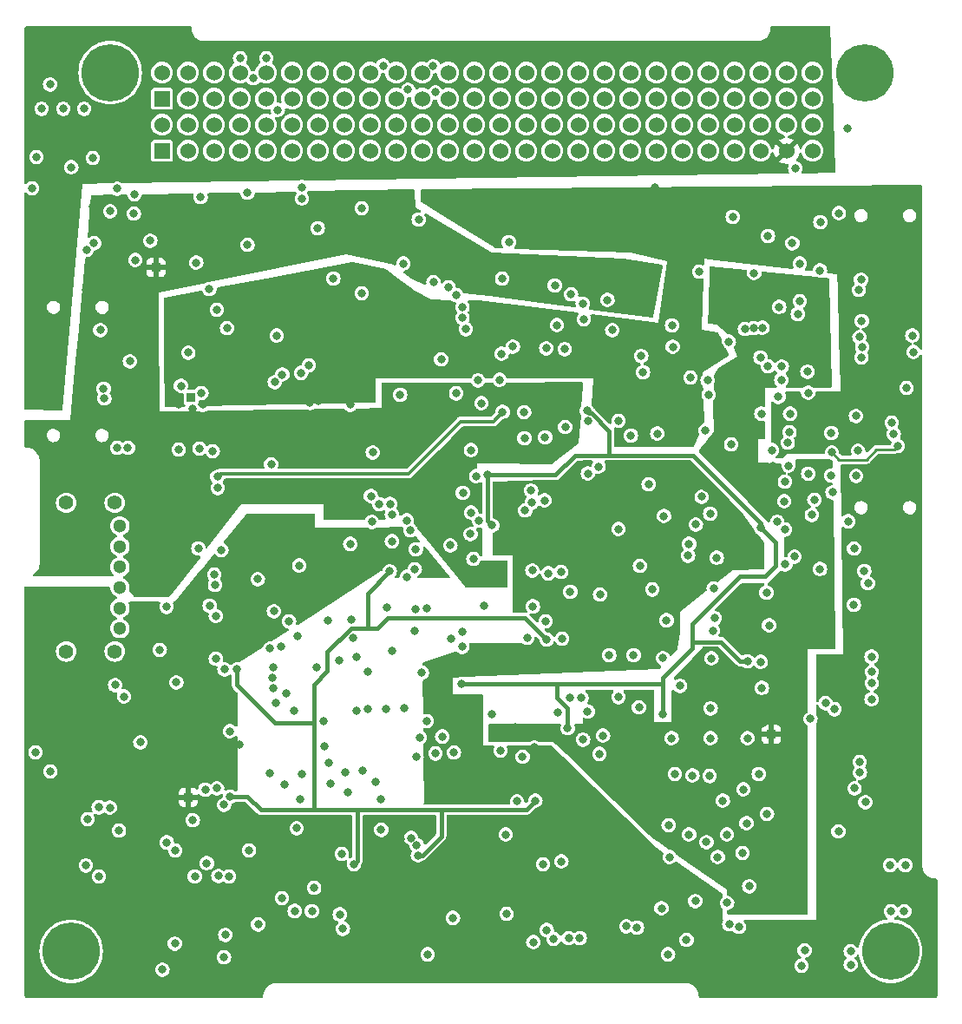
<source format=gbr>
%TF.GenerationSoftware,KiCad,Pcbnew,7.0.5*%
%TF.CreationDate,2024-04-25T22:20:35+03:00*%
%TF.ProjectId,obc-adcs-board,6f62632d-6164-4637-932d-626f6172642e,rev?*%
%TF.SameCoordinates,PX3e2df80PY83e4a60*%
%TF.FileFunction,Copper,L5,Inr*%
%TF.FilePolarity,Positive*%
%FSLAX46Y46*%
G04 Gerber Fmt 4.6, Leading zero omitted, Abs format (unit mm)*
G04 Created by KiCad (PCBNEW 7.0.5) date 2024-04-25 22:20:35*
%MOMM*%
%LPD*%
G01*
G04 APERTURE LIST*
%TA.AperFunction,ComponentPad*%
%ADD10C,5.600000*%
%TD*%
%TA.AperFunction,ComponentPad*%
%ADD11R,0.850000X0.850000*%
%TD*%
%TA.AperFunction,ComponentPad*%
%ADD12R,1.530000X1.530000*%
%TD*%
%TA.AperFunction,ComponentPad*%
%ADD13C,1.530000*%
%TD*%
%TA.AperFunction,ComponentPad*%
%ADD14C,1.300000*%
%TD*%
%TA.AperFunction,ComponentPad*%
%ADD15C,1.400000*%
%TD*%
%TA.AperFunction,ViaPad*%
%ADD16C,0.800000*%
%TD*%
%TA.AperFunction,Conductor*%
%ADD17C,0.350000*%
%TD*%
%TA.AperFunction,Conductor*%
%ADD18C,0.400000*%
%TD*%
%TA.AperFunction,Conductor*%
%ADD19C,0.250000*%
%TD*%
G04 APERTURE END LIST*
D10*
%TO.N,unconnected-(H4-Pad1)*%
%TO.C,H4*%
X82630000Y90930000D03*
%TD*%
%TO.N,unconnected-(H1-Pad1)*%
%TO.C,H1*%
X5180000Y5190000D03*
%TD*%
%TO.N,AC_GND_2*%
%TO.C,H3*%
X85170000Y5210000D03*
%TD*%
D11*
%TO.N,/OBC module/3V3_PROT*%
%TO.C,3V3_PROT*%
X16600000Y20225000D03*
%TD*%
D10*
%TO.N,AC_GND_1*%
%TO.C,H2*%
X8990000Y90930000D03*
%TD*%
D11*
%TO.N,/ADCS_VDD*%
%TO.C,J29*%
X16875000Y59250000D03*
%TD*%
D12*
%TO.N,CAN1-*%
%TO.C,J1*%
X14048000Y83309000D03*
D13*
%TO.N,unconnected-(J1-Pad02)*%
X14048000Y85849000D03*
%TO.N,CAN1+*%
X16588000Y83309000D03*
%TO.N,unconnected-(J1-Pad04)*%
X16588000Y85849000D03*
%TO.N,unconnected-(J1-Pad05)*%
X19128000Y83309000D03*
%TO.N,unconnected-(J1-Pad06)*%
X19128000Y85849000D03*
%TO.N,unconnected-(J1-Pad07)*%
X21668000Y83309000D03*
%TO.N,unconnected-(J1-Pad08)*%
X21668000Y85849000D03*
%TO.N,unconnected-(J1-Pad09)*%
X24208000Y83309000D03*
%TO.N,unconnected-(J1-Pad10)*%
X24208000Y85849000D03*
%TO.N,unconnected-(J1-Pad11)*%
X26748000Y83309000D03*
%TO.N,unconnected-(J1-Pad12)*%
X26748000Y85849000D03*
%TO.N,unconnected-(J1-Pad13)*%
X29288000Y83309000D03*
%TO.N,unconnected-(J1-Pad14)*%
X29288000Y85849000D03*
%TO.N,unconnected-(J1-Pad15)*%
X31828000Y83309000D03*
%TO.N,unconnected-(J1-Pad16)*%
X31828000Y85849000D03*
%TO.N,unconnected-(J1-Pad17)*%
X34368000Y83309000D03*
%TO.N,unconnected-(J1-Pad18)*%
X34368000Y85849000D03*
%TO.N,unconnected-(J1-Pad19)*%
X36908000Y83309000D03*
%TO.N,unconnected-(J1-Pad20)*%
X36908000Y85849000D03*
%TO.N,unconnected-(J1-Pad21)*%
X39448000Y83309000D03*
%TO.N,unconnected-(J1-Pad22)*%
X39448000Y85849000D03*
%TO.N,unconnected-(J1-Pad23)*%
X41988000Y83309000D03*
%TO.N,unconnected-(J1-Pad24)*%
X41988000Y85849000D03*
%TO.N,unconnected-(J1-Pad25)*%
X44528000Y83309000D03*
%TO.N,unconnected-(J1-Pad26)*%
X44528000Y85849000D03*
%TO.N,GND*%
X47068000Y83309000D03*
X47068000Y85849000D03*
%TO.N,unconnected-(J1-Pad29)*%
X49608000Y83309000D03*
%TO.N,unconnected-(J1-Pad30)*%
X49608000Y85849000D03*
%TO.N,GND*%
X52148000Y83309000D03*
X52148000Y85849000D03*
%TO.N,unconnected-(J1-Pad33)*%
X54688000Y83309000D03*
%TO.N,unconnected-(J1-Pad34)*%
X54688000Y85849000D03*
%TO.N,unconnected-(J1-Pad35)*%
X57228000Y83309000D03*
%TO.N,unconnected-(J1-Pad36)*%
X57228000Y85849000D03*
%TO.N,unconnected-(J1-Pad37)*%
X59768000Y83309000D03*
%TO.N,unconnected-(J1-Pad38)*%
X59768000Y85849000D03*
%TO.N,unconnected-(J1-Pad39)*%
X62308000Y83309000D03*
%TO.N,unconnected-(J1-Pad40)*%
X62308000Y85849000D03*
%TO.N,/I2C_MTQ_SDA*%
X64848000Y83309000D03*
%TO.N,unconnected-(J1-Pad42)*%
X64848000Y85849000D03*
%TO.N,/I2C_MTQ_SCK*%
X67388000Y83309000D03*
%TO.N,unconnected-(J1-Pad44)*%
X67388000Y85849000D03*
%TO.N,unconnected-(J1-Pad45)*%
X69928000Y83309000D03*
%TO.N,unconnected-(J1-Pad46)*%
X69928000Y85849000D03*
%TO.N,/EPS_5V_PANELS*%
X72468000Y83309000D03*
%TO.N,/EPS_3V3_OBC*%
X72468000Y85849000D03*
%TO.N,/EPS_5V_ADM*%
X75008000Y83309000D03*
%TO.N,/EPS_3V3_ADCS*%
X75008000Y85849000D03*
%TO.N,unconnected-(J1-Pad51)*%
X77548000Y83309000D03*
%TO.N,unconnected-(J1-Pad52)*%
X77548000Y85849000D03*
%TD*%
D11*
%TO.N,/ADCS_VDD*%
%TO.C,ADCS_VDD*%
X13450000Y71900000D03*
%TD*%
D12*
%TO.N,CAN2-*%
%TO.C,J5*%
X14048000Y88389000D03*
D13*
%TO.N,unconnected-(J5-Pad02)*%
X14048000Y90929000D03*
%TO.N,CAN2+*%
X16588000Y88389000D03*
%TO.N,unconnected-(J5-Pad04)*%
X16588000Y90929000D03*
%TO.N,unconnected-(J5-Pad05)*%
X19128000Y88389000D03*
%TO.N,unconnected-(J5-Pad06)*%
X19128000Y90929000D03*
%TO.N,/COMMS_SWD*%
X21668000Y88389000D03*
%TO.N,/COMMS_SWCLK*%
X21668000Y90929000D03*
%TO.N,/COMMS_RST*%
X24208000Y88389000D03*
%TO.N,/COMMS_3V3_REF*%
X24208000Y90929000D03*
%TO.N,unconnected-(J5-Pad11)*%
X26748000Y88389000D03*
%TO.N,unconnected-(J5-Pad12)*%
X26748000Y90929000D03*
%TO.N,unconnected-(J5-Pad13)*%
X29288000Y88389000D03*
%TO.N,unconnected-(J5-Pad14)*%
X29288000Y90929000D03*
%TO.N,unconnected-(J5-Pad15)*%
X31828000Y88389000D03*
%TO.N,unconnected-(J5-Pad16)*%
X31828000Y90929000D03*
%TO.N,/OBC_UART_TX*%
X34368000Y88389000D03*
%TO.N,/OBC_UART_RX*%
X34368000Y90929000D03*
%TO.N,/ADCS_UART_TX*%
X36908000Y88389000D03*
%TO.N,/ADCS_UART_RX*%
X36908000Y90929000D03*
%TO.N,/COMMS_TX*%
X39448000Y88389000D03*
%TO.N,/COMMS_RX*%
X39448000Y90929000D03*
%TO.N,unconnected-(J5-Pad23)*%
X41988000Y88389000D03*
%TO.N,unconnected-(J5-Pad24)*%
X41988000Y90929000D03*
%TO.N,unconnected-(J5-Pad25)*%
X44528000Y88389000D03*
%TO.N,unconnected-(J5-Pad26)*%
X44528000Y90929000D03*
%TO.N,unconnected-(J5-Pad27)*%
X47068000Y88389000D03*
%TO.N,unconnected-(J5-Pad28)*%
X47068000Y90929000D03*
%TO.N,GND*%
X49608000Y88389000D03*
X49608000Y90929000D03*
%TO.N,unconnected-(J5-Pad31)*%
X52148000Y88389000D03*
%TO.N,GND*%
X52148000Y90929000D03*
%TO.N,unconnected-(J5-Pad33)*%
X54688000Y88389000D03*
%TO.N,unconnected-(J5-Pad34)*%
X54688000Y90929000D03*
%TO.N,unconnected-(J5-Pad35)*%
X57228000Y88389000D03*
%TO.N,unconnected-(J5-Pad36)*%
X57228000Y90929000D03*
%TO.N,GNSS_PPS*%
X59768000Y88389000D03*
%TO.N,unconnected-(J5-Pad38)*%
X59768000Y90929000D03*
%TO.N,unconnected-(J5-Pad39)*%
X62308000Y88389000D03*
%TO.N,unconnected-(J5-Pad40)*%
X62308000Y90929000D03*
%TO.N,unconnected-(J5-Pad41)*%
X64848000Y88389000D03*
%TO.N,unconnected-(J5-Pad42)*%
X64848000Y90929000D03*
%TO.N,unconnected-(J5-Pad43)*%
X67388000Y88389000D03*
%TO.N,unconnected-(J5-Pad44)*%
X67388000Y90929000D03*
%TO.N,unconnected-(J5-Pad45)*%
X69928000Y88389000D03*
%TO.N,unconnected-(J5-Pad46)*%
X69928000Y90929000D03*
%TO.N,unconnected-(J5-Pad47)*%
X72468000Y88389000D03*
%TO.N,unconnected-(J5-Pad48)*%
X72468000Y90929000D03*
%TO.N,unconnected-(J5-Pad49)*%
X75008000Y88389000D03*
%TO.N,unconnected-(J5-Pad50)*%
X75008000Y90929000D03*
%TO.N,unconnected-(J5-Pad51)*%
X77548000Y88389000D03*
%TO.N,unconnected-(J5-Pad52)*%
X77548000Y90929000D03*
%TD*%
D14*
%TO.N,RS422_RX+*%
%TO.C,J12*%
X9940000Y36700000D03*
%TO.N,RS422_RX-*%
X9940000Y38700000D03*
%TO.N,GNSS_PPS*%
X9940000Y40700000D03*
%TO.N,RS422_TX-*%
X9940000Y42700000D03*
%TO.N,RS422_TX+*%
X9940000Y44700000D03*
%TO.N,GND*%
X9940000Y46700000D03*
D15*
%TO.N,unconnected-(J12-Pad7)*%
X9440000Y34450000D03*
%TO.N,unconnected-(J12-Pad8)*%
X9440000Y48950000D03*
%TO.N,unconnected-(J12-Pad9)*%
X4690000Y34450000D03*
%TO.N,unconnected-(J12-Pad10)*%
X4690000Y48950000D03*
%TD*%
D11*
%TO.N,/ADCS_VDD*%
%TO.C,ADCS_VDDIO*%
X73525000Y26350000D03*
%TD*%
D16*
%TO.N,/OBC module/3V3_LCLPROT_NAND*%
X19450000Y51500000D03*
X47298620Y57825500D03*
%TO.N,GND*%
X47600000Y16600000D03*
X33550000Y69400000D03*
X72463082Y63144775D03*
X43411765Y49939356D03*
X48300000Y64200000D03*
X71800000Y66025000D03*
X72600000Y30900000D03*
X11450000Y72650000D03*
X74100000Y47100000D03*
X55000000Y29900000D03*
X23400000Y41500000D03*
X72675000Y66050000D03*
X33550000Y77700000D03*
X67800000Y36500000D03*
X63825000Y66274500D03*
X83300000Y33950000D03*
X44450000Y43474500D03*
X67300000Y60900000D03*
X60825000Y63274500D03*
X30775201Y70850201D03*
X81600000Y44500000D03*
X76775000Y5300000D03*
X69420000Y7840000D03*
X49400000Y57800000D03*
X5200000Y81700000D03*
X43366241Y34898540D03*
X75130000Y54830000D03*
X79690000Y28820000D03*
X50254992Y38855008D03*
X75775500Y43700000D03*
X83300000Y29800000D03*
X68000000Y37700000D03*
X82150000Y23660000D03*
X59360000Y7640000D03*
X15350000Y15025000D03*
X38725000Y42475000D03*
X58599500Y56967278D03*
X58600000Y46400000D03*
X61000000Y61700000D03*
X67550000Y47900000D03*
X67687701Y33787701D03*
X77124702Y59700202D03*
X52275000Y6424500D03*
X6674102Y73623326D03*
X16625000Y63600000D03*
X76475000Y3800000D03*
X59825000Y55525000D03*
X47900000Y74400000D03*
X51390000Y49199989D03*
X35275000Y48825000D03*
X53900000Y29900000D03*
X47690000Y8840000D03*
X55610482Y56930966D03*
X42450000Y8460000D03*
X81800500Y51575000D03*
X48700000Y19826944D03*
X82125500Y65125000D03*
X44710000Y51560000D03*
X35625000Y91600000D03*
X44200000Y54100000D03*
X17250000Y12500000D03*
X47100000Y24800000D03*
X66100000Y10100000D03*
X69600000Y54649500D03*
X45449500Y38925500D03*
X41300000Y62950000D03*
X80070000Y16890000D03*
X36300000Y48850000D03*
X53400000Y56350000D03*
X73200000Y75000000D03*
X20113782Y19490461D03*
X62387701Y55712299D03*
X73600000Y54100000D03*
X53100000Y35700000D03*
X25250000Y65275000D03*
X54830000Y6490000D03*
X66500000Y71500000D03*
X39100000Y76600000D03*
X81575000Y39000000D03*
X49250000Y24174500D03*
X36490742Y45200000D03*
X19500000Y50400000D03*
X64600000Y31100000D03*
X82275000Y70725000D03*
X30250000Y37500000D03*
X1700000Y24625000D03*
X63901953Y64186763D03*
X67100000Y56000000D03*
X72500000Y33438030D03*
X49700000Y35800000D03*
X37600008Y72300000D03*
X3150000Y22750000D03*
X8425000Y59150000D03*
X69756632Y76845193D03*
X44230000Y48000000D03*
X38360903Y16264317D03*
X70950000Y65925000D03*
X8350000Y60100000D03*
X24600000Y22600000D03*
X74222701Y59300000D03*
X31700000Y7400000D03*
X65500000Y44950000D03*
X7875000Y19250000D03*
X18675500Y69800000D03*
X51500000Y37400000D03*
X37300000Y59500000D03*
X86600000Y13600000D03*
X63800000Y26000000D03*
X14525000Y15825000D03*
X20675000Y26675000D03*
X60700000Y42800000D03*
X71850000Y71375000D03*
X27500000Y20000000D03*
X20150000Y32700000D03*
X19300000Y33750000D03*
X1800000Y82700000D03*
X45000000Y47200000D03*
X67400000Y59500000D03*
X31600000Y14700000D03*
X15300000Y5950500D03*
X70360000Y7580000D03*
X85100000Y13600000D03*
X19550000Y12550000D03*
X43373809Y36404080D03*
X73200000Y62275000D03*
X74780505Y49114314D03*
X24700000Y52700000D03*
X79497175Y49973749D03*
X38068983Y89251723D03*
X38917870Y15565529D03*
X24852333Y31870397D03*
X55225000Y66875000D03*
X56670000Y52500998D03*
X51450000Y55350000D03*
X53350000Y63950000D03*
X52600000Y66300000D03*
X46263346Y28317380D03*
X66724115Y49545772D03*
X74550000Y62250000D03*
X17050000Y18000000D03*
X18276668Y20976266D03*
X73050000Y40200000D03*
X63050000Y47675500D03*
X20600000Y12500000D03*
X6800000Y18100000D03*
X73303571Y37000000D03*
X74850000Y46350000D03*
X51549067Y64030103D03*
X68200000Y43600000D03*
X65625000Y61175000D03*
X60598056Y29001944D03*
%TO.N,/ADCS_VDD*%
X7300000Y77900000D03*
X44710000Y49800000D03*
X68025000Y70075000D03*
X56175000Y29575000D03*
X52000000Y56550000D03*
X69150000Y56300000D03*
X75600000Y34780000D03*
X41275000Y74175000D03*
X68050000Y68800000D03*
X17300000Y57175000D03*
X75775500Y44900000D03*
X72725000Y27475000D03*
X17025000Y58100000D03*
X70950000Y56200000D03*
X73700000Y52555500D03*
X76047663Y47847663D03*
X74350000Y41100000D03*
X74847299Y39272701D03*
X23800000Y73700000D03*
X82350000Y66700000D03*
X44575000Y41325000D03*
X75433724Y65827573D03*
X53800000Y58300000D03*
X6649500Y69750000D03*
X71550000Y27000000D03*
X48528357Y27075471D03*
X61800000Y68699500D03*
X62298300Y71630500D03*
X42150000Y74675000D03*
X36400000Y76700000D03*
X72655809Y48537448D03*
%TO.N,/OBC module/3V3_LCLPROT_MRAM*%
X67600000Y26000000D03*
X67600000Y28900000D03*
X62950000Y33800000D03*
%TO.N,/ADCS module/Microcontroller/MCU_VDDCORE*%
X62900000Y28300000D03*
X71200000Y33500000D03*
X45803305Y51672096D03*
X46280000Y46754500D03*
X53650000Y26975500D03*
X55517915Y57926173D03*
X72500000Y46500000D03*
X43300000Y31300000D03*
%TO.N,/OBC module/3V3_PROT*%
X57825000Y58075000D03*
X47600000Y15400000D03*
X72300000Y43000000D03*
X21600000Y25373540D03*
X15674500Y58575000D03*
X67300000Y10000000D03*
X49600000Y34500000D03*
X63100000Y42100000D03*
X61100000Y10000000D03*
X25225000Y42425000D03*
X19700000Y30700000D03*
X20150000Y2150000D03*
X68496928Y64136036D03*
X19924951Y59699952D03*
X63300000Y39300000D03*
X51400000Y46200000D03*
X81850000Y61698370D03*
X28425000Y64025000D03*
X56600000Y42450000D03*
X36680000Y67990000D03*
X60800000Y77600000D03*
X24400000Y15000000D03*
X17550000Y18950000D03*
X46800000Y49599500D03*
X18025500Y58525000D03*
X14467936Y33193337D03*
X14200000Y11300000D03*
X67200000Y46050000D03*
X54400000Y61500000D03*
X20000000Y22700000D03*
X29325000Y58875000D03*
X18700000Y35500000D03*
X21537701Y61937701D03*
X20550000Y35430000D03*
X51975000Y74475000D03*
X45000000Y76000000D03*
X15900000Y18350000D03*
X24394500Y66775000D03*
X45100000Y64200000D03*
X49200000Y22500000D03*
X39852248Y42523153D03*
X43000000Y76500000D03*
X32500000Y71800000D03*
X60100000Y52400000D03*
X67150000Y50450000D03*
X62050000Y76150000D03*
X20250000Y7975000D03*
X63350000Y35650000D03*
X28499500Y58700000D03*
X32425000Y58525000D03*
X50375201Y25075500D03*
X62200498Y79711461D03*
X37375000Y16100000D03*
%TO.N,/OBC module/MCU_VDDCORE*%
X36275500Y42275000D03*
X51600000Y35600000D03*
X39025982Y14571891D03*
X32800000Y13700000D03*
X20700000Y20300000D03*
X50500000Y19900000D03*
X21350000Y32700000D03*
%TO.N,/OBC module/MEM_NAND_ENABLE_1*%
X27437701Y42837701D03*
X19000000Y54000000D03*
%TO.N,/OBC module/MEM_NAND_ENABLE_2*%
X15674500Y54150000D03*
X19850000Y44350000D03*
%TO.N,/OBC module/MEM_NAND_WR_PROTECT*%
X17601153Y44511153D03*
X26450000Y37400000D03*
%TO.N,/OBC module/MEM_D0*%
X38900000Y24150000D03*
X37700000Y28900000D03*
X63500000Y17500000D03*
%TO.N,/OBC module/MEM_D1*%
X65500000Y16600000D03*
X35900000Y28800000D03*
%TO.N,/OBC module/MEM_D2*%
X34100000Y28800000D03*
X67200000Y15850000D03*
%TO.N,/OBC module/MEM_D3*%
X33075000Y28700000D03*
X68300000Y14400000D03*
%TO.N,/OBC module/MEM_D4*%
X58600000Y30000000D03*
X38744503Y36424500D03*
%TO.N,/OBC module/MEM_D5*%
X38306559Y46268441D03*
X31375500Y33550000D03*
X32424500Y44950000D03*
X67500000Y22300000D03*
%TO.N,/OBC module/MEM_D6*%
X34524006Y47100500D03*
X37939742Y47250000D03*
X65831600Y22356199D03*
X32700000Y35800000D03*
%TO.N,/OBC module/MEM_D7*%
X64100000Y22500000D03*
X33009668Y33940332D03*
%TO.N,/OBC module/LCL_MRAM_SET*%
X61900000Y40500000D03*
X57100000Y26250000D03*
%TO.N,/OBC module/LCL_MRAM_RST*%
X63300000Y37500000D03*
X56740000Y24460000D03*
%TO.N,/OBC module/LCL_CAN_1_SET*%
X47004429Y60955706D03*
X38775000Y38549500D03*
X47250000Y70825000D03*
X38825500Y44424500D03*
%TO.N,/OBC module/LCL_CAN_1_RST*%
X42762299Y59637701D03*
X43700000Y65900000D03*
%TO.N,/OBC module/LCL_CAN1_OP-AMP_OUT*%
X58000000Y65800000D03*
X72550000Y57650000D03*
%TO.N,/OBC module/PAYLOAD_RX*%
X36490742Y47825000D03*
%TO.N,/OBC module/PAYLOAD_RX_ENABLE*%
X44169503Y45905497D03*
%TO.N,/OBC module/PAYLOAD_TX_ENABLE*%
X34612701Y53862701D03*
X25700000Y34925000D03*
%TO.N,/I2C_MTQ_SDA*%
X78274500Y42500000D03*
X75850000Y81600000D03*
X65400000Y43800000D03*
X37939742Y41750000D03*
%TO.N,/I2C_MTQ_SCK*%
X53900000Y40275500D03*
X24970104Y38375431D03*
X75198170Y52589129D03*
%TO.N,/OBC module/PAYLOAD_TX*%
X34439735Y49625303D03*
%TO.N,/ADCS_SWDIO*%
X79374278Y55774680D03*
X77725000Y49250000D03*
X14100000Y3400000D03*
%TO.N,/OBC_UART_TX*%
X79375000Y51625000D03*
X27280000Y35910000D03*
%TO.N,/OBC_UART_RX*%
X18699500Y38924500D03*
X77125000Y51800000D03*
%TO.N,/ADCS_UART_TX*%
X78275000Y71625000D03*
%TO.N,/ADCS_UART_RX*%
X82050000Y69725000D03*
%TO.N,/ADCS_SWCLK*%
X74900000Y42950000D03*
X79442368Y53869376D03*
X39970000Y4900000D03*
X85875000Y54500000D03*
%TO.N,/ADCS_RESET*%
X76300000Y68625000D03*
X17700000Y54250000D03*
X56800000Y40000000D03*
X66164025Y46839426D03*
%TO.N,/EPS_5V_PANELS*%
X60410000Y7510000D03*
X82170000Y22620000D03*
X7900000Y12500000D03*
X53740000Y6470000D03*
X6625000Y13575000D03*
%TO.N,/EPS_5V_ADM*%
X3124500Y60550000D03*
X3124500Y58700000D03*
X3124500Y59525000D03*
%TO.N,/OBC module/MCU_SWCLK*%
X26150000Y30375000D03*
X76300000Y72300000D03*
X9475000Y31175000D03*
%TO.N,/OBC module/MCU_SWDIO*%
X24600000Y34724500D03*
X13837701Y34612299D03*
X10342500Y30057500D03*
X75575000Y74275000D03*
%TO.N,/ADM_ENABLE_1*%
X61550000Y50770000D03*
X42200000Y44800000D03*
X75350000Y57650000D03*
X15900000Y60375000D03*
%TO.N,/ADM_ENABLE_2*%
X75300000Y55850000D03*
X17900000Y59675000D03*
X35962500Y38762500D03*
%TO.N,/OBC module/MCU_TRACECLK*%
X27200000Y17200000D03*
X23430000Y7820000D03*
%TO.N,/OBC module/MCU_TRACED_3*%
X26000000Y21500000D03*
X25750000Y10400000D03*
%TO.N,/OBC module/MCU_TRACED_2*%
X27700000Y22500000D03*
X26995000Y9135000D03*
%TO.N,/OBC module/MCU_TRACED_1*%
X28680000Y9130000D03*
X30500000Y21600000D03*
%TO.N,/OBC module/MCU_TRACED_0*%
X32200000Y20700000D03*
X31400000Y8800000D03*
%TO.N,/ADCS module/PAYLOAD_RX_ENABLE*%
X52389650Y70164650D03*
X50075000Y50150000D03*
%TO.N,/OBC module/MEM_MRAM_ENABLE*%
X62800000Y9400000D03*
X31900000Y22700000D03*
%TO.N,/OBC module/MEM_MRAM_WR_ENABLE*%
X33600000Y22800000D03*
X69210000Y9920000D03*
%TO.N,/ADCS module/I2C_SDA_SENS*%
X69375000Y64675500D03*
X74500000Y60950000D03*
X55620000Y51820000D03*
%TO.N,/ADCS module/PAYLOAD_TX_ENABLE*%
X53975000Y69300000D03*
X74850000Y51025000D03*
%TO.N,/ADCS module/PAYLOAD_TX*%
X55112701Y68387701D03*
X57530155Y68755155D03*
%TO.N,/OBC module/I2C_SDA_SENS*%
X19425000Y21100000D03*
X22550000Y15050000D03*
X18425201Y13799799D03*
%TO.N,/OBC module/LCL_PWM_CAN1*%
X44900000Y60900000D03*
X47200000Y63500000D03*
%TO.N,/OBC module/LCL_PWM_MRAM*%
X55150000Y25850000D03*
X60087299Y34087299D03*
%TO.N,/OBC module/LCL_PWM_NAND*%
X57700000Y34100000D03*
X55600000Y28600000D03*
%TO.N,/OBC module/MEM_A20*%
X32550000Y37550000D03*
X28900000Y11400000D03*
%TO.N,/OBC module/MEM_A5*%
X35450000Y17050000D03*
X69200000Y16600000D03*
%TO.N,/OBC module/MEM_A6*%
X35400000Y20000000D03*
X70700960Y14789040D03*
%TO.N,/OBC module/MEM_A7*%
X34900000Y21700000D03*
X71370000Y11540000D03*
%TO.N,/OBC module/MEM_A8*%
X40750000Y24500000D03*
X71100000Y17700000D03*
%TO.N,/OBC module/MEM_A9*%
X73100000Y18600000D03*
X42550000Y24600000D03*
%TO.N,/OBC module/MEM_A10*%
X71200000Y26000000D03*
X34100000Y32500000D03*
%TO.N,/OBC module/MEM_A11*%
X72300000Y22500000D03*
X39887877Y27669050D03*
%TO.N,/OBC module/MEM_A12*%
X39200000Y26050000D03*
X70800000Y21000000D03*
%TO.N,/OBC module/MEM_A13*%
X68800000Y19900000D03*
X41400000Y26150000D03*
%TO.N,/OBC module/MEM_MRAM_OUT_ENABLE*%
X63600000Y14400000D03*
X29800000Y27650000D03*
%TO.N,/OBC module/MEM_A17*%
X53040000Y13980000D03*
X30350000Y23550000D03*
%TO.N,/OBC module/MEM_A18*%
X29900000Y25200000D03*
X51250000Y13700000D03*
%TO.N,/OBC module/MEM_A19*%
X52720273Y28469773D03*
X36500000Y34524598D03*
%TO.N,GNSS_PPS*%
X3125000Y89775000D03*
X1375000Y79650000D03*
X51753412Y42069901D03*
X39937701Y38637299D03*
X14500250Y38800250D03*
%TO.N,/ADCS module/CAN_TX_1*%
X49499002Y48222894D03*
X29255000Y75745000D03*
%TO.N,/ADCS module/CAN_RX_1*%
X50138298Y48991208D03*
X40552129Y70475500D03*
%TO.N,/ADCS module/CAN_TX_2*%
X67900000Y40600000D03*
X11300000Y77175500D03*
%TO.N,/ADCS module/CAN_RX_2*%
X7423942Y74284193D03*
X50200000Y42350000D03*
%TO.N,/ADCS module/CAN_FAULT_2*%
X45225000Y58675000D03*
X49425500Y55270000D03*
%TO.N,/ADCS module/CAN_SILENT_2*%
X53000000Y42200000D03*
X11370000Y79060000D03*
%TO.N,/COMMS_RX*%
X40525000Y91550000D03*
X87275000Y65275000D03*
%TO.N,/COMMS_TX*%
X40725000Y89000500D03*
X87400000Y63675000D03*
%TO.N,/COMMS_3V3_REF*%
X85270577Y56764922D03*
X24225000Y92325500D03*
%TO.N,/COMMS_RST*%
X80925000Y85475000D03*
X85474750Y55650250D03*
X25350000Y87300000D03*
%TO.N,/COMMS_SWCLK*%
X81775000Y57425000D03*
X21675000Y92325500D03*
%TO.N,/COMMS_SWD*%
X22953582Y90374500D03*
X86725000Y60150000D03*
%TO.N,/OBC module/CAN_RX_2*%
X29160000Y32870000D03*
X12910498Y74524500D03*
%TO.N,/OBC module/CAN_FAULT_2*%
X19143501Y41943500D03*
X9700000Y79600000D03*
%TO.N,/OBC module/CAN_TX_1*%
X17400000Y72400000D03*
X39420000Y32380000D03*
%TO.N,/OBC module/CAN_RX_1*%
X42300000Y35700000D03*
X22400000Y74125000D03*
%TO.N,/OBC module/CAN_SILENT_1*%
X17824500Y78775000D03*
X19400000Y67800000D03*
%TO.N,/OBC module/CAN_FAULT_1*%
X22400000Y79200000D03*
X20400000Y66000000D03*
%TO.N,/OBC module/MCU_ERASE*%
X11937232Y25587232D03*
X24925000Y30873540D03*
%TO.N,/OBC module/CAN_TX_2*%
X9000000Y77400000D03*
X26900000Y28700000D03*
%TO.N,/OBC module/CAN_SILENT_2*%
X7300000Y82600000D03*
X19226484Y40947449D03*
%TO.N,CAN1-*%
X74300000Y68068921D03*
X82950000Y41100000D03*
X82385793Y64159986D03*
X27700000Y79750500D03*
%TO.N,CAN1+*%
X27700000Y78650500D03*
X82325500Y63147870D03*
X76109467Y67369421D03*
X82600000Y42300000D03*
%TO.N,CAN2-*%
X78306717Y76343283D03*
X83337163Y32450000D03*
%TO.N,CAN2+*%
X83337163Y31350000D03*
X80124500Y77225000D03*
%TO.N,/OBC module/NRST_OBC*%
X15450500Y31425000D03*
X81023056Y47148056D03*
X77049500Y61750000D03*
X24917931Y32917471D03*
%TO.N,AC_GND_1*%
X4425000Y87400000D03*
X2300000Y87400000D03*
X6450000Y87400000D03*
%TO.N,AC_GND_2*%
X85200000Y9100000D03*
X81275000Y5200000D03*
X86500000Y9100000D03*
X81275000Y3900000D03*
%TO.N,I2C_SDA_PANELS*%
X65250000Y6300000D03*
X10914167Y62751219D03*
X9850000Y16975000D03*
X78820000Y29410000D03*
X81650000Y21100000D03*
X51610000Y7280000D03*
X20225000Y6800000D03*
X25200000Y29400000D03*
%TO.N,I2C_SCK_PANELS*%
X8950000Y19225000D03*
X8025000Y65800000D03*
X82700000Y19740000D03*
X50290000Y6100000D03*
X20100000Y4625000D03*
X77340000Y27870000D03*
X63450000Y4900000D03*
X19299500Y37925000D03*
%TO.N,/ADCS module/MCU_ERASE*%
X81993737Y54035421D03*
X77475000Y47775000D03*
%TO.N,RS422_TX+*%
X25796347Y61470131D03*
X9675000Y54306843D03*
X43380572Y68045000D03*
%TO.N,RS422_TX-*%
X43380572Y66995000D03*
X25053883Y60727667D03*
X10725000Y54306843D03*
%TO.N,RS422_RX+*%
X28371232Y62371232D03*
X42028768Y69971232D03*
%TO.N,RS422_RX-*%
X27628768Y61628768D03*
X42771232Y69228768D03*
%TD*%
D17*
%TO.N,/OBC module/3V3_LCLPROT_NAND*%
X19750000Y51800000D02*
X38100000Y51800000D01*
X19450000Y51500000D02*
X19750000Y51800000D01*
X38100000Y51800000D02*
X43200000Y56900000D01*
X46373120Y56900000D02*
X47298620Y57825500D01*
X43200000Y56900000D02*
X46373120Y56900000D01*
D18*
%TO.N,/ADCS module/Microcontroller/MCU_VDDCORE*%
X71200000Y33500000D02*
X70500000Y33500000D01*
X72900000Y41800000D02*
X73920111Y42820111D01*
X52600000Y29962500D02*
X52600000Y31300000D01*
X73920111Y42820111D02*
X73920111Y45079889D01*
X55517915Y57926173D02*
X55713122Y57730966D01*
X62900000Y28300000D02*
X62900000Y31300000D01*
X53650000Y26975500D02*
X53650000Y28912500D01*
X54340000Y53600000D02*
X57700000Y53600000D01*
X53650000Y28912500D02*
X52600000Y29962500D01*
X55713122Y57730966D02*
X55941853Y57730966D01*
X52412096Y51672096D02*
X54340000Y53600000D01*
X72500000Y46990000D02*
X65890000Y53600000D01*
X65800000Y35300000D02*
X65800000Y37100000D01*
X72500000Y46500000D02*
X72500000Y46990000D01*
X62900000Y31900000D02*
X62900000Y31300000D01*
X70500000Y33500000D02*
X68600000Y35400000D01*
X65800000Y35300000D02*
X65800000Y34800000D01*
X73920111Y45079889D02*
X72500000Y46500000D01*
X62900000Y31300000D02*
X52600000Y31300000D01*
X65890000Y53600000D02*
X57700000Y53600000D01*
X57700000Y55972819D02*
X57700000Y53600000D01*
X45800000Y51668791D02*
X45803305Y51672096D01*
X65800000Y34800000D02*
X62900000Y31900000D01*
X55941853Y57730966D02*
X57700000Y55972819D01*
X65900000Y35400000D02*
X65800000Y35300000D01*
X45800000Y47234500D02*
X45800000Y51668791D01*
X68600000Y35400000D02*
X65900000Y35400000D01*
X46280000Y46754500D02*
X45800000Y47234500D01*
X45803305Y51672096D02*
X52412096Y51672096D01*
X70500000Y41800000D02*
X72900000Y41800000D01*
X65800000Y37100000D02*
X70500000Y41800000D01*
X43300000Y31300000D02*
X52600000Y31300000D01*
%TO.N,/OBC module/MCU_VDDCORE*%
X20700000Y20300000D02*
X22400000Y20300000D01*
X49450000Y37750000D02*
X51600000Y35600000D01*
X28850000Y31240000D02*
X30200000Y32590000D01*
X28850000Y27450000D02*
X28850000Y19000000D01*
X28850000Y19000000D02*
X29100000Y19000000D01*
X33100000Y19000000D02*
X36400000Y19000000D01*
X36275500Y42275000D02*
X34100000Y40099500D01*
X28850000Y27450000D02*
X25100000Y27450000D01*
X34100000Y40099500D02*
X34100000Y36800000D01*
X21350000Y31200000D02*
X21350000Y32700000D01*
X30200000Y34431371D02*
X32518629Y36750000D01*
X35050000Y36750000D02*
X36050000Y37750000D01*
X36050000Y37750000D02*
X49450000Y37750000D01*
X50500000Y19900000D02*
X49600000Y19000000D01*
X22400000Y20300000D02*
X23700000Y19000000D01*
X39025982Y14571891D02*
X39446891Y14571891D01*
X25100000Y27450000D02*
X21350000Y31200000D01*
X28850000Y27450000D02*
X28850000Y31240000D01*
X49600000Y19000000D02*
X41300000Y19000000D01*
X41300000Y19000000D02*
X36400000Y19000000D01*
X33100000Y14000000D02*
X33100000Y19000000D01*
X29100000Y19000000D02*
X33100000Y19000000D01*
X23700000Y19000000D02*
X28850000Y19000000D01*
X32800000Y13700000D02*
X33100000Y14000000D01*
X32518629Y36750000D02*
X34050000Y36750000D01*
X30200000Y32590000D02*
X30200000Y34431371D01*
X39446891Y14571891D02*
X41300000Y16425000D01*
X34050000Y36750000D02*
X35050000Y36750000D01*
X34100000Y36800000D02*
X34050000Y36750000D01*
X41300000Y16425000D02*
X41300000Y19000000D01*
D19*
%TO.N,/ADCS_SWCLK*%
X80136744Y53175000D02*
X79442368Y53869376D01*
X85875000Y54500000D02*
X85525000Y54150000D01*
X82783000Y53175000D02*
X80136744Y53175000D01*
X83758000Y54150000D02*
X82783000Y53175000D01*
X85525000Y54150000D02*
X83758000Y54150000D01*
%TD*%
%TA.AperFunction,Conductor*%
%TO.N,/ADCS_VDD*%
G36*
X71056659Y71704591D02*
G01*
X71122383Y71677748D01*
X71163162Y71619630D01*
X71166148Y71549100D01*
X71164859Y71543871D01*
X71144355Y71375003D01*
X71144355Y71374998D01*
X71164859Y71206129D01*
X71225179Y71047075D01*
X71225181Y71047071D01*
X71321816Y70907072D01*
X71321818Y70907070D01*
X71441124Y70801374D01*
X71449148Y70794266D01*
X71599775Y70715210D01*
X71599776Y70715210D01*
X71599778Y70715209D01*
X71756461Y70676591D01*
X71764944Y70674500D01*
X71764947Y70674500D01*
X71935053Y70674500D01*
X71935056Y70674500D01*
X72100225Y70715210D01*
X72250852Y70794266D01*
X72378183Y70907071D01*
X72474818Y71047070D01*
X72535140Y71206128D01*
X72545680Y71292929D01*
X72555645Y71374998D01*
X72555645Y71374999D01*
X72555645Y71375003D01*
X72553031Y71396525D01*
X72564675Y71466558D01*
X72612334Y71519180D01*
X72680877Y71537683D01*
X72690955Y71537057D01*
X77941244Y70998840D01*
X77986943Y70985066D01*
X78024775Y70965210D01*
X78024776Y70965210D01*
X78024778Y70965209D01*
X78181461Y70926591D01*
X78189944Y70924500D01*
X78189947Y70924500D01*
X78360055Y70924500D01*
X78360056Y70924500D01*
X78360057Y70924501D01*
X78360063Y70924501D01*
X78428809Y70941446D01*
X78471809Y70944451D01*
X79038729Y70886335D01*
X79104453Y70859492D01*
X79145232Y70801374D01*
X79151843Y70763943D01*
X79396222Y60328956D01*
X79377821Y60260386D01*
X79325268Y60212649D01*
X79270257Y60200006D01*
X77664690Y60200006D01*
X77596569Y60220008D01*
X77581142Y60231690D01*
X77525554Y60280936D01*
X77525553Y60280937D01*
X77374927Y60359992D01*
X77374923Y60359994D01*
X77209761Y60400702D01*
X77209758Y60400702D01*
X77039646Y60400702D01*
X77039642Y60400702D01*
X76874480Y60359994D01*
X76874476Y60359992D01*
X76723850Y60280937D01*
X76723848Y60280935D01*
X76700654Y60260386D01*
X76668266Y60231694D01*
X76604015Y60201493D01*
X76584714Y60200006D01*
X75042032Y60200006D01*
X74973911Y60220008D01*
X74927418Y60273664D01*
X74917314Y60343938D01*
X74946808Y60408518D01*
X74958478Y60420318D01*
X74971744Y60432071D01*
X75028183Y60482071D01*
X75124818Y60622070D01*
X75185140Y60781128D01*
X75201101Y60912576D01*
X75205645Y60949998D01*
X75205645Y60950003D01*
X75185140Y61118872D01*
X75124820Y61277926D01*
X75124818Y61277930D01*
X75064779Y61364911D01*
X75028183Y61417929D01*
X74954121Y61483542D01*
X74916397Y61543683D01*
X74917177Y61614676D01*
X74954121Y61672163D01*
X75041980Y61749998D01*
X76343855Y61749998D01*
X76364359Y61581129D01*
X76424679Y61422075D01*
X76424681Y61422071D01*
X76521316Y61282072D01*
X76521318Y61282070D01*
X76648531Y61169369D01*
X76648648Y61169266D01*
X76799275Y61090210D01*
X76799276Y61090210D01*
X76799278Y61090209D01*
X76897585Y61065979D01*
X76964444Y61049500D01*
X76964447Y61049500D01*
X77134553Y61049500D01*
X77134556Y61049500D01*
X77299725Y61090210D01*
X77450352Y61169266D01*
X77577683Y61282071D01*
X77674318Y61422070D01*
X77682580Y61443854D01*
X77704690Y61502155D01*
X77734640Y61581128D01*
X77755145Y61750000D01*
X77751250Y61782074D01*
X77734640Y61918872D01*
X77674320Y62077926D01*
X77674318Y62077930D01*
X77577683Y62217929D01*
X77577681Y62217931D01*
X77450357Y62330730D01*
X77450351Y62330735D01*
X77299725Y62409790D01*
X77299721Y62409792D01*
X77134559Y62450500D01*
X77134556Y62450500D01*
X76964444Y62450500D01*
X76964440Y62450500D01*
X76799278Y62409792D01*
X76799274Y62409790D01*
X76648648Y62330735D01*
X76648642Y62330730D01*
X76521318Y62217931D01*
X76521316Y62217929D01*
X76424681Y62077930D01*
X76424679Y62077926D01*
X76364359Y61918872D01*
X76343855Y61750003D01*
X76343855Y61749998D01*
X75041980Y61749998D01*
X75078183Y61782071D01*
X75174818Y61922070D01*
X75235140Y62081128D01*
X75255645Y62250000D01*
X75252609Y62275000D01*
X75235140Y62418872D01*
X75174820Y62577926D01*
X75174818Y62577930D01*
X75078183Y62717929D01*
X75078181Y62717931D01*
X74950857Y62830730D01*
X74950851Y62830735D01*
X74800225Y62909790D01*
X74800221Y62909792D01*
X74635059Y62950500D01*
X74635056Y62950500D01*
X74464944Y62950500D01*
X74464940Y62950500D01*
X74299778Y62909792D01*
X74299774Y62909790D01*
X74149148Y62830735D01*
X74149142Y62830730D01*
X74021818Y62717931D01*
X74021814Y62717927D01*
X73987323Y62667957D01*
X73932165Y62623258D01*
X73861596Y62615475D01*
X73798022Y62647080D01*
X73779932Y62667958D01*
X73728183Y62742929D01*
X73728181Y62742931D01*
X73600857Y62855730D01*
X73600851Y62855735D01*
X73450225Y62934790D01*
X73450221Y62934792D01*
X73285059Y62975500D01*
X73277492Y62976418D01*
X73277828Y62979191D01*
X73222277Y62995502D01*
X73175784Y63049158D01*
X73165317Y63116687D01*
X73168727Y63144772D01*
X73168727Y63144778D01*
X73148222Y63313647D01*
X73087902Y63472701D01*
X73087900Y63472705D01*
X72991265Y63612704D01*
X72991263Y63612706D01*
X72863939Y63725505D01*
X72863933Y63725510D01*
X72713307Y63804565D01*
X72713303Y63804567D01*
X72548141Y63845275D01*
X72548138Y63845275D01*
X72378026Y63845275D01*
X72378022Y63845275D01*
X72212860Y63804567D01*
X72212856Y63804565D01*
X72062230Y63725510D01*
X72062224Y63725505D01*
X71934900Y63612706D01*
X71934898Y63612704D01*
X71838263Y63472705D01*
X71838261Y63472701D01*
X71777941Y63313647D01*
X71757437Y63144778D01*
X71757437Y63144773D01*
X71777941Y62975904D01*
X71838261Y62816850D01*
X71838263Y62816846D01*
X71934898Y62676847D01*
X71934900Y62676845D01*
X72046552Y62577930D01*
X72062230Y62564041D01*
X72212857Y62484985D01*
X72212858Y62484985D01*
X72212860Y62484984D01*
X72352770Y62450500D01*
X72378026Y62444275D01*
X72378030Y62444275D01*
X72385590Y62443357D01*
X72385253Y62440585D01*
X72440805Y62424273D01*
X72487298Y62370617D01*
X72497765Y62303088D01*
X72494355Y62275004D01*
X72494355Y62274998D01*
X72514859Y62106129D01*
X72575179Y61947075D01*
X72575181Y61947071D01*
X72671816Y61807072D01*
X72671818Y61807070D01*
X72792675Y61700000D01*
X72799148Y61694266D01*
X72949775Y61615210D01*
X72949776Y61615210D01*
X72949778Y61615209D01*
X73088049Y61581129D01*
X73114944Y61574500D01*
X73114947Y61574500D01*
X73285053Y61574500D01*
X73285056Y61574500D01*
X73450225Y61615210D01*
X73600852Y61694266D01*
X73728183Y61807071D01*
X73762676Y61857044D01*
X73817834Y61901743D01*
X73888403Y61909526D01*
X73951977Y61877921D01*
X73970064Y61857048D01*
X74021817Y61782071D01*
X74095877Y61716460D01*
X74133602Y61656318D01*
X74132822Y61585325D01*
X74095877Y61527837D01*
X73971815Y61417928D01*
X73875181Y61277930D01*
X73875179Y61277926D01*
X73814859Y61118872D01*
X73794355Y60950003D01*
X73794355Y60949998D01*
X73814859Y60781129D01*
X73875179Y60622075D01*
X73875181Y60622071D01*
X73971815Y60482073D01*
X73971816Y60482072D01*
X73971817Y60482071D01*
X74028256Y60432071D01*
X74041522Y60420318D01*
X74079247Y60360174D01*
X74078467Y60289181D01*
X74039429Y60229881D01*
X73974528Y60201099D01*
X73957968Y60200006D01*
X72899242Y60200006D01*
X72899242Y58446212D01*
X72879240Y58378091D01*
X72825584Y58331598D01*
X72755310Y58321494D01*
X72743089Y58323873D01*
X72635059Y58350500D01*
X72635056Y58350500D01*
X72464944Y58350500D01*
X72464940Y58350500D01*
X72299778Y58309792D01*
X72299774Y58309790D01*
X72149148Y58230735D01*
X72149142Y58230730D01*
X72021818Y58117931D01*
X72021816Y58117929D01*
X71925181Y57977930D01*
X71925179Y57977926D01*
X71864859Y57818872D01*
X71844355Y57650003D01*
X71844355Y57649998D01*
X71864859Y57481129D01*
X71925179Y57322075D01*
X71925181Y57322071D01*
X72021816Y57182072D01*
X72021818Y57182070D01*
X72117238Y57097535D01*
X72149148Y57069266D01*
X72299775Y56990210D01*
X72299776Y56990210D01*
X72299778Y56990209D01*
X72456461Y56951591D01*
X72464944Y56949500D01*
X72464947Y56949500D01*
X72635053Y56949500D01*
X72635056Y56949500D01*
X72743090Y56976128D01*
X72814016Y56973009D01*
X72871999Y56932039D01*
X72898627Y56866226D01*
X72899242Y56853789D01*
X72899242Y55326006D01*
X72879240Y55257885D01*
X72825584Y55211392D01*
X72773242Y55200006D01*
X72199242Y55200006D01*
X72199242Y52850006D01*
X74380077Y52820132D01*
X74447916Y52799199D01*
X74493670Y52744911D01*
X74503431Y52678957D01*
X74492525Y52589134D01*
X74492525Y52589127D01*
X74513029Y52420258D01*
X74573349Y52261204D01*
X74573351Y52261200D01*
X74665342Y52127930D01*
X74669987Y52121200D01*
X74797318Y52008395D01*
X74883683Y51963067D01*
X74934705Y51913699D01*
X74950937Y51844583D01*
X74927225Y51777663D01*
X74871098Y51734186D01*
X74825127Y51725500D01*
X74764940Y51725500D01*
X74599778Y51684792D01*
X74599774Y51684790D01*
X74449148Y51605735D01*
X74449142Y51605730D01*
X74321818Y51492931D01*
X74321816Y51492929D01*
X74225181Y51352930D01*
X74225179Y51352926D01*
X74164859Y51193872D01*
X74144355Y51025003D01*
X74144355Y51024998D01*
X74164859Y50856129D01*
X74225179Y50697075D01*
X74225181Y50697071D01*
X74269035Y50633539D01*
X74321817Y50557071D01*
X74449148Y50444266D01*
X74599775Y50365210D01*
X74599776Y50365210D01*
X74599778Y50365209D01*
X74756461Y50326591D01*
X74764944Y50324500D01*
X74764947Y50324500D01*
X74935053Y50324500D01*
X74935056Y50324500D01*
X75100225Y50365210D01*
X75250852Y50444266D01*
X75378183Y50557071D01*
X75474818Y50697070D01*
X75535140Y50856128D01*
X75555645Y51025000D01*
X75539608Y51157071D01*
X75535140Y51193872D01*
X75474820Y51352926D01*
X75474818Y51352930D01*
X75378183Y51492929D01*
X75378181Y51492931D01*
X75250857Y51605730D01*
X75250851Y51605735D01*
X75200332Y51632249D01*
X75164486Y51651063D01*
X75113465Y51700430D01*
X75097233Y51769546D01*
X75108023Y51799998D01*
X76419355Y51799998D01*
X76439859Y51631129D01*
X76500179Y51472075D01*
X76500181Y51472071D01*
X76596816Y51332072D01*
X76596818Y51332070D01*
X76692238Y51247535D01*
X76724148Y51219266D01*
X76874775Y51140210D01*
X76874776Y51140210D01*
X76874778Y51140209D01*
X77031461Y51101591D01*
X77039944Y51099500D01*
X77039947Y51099500D01*
X77210053Y51099500D01*
X77210056Y51099500D01*
X77375225Y51140210D01*
X77525852Y51219266D01*
X77653183Y51332071D01*
X77749818Y51472070D01*
X77752741Y51479776D01*
X77810140Y51631129D01*
X77830645Y51799998D01*
X77830645Y51800003D01*
X77810140Y51968872D01*
X77749820Y52127926D01*
X77749818Y52127930D01*
X77653183Y52267929D01*
X77653181Y52267931D01*
X77525857Y52380730D01*
X77525851Y52380735D01*
X77375225Y52459790D01*
X77375221Y52459792D01*
X77210059Y52500500D01*
X77210056Y52500500D01*
X77039944Y52500500D01*
X77039940Y52500500D01*
X76874778Y52459792D01*
X76874774Y52459790D01*
X76724148Y52380735D01*
X76724142Y52380730D01*
X76596818Y52267931D01*
X76596816Y52267929D01*
X76500181Y52127930D01*
X76500179Y52127926D01*
X76439859Y51968872D01*
X76419355Y51800003D01*
X76419355Y51799998D01*
X75108023Y51799998D01*
X75120945Y51836466D01*
X75177072Y51879943D01*
X75223043Y51888629D01*
X75283223Y51888629D01*
X75283226Y51888629D01*
X75448395Y51929339D01*
X75599022Y52008395D01*
X75726353Y52121200D01*
X75822988Y52261199D01*
X75883310Y52420257D01*
X75903815Y52589129D01*
X75903815Y52589132D01*
X75883311Y52757997D01*
X75883310Y52758001D01*
X75857430Y52826242D01*
X75849242Y52870922D01*
X75849242Y53074006D01*
X75869244Y53142127D01*
X75922900Y53188620D01*
X75975242Y53200006D01*
X79215711Y53200006D01*
X79245864Y53196345D01*
X79277206Y53188620D01*
X79357312Y53168876D01*
X79357315Y53168876D01*
X79375766Y53168876D01*
X79443887Y53148874D01*
X79490380Y53095218D01*
X79501750Y53044913D01*
X79511314Y52453537D01*
X79492416Y52385102D01*
X79439519Y52337748D01*
X79385330Y52325500D01*
X79289940Y52325500D01*
X79124778Y52284792D01*
X79124774Y52284790D01*
X78974148Y52205735D01*
X78974142Y52205730D01*
X78846818Y52092931D01*
X78846816Y52092929D01*
X78750181Y51952930D01*
X78750179Y51952926D01*
X78689859Y51793872D01*
X78669355Y51625003D01*
X78669355Y51624998D01*
X78689859Y51456129D01*
X78750179Y51297075D01*
X78750181Y51297071D01*
X78815145Y51202956D01*
X78846817Y51157071D01*
X78974148Y51044266D01*
X79124775Y50965210D01*
X79124776Y50965210D01*
X79124778Y50965209D01*
X79281461Y50926591D01*
X79289944Y50924500D01*
X79289947Y50924500D01*
X79390091Y50924500D01*
X79458212Y50904498D01*
X79504705Y50850842D01*
X79514809Y50780568D01*
X79485315Y50715988D01*
X79425589Y50677604D01*
X79419453Y50676340D01*
X79419519Y50676073D01*
X79246953Y50633541D01*
X79246949Y50633539D01*
X79096323Y50554484D01*
X79096317Y50554479D01*
X78968993Y50441680D01*
X78968991Y50441678D01*
X78872356Y50301679D01*
X78872354Y50301675D01*
X78812034Y50142621D01*
X78791530Y49973752D01*
X78791530Y49973747D01*
X78812034Y49804878D01*
X78872354Y49645824D01*
X78872356Y49645820D01*
X78968991Y49505821D01*
X78968993Y49505819D01*
X79040754Y49442244D01*
X79096323Y49393015D01*
X79246950Y49313959D01*
X79246951Y49313959D01*
X79246953Y49313958D01*
X79403636Y49275340D01*
X79412119Y49273249D01*
X79412122Y49273249D01*
X79438769Y49273249D01*
X79506890Y49253247D01*
X79553383Y49199591D01*
X79564752Y49149290D01*
X79679856Y42032070D01*
X79797132Y34780437D01*
X79778234Y34712002D01*
X79725337Y34664648D01*
X79668815Y34652422D01*
X77099242Y34700006D01*
X77099242Y28610928D01*
X77079240Y28542807D01*
X77031798Y28499361D01*
X76939148Y28450735D01*
X76939142Y28450730D01*
X76811818Y28337931D01*
X76811816Y28337929D01*
X76715181Y28197930D01*
X76715179Y28197926D01*
X76654859Y28038872D01*
X76634355Y27870003D01*
X76634355Y27869998D01*
X76654859Y27701129D01*
X76715179Y27542075D01*
X76715181Y27542071D01*
X76811816Y27402072D01*
X76811818Y27402070D01*
X76939142Y27289271D01*
X76939148Y27289266D01*
X77031798Y27240639D01*
X77082820Y27191270D01*
X77099242Y27129072D01*
X77099242Y8926006D01*
X77079240Y8857885D01*
X77025584Y8811392D01*
X76973242Y8800006D01*
X69325242Y8800006D01*
X69257121Y8820008D01*
X69210628Y8873664D01*
X69199242Y8926006D01*
X69199242Y9097170D01*
X69219244Y9165291D01*
X69272900Y9211784D01*
X69295080Y9219507D01*
X69460225Y9260210D01*
X69610852Y9339266D01*
X69738183Y9452071D01*
X69834818Y9592070D01*
X69895140Y9751128D01*
X69915645Y9920000D01*
X69895140Y10088872D01*
X69834818Y10247930D01*
X69738183Y10387929D01*
X69610852Y10500734D01*
X69610851Y10500735D01*
X69460225Y10579790D01*
X69460221Y10579792D01*
X69295089Y10620492D01*
X69233734Y10656215D01*
X69201433Y10719438D01*
X69199242Y10742831D01*
X69199242Y11200006D01*
X69199241Y11200007D01*
X68708143Y11539998D01*
X70664355Y11539998D01*
X70684859Y11371129D01*
X70745179Y11212075D01*
X70745181Y11212071D01*
X70841816Y11072072D01*
X70841818Y11072070D01*
X70952094Y10974374D01*
X70969148Y10959266D01*
X71119775Y10880210D01*
X71119776Y10880210D01*
X71119778Y10880209D01*
X71274136Y10842164D01*
X71284944Y10839500D01*
X71284947Y10839500D01*
X71455053Y10839500D01*
X71455056Y10839500D01*
X71620225Y10880210D01*
X71770852Y10959266D01*
X71898183Y11072071D01*
X71994818Y11212070D01*
X72055140Y11371128D01*
X72061975Y11427419D01*
X72075645Y11539998D01*
X72075645Y11540003D01*
X72055140Y11708872D01*
X71994820Y11867926D01*
X71994818Y11867930D01*
X71898183Y12007929D01*
X71898181Y12007931D01*
X71770857Y12120730D01*
X71770851Y12120735D01*
X71620225Y12199790D01*
X71620221Y12199792D01*
X71455059Y12240500D01*
X71455056Y12240500D01*
X71284944Y12240500D01*
X71284940Y12240500D01*
X71119778Y12199792D01*
X71119774Y12199790D01*
X70969148Y12120735D01*
X70969142Y12120730D01*
X70841818Y12007931D01*
X70841816Y12007929D01*
X70745181Y11867930D01*
X70745179Y11867926D01*
X70684859Y11708872D01*
X70664355Y11540003D01*
X70664355Y11539998D01*
X68708143Y11539998D01*
X64577032Y14399998D01*
X67594355Y14399998D01*
X67614859Y14231129D01*
X67675179Y14072075D01*
X67675181Y14072071D01*
X67771816Y13932072D01*
X67771818Y13932070D01*
X67873567Y13841928D01*
X67899148Y13819266D01*
X68049775Y13740210D01*
X68049776Y13740210D01*
X68049778Y13740209D01*
X68194354Y13704575D01*
X68214944Y13699500D01*
X68214947Y13699500D01*
X68385053Y13699500D01*
X68385056Y13699500D01*
X68550225Y13740210D01*
X68700852Y13819266D01*
X68828183Y13932071D01*
X68924818Y14072070D01*
X68985140Y14231128D01*
X69002414Y14373391D01*
X69005645Y14399998D01*
X69005645Y14400003D01*
X68985140Y14568872D01*
X68924820Y14727926D01*
X68924818Y14727930D01*
X68882638Y14789038D01*
X69995315Y14789038D01*
X70015819Y14620169D01*
X70076139Y14461115D01*
X70076141Y14461111D01*
X70172776Y14321112D01*
X70172778Y14321110D01*
X70255706Y14247642D01*
X70300108Y14208306D01*
X70450735Y14129250D01*
X70450736Y14129250D01*
X70450738Y14129249D01*
X70607421Y14090631D01*
X70615904Y14088540D01*
X70615907Y14088540D01*
X70786013Y14088540D01*
X70786016Y14088540D01*
X70951185Y14129250D01*
X71101812Y14208306D01*
X71229143Y14321111D01*
X71325778Y14461110D01*
X71386100Y14620168D01*
X71395494Y14697535D01*
X71406605Y14789038D01*
X71406605Y14789043D01*
X71386100Y14957912D01*
X71325780Y15116966D01*
X71325778Y15116970D01*
X71229143Y15256969D01*
X71229141Y15256971D01*
X71101817Y15369770D01*
X71101811Y15369775D01*
X70951185Y15448830D01*
X70951181Y15448832D01*
X70786019Y15489540D01*
X70786016Y15489540D01*
X70615904Y15489540D01*
X70615900Y15489540D01*
X70450738Y15448832D01*
X70450734Y15448830D01*
X70300108Y15369775D01*
X70300102Y15369770D01*
X70172778Y15256971D01*
X70172776Y15256969D01*
X70076141Y15116970D01*
X70076139Y15116966D01*
X70015819Y14957912D01*
X69995315Y14789043D01*
X69995315Y14789038D01*
X68882638Y14789038D01*
X68828183Y14867929D01*
X68828181Y14867931D01*
X68700857Y14980730D01*
X68700851Y14980735D01*
X68550225Y15059790D01*
X68550221Y15059792D01*
X68385059Y15100500D01*
X68385056Y15100500D01*
X68214944Y15100500D01*
X68214940Y15100500D01*
X68049778Y15059792D01*
X68049774Y15059790D01*
X67899148Y14980735D01*
X67899142Y14980730D01*
X67771818Y14867931D01*
X67771816Y14867929D01*
X67675181Y14727930D01*
X67675179Y14727926D01*
X67614859Y14568872D01*
X67594355Y14400003D01*
X67594355Y14399998D01*
X64577032Y14399998D01*
X64300266Y14591605D01*
X64255643Y14646825D01*
X64254200Y14650456D01*
X64224818Y14727930D01*
X64224817Y14727933D01*
X64128185Y14867927D01*
X64128181Y14867931D01*
X64000857Y14980730D01*
X64000851Y14980735D01*
X63850225Y15059790D01*
X63850221Y15059792D01*
X63685059Y15100500D01*
X63685056Y15100500D01*
X63604554Y15100500D01*
X63536433Y15120502D01*
X63532834Y15122904D01*
X62482587Y15849998D01*
X66494355Y15849998D01*
X66514859Y15681129D01*
X66575179Y15522075D01*
X66575181Y15522071D01*
X66671816Y15382072D01*
X66671818Y15382070D01*
X66759312Y15304557D01*
X66799148Y15269266D01*
X66949775Y15190210D01*
X66949776Y15190210D01*
X66949778Y15190209D01*
X67096735Y15153988D01*
X67114944Y15149500D01*
X67114947Y15149500D01*
X67285053Y15149500D01*
X67285056Y15149500D01*
X67450225Y15190210D01*
X67600852Y15269266D01*
X67728183Y15382071D01*
X67824818Y15522070D01*
X67885140Y15681128D01*
X67899512Y15799487D01*
X67905645Y15849998D01*
X67905645Y15850003D01*
X67885140Y16018872D01*
X67824820Y16177926D01*
X67824818Y16177930D01*
X67728183Y16317929D01*
X67728181Y16317931D01*
X67600857Y16430730D01*
X67600851Y16430735D01*
X67450225Y16509790D01*
X67450221Y16509792D01*
X67285059Y16550500D01*
X67285056Y16550500D01*
X67114944Y16550500D01*
X67114940Y16550500D01*
X66949778Y16509792D01*
X66949774Y16509790D01*
X66799148Y16430735D01*
X66799142Y16430730D01*
X66671818Y16317931D01*
X66671816Y16317929D01*
X66575181Y16177930D01*
X66575179Y16177926D01*
X66514859Y16018872D01*
X66494355Y15850003D01*
X66494355Y15849998D01*
X62482587Y15849998D01*
X62057863Y16144038D01*
X62041730Y16157313D01*
X61586610Y16599998D01*
X64794355Y16599998D01*
X64814859Y16431129D01*
X64875179Y16272075D01*
X64875181Y16272071D01*
X64971816Y16132072D01*
X64971818Y16132070D01*
X65037162Y16074180D01*
X65099148Y16019266D01*
X65249775Y15940210D01*
X65249776Y15940210D01*
X65249778Y15940209D01*
X65406461Y15901591D01*
X65414944Y15899500D01*
X65414947Y15899500D01*
X65585053Y15899500D01*
X65585056Y15899500D01*
X65750225Y15940210D01*
X65900852Y16019266D01*
X66028183Y16132071D01*
X66124818Y16272070D01*
X66185140Y16431128D01*
X66204647Y16591781D01*
X66205645Y16599998D01*
X68494355Y16599998D01*
X68514859Y16431129D01*
X68575179Y16272075D01*
X68575181Y16272071D01*
X68671816Y16132072D01*
X68671818Y16132070D01*
X68737162Y16074180D01*
X68799148Y16019266D01*
X68949775Y15940210D01*
X68949776Y15940210D01*
X68949778Y15940209D01*
X69106461Y15901591D01*
X69114944Y15899500D01*
X69114947Y15899500D01*
X69285053Y15899500D01*
X69285056Y15899500D01*
X69450225Y15940210D01*
X69600852Y16019266D01*
X69728183Y16132071D01*
X69824818Y16272070D01*
X69885140Y16431128D01*
X69904647Y16591781D01*
X69905645Y16599998D01*
X69905645Y16600003D01*
X69885140Y16768872D01*
X69824820Y16927926D01*
X69824818Y16927930D01*
X69728183Y17067929D01*
X69728181Y17067931D01*
X69600857Y17180730D01*
X69600851Y17180735D01*
X69450225Y17259790D01*
X69450221Y17259792D01*
X69285059Y17300500D01*
X69285056Y17300500D01*
X69114944Y17300500D01*
X69114940Y17300500D01*
X68949778Y17259792D01*
X68949774Y17259790D01*
X68799148Y17180735D01*
X68799142Y17180730D01*
X68671818Y17067931D01*
X68671816Y17067929D01*
X68575181Y16927930D01*
X68575179Y16927926D01*
X68514859Y16768872D01*
X68494355Y16600003D01*
X68494355Y16599998D01*
X66205645Y16599998D01*
X66205645Y16600003D01*
X66185140Y16768872D01*
X66124820Y16927926D01*
X66124818Y16927930D01*
X66028183Y17067929D01*
X66028181Y17067931D01*
X65900857Y17180730D01*
X65900851Y17180735D01*
X65750225Y17259790D01*
X65750221Y17259792D01*
X65585059Y17300500D01*
X65585056Y17300500D01*
X65414944Y17300500D01*
X65414940Y17300500D01*
X65249778Y17259792D01*
X65249774Y17259790D01*
X65099148Y17180735D01*
X65099142Y17180730D01*
X64971818Y17067931D01*
X64971816Y17067929D01*
X64875181Y16927930D01*
X64875179Y16927926D01*
X64814859Y16768872D01*
X64794355Y16600003D01*
X64794355Y16599998D01*
X61586610Y16599998D01*
X60661329Y17499998D01*
X62794355Y17499998D01*
X62814859Y17331129D01*
X62875179Y17172075D01*
X62875181Y17172071D01*
X62971816Y17032072D01*
X62971818Y17032070D01*
X63080097Y16936143D01*
X63099148Y16919266D01*
X63249775Y16840210D01*
X63249776Y16840210D01*
X63249778Y16840209D01*
X63392629Y16805000D01*
X63414944Y16799500D01*
X63414947Y16799500D01*
X63585053Y16799500D01*
X63585056Y16799500D01*
X63750225Y16840210D01*
X63900852Y16919266D01*
X64028183Y17032071D01*
X64124818Y17172070D01*
X64185140Y17331128D01*
X64191975Y17387419D01*
X64205645Y17499998D01*
X64205645Y17500003D01*
X64185140Y17668872D01*
X64173336Y17699998D01*
X70394355Y17699998D01*
X70414859Y17531129D01*
X70475179Y17372075D01*
X70475181Y17372071D01*
X70571816Y17232072D01*
X70571818Y17232070D01*
X70669849Y17145222D01*
X70699148Y17119266D01*
X70849775Y17040210D01*
X70849776Y17040210D01*
X70849778Y17040209D01*
X70951708Y17015086D01*
X71014944Y16999500D01*
X71014947Y16999500D01*
X71185053Y16999500D01*
X71185056Y16999500D01*
X71350225Y17040210D01*
X71500852Y17119266D01*
X71628183Y17232071D01*
X71724818Y17372070D01*
X71785140Y17531128D01*
X71796897Y17627956D01*
X71805645Y17699998D01*
X71805645Y17700003D01*
X71785140Y17868872D01*
X71724820Y18027926D01*
X71724818Y18027930D01*
X71628183Y18167929D01*
X71628181Y18167931D01*
X71500857Y18280730D01*
X71500851Y18280735D01*
X71350225Y18359790D01*
X71350221Y18359792D01*
X71185059Y18400500D01*
X71185056Y18400500D01*
X71014944Y18400500D01*
X71014940Y18400500D01*
X70849778Y18359792D01*
X70849774Y18359790D01*
X70699148Y18280735D01*
X70699142Y18280730D01*
X70571818Y18167931D01*
X70571816Y18167929D01*
X70475181Y18027930D01*
X70475179Y18027926D01*
X70414859Y17868872D01*
X70394355Y17700003D01*
X70394355Y17699998D01*
X64173336Y17699998D01*
X64124820Y17827926D01*
X64124818Y17827930D01*
X64028183Y17967929D01*
X64028181Y17967931D01*
X63900857Y18080730D01*
X63900851Y18080735D01*
X63750225Y18159790D01*
X63750221Y18159792D01*
X63585059Y18200500D01*
X63585056Y18200500D01*
X63414944Y18200500D01*
X63414940Y18200500D01*
X63249778Y18159792D01*
X63249774Y18159790D01*
X63099148Y18080735D01*
X63099142Y18080730D01*
X62971818Y17967931D01*
X62971816Y17967929D01*
X62875181Y17827930D01*
X62875179Y17827926D01*
X62814859Y17668872D01*
X62794355Y17500003D01*
X62794355Y17499998D01*
X60661329Y17499998D01*
X59530430Y18599998D01*
X72394355Y18599998D01*
X72414859Y18431129D01*
X72475179Y18272075D01*
X72475181Y18272071D01*
X72571816Y18132072D01*
X72571818Y18132070D01*
X72629764Y18080734D01*
X72699148Y18019266D01*
X72849775Y17940210D01*
X72849776Y17940210D01*
X72849778Y17940209D01*
X72951708Y17915086D01*
X73014944Y17899500D01*
X73014947Y17899500D01*
X73185053Y17899500D01*
X73185056Y17899500D01*
X73350225Y17940210D01*
X73500852Y18019266D01*
X73628183Y18132071D01*
X73724818Y18272070D01*
X73785140Y18431128D01*
X73796865Y18527690D01*
X73805645Y18599998D01*
X73805645Y18600003D01*
X73785140Y18768872D01*
X73724820Y18927926D01*
X73724818Y18927930D01*
X73628183Y19067929D01*
X73628181Y19067931D01*
X73500857Y19180730D01*
X73500851Y19180735D01*
X73350225Y19259790D01*
X73350221Y19259792D01*
X73185059Y19300500D01*
X73185056Y19300500D01*
X73014944Y19300500D01*
X73014940Y19300500D01*
X72849778Y19259792D01*
X72849774Y19259790D01*
X72699148Y19180735D01*
X72699142Y19180730D01*
X72571818Y19067931D01*
X72571816Y19067929D01*
X72475181Y18927930D01*
X72475179Y18927926D01*
X72414859Y18768872D01*
X72394355Y18600003D01*
X72394355Y18599998D01*
X59530430Y18599998D01*
X58193913Y19899998D01*
X68094355Y19899998D01*
X68114859Y19731129D01*
X68175179Y19572075D01*
X68175181Y19572071D01*
X68271816Y19432072D01*
X68271818Y19432070D01*
X68308708Y19399388D01*
X68399148Y19319266D01*
X68549775Y19240210D01*
X68549776Y19240210D01*
X68549778Y19240209D01*
X68653749Y19214583D01*
X68714944Y19199500D01*
X68714947Y19199500D01*
X68885053Y19199500D01*
X68885056Y19199500D01*
X69050225Y19240210D01*
X69200852Y19319266D01*
X69328183Y19432071D01*
X69424818Y19572070D01*
X69485140Y19731128D01*
X69496109Y19821465D01*
X69505645Y19899998D01*
X69505645Y19900003D01*
X69485140Y20068872D01*
X69424820Y20227926D01*
X69424818Y20227930D01*
X69328183Y20367929D01*
X69328181Y20367931D01*
X69200857Y20480730D01*
X69200851Y20480735D01*
X69050225Y20559790D01*
X69050221Y20559792D01*
X68885059Y20600500D01*
X68885056Y20600500D01*
X68714944Y20600500D01*
X68714940Y20600500D01*
X68549778Y20559792D01*
X68549774Y20559790D01*
X68399148Y20480735D01*
X68399142Y20480730D01*
X68271818Y20367931D01*
X68271816Y20367929D01*
X68175181Y20227930D01*
X68175179Y20227926D01*
X68114859Y20068872D01*
X68094355Y19900003D01*
X68094355Y19899998D01*
X58193913Y19899998D01*
X57063014Y20999998D01*
X70094355Y20999998D01*
X70114859Y20831129D01*
X70175179Y20672075D01*
X70175181Y20672071D01*
X70271816Y20532072D01*
X70271818Y20532070D01*
X70398355Y20419968D01*
X70399148Y20419266D01*
X70549775Y20340210D01*
X70549776Y20340210D01*
X70549778Y20340209D01*
X70628927Y20320701D01*
X70714944Y20299500D01*
X70714947Y20299500D01*
X70885053Y20299500D01*
X70885056Y20299500D01*
X71050225Y20340210D01*
X71200852Y20419266D01*
X71328183Y20532071D01*
X71424818Y20672070D01*
X71425588Y20674099D01*
X71446012Y20727954D01*
X71485140Y20831128D01*
X71495334Y20915084D01*
X71505645Y20999998D01*
X71505645Y21000003D01*
X71485140Y21168872D01*
X71424820Y21327926D01*
X71424818Y21327930D01*
X71328183Y21467929D01*
X71328181Y21467931D01*
X71200857Y21580730D01*
X71200851Y21580735D01*
X71050225Y21659790D01*
X71050221Y21659792D01*
X70885059Y21700500D01*
X70885056Y21700500D01*
X70714944Y21700500D01*
X70714940Y21700500D01*
X70549778Y21659792D01*
X70549774Y21659790D01*
X70399148Y21580735D01*
X70399142Y21580730D01*
X70271818Y21467931D01*
X70271816Y21467929D01*
X70175181Y21327930D01*
X70175179Y21327926D01*
X70114859Y21168872D01*
X70094355Y21000003D01*
X70094355Y20999998D01*
X57063014Y20999998D01*
X55520879Y22499998D01*
X63394355Y22499998D01*
X63414859Y22331129D01*
X63475179Y22172075D01*
X63475181Y22172071D01*
X63571816Y22032072D01*
X63571818Y22032070D01*
X63648812Y21963859D01*
X63699148Y21919266D01*
X63849775Y21840210D01*
X63849776Y21840210D01*
X63849778Y21840209D01*
X64006461Y21801591D01*
X64014944Y21799500D01*
X64014947Y21799500D01*
X64185053Y21799500D01*
X64185056Y21799500D01*
X64350225Y21840210D01*
X64500852Y21919266D01*
X64628183Y22032071D01*
X64724818Y22172070D01*
X64785140Y22331128D01*
X64788184Y22356197D01*
X65125955Y22356197D01*
X65146459Y22187328D01*
X65206779Y22028274D01*
X65206781Y22028270D01*
X65303416Y21888271D01*
X65303418Y21888269D01*
X65420077Y21784918D01*
X65430748Y21775465D01*
X65581375Y21696409D01*
X65581376Y21696409D01*
X65581378Y21696408D01*
X65716220Y21663173D01*
X65746544Y21655699D01*
X65746547Y21655699D01*
X65916653Y21655699D01*
X65916656Y21655699D01*
X66081825Y21696409D01*
X66232452Y21775465D01*
X66359783Y21888270D01*
X66456418Y22028269D01*
X66516740Y22187327D01*
X66530421Y22299998D01*
X66794355Y22299998D01*
X66814859Y22131129D01*
X66875179Y21972075D01*
X66875181Y21972071D01*
X66971816Y21832072D01*
X66971818Y21832070D01*
X67048812Y21763859D01*
X67099148Y21719266D01*
X67249775Y21640210D01*
X67249776Y21640210D01*
X67249778Y21640209D01*
X67393538Y21604776D01*
X67414944Y21599500D01*
X67414947Y21599500D01*
X67585053Y21599500D01*
X67585056Y21599500D01*
X67750225Y21640210D01*
X67900852Y21719266D01*
X68028183Y21832071D01*
X68124818Y21972070D01*
X68185140Y22131128D01*
X68195369Y22215368D01*
X68205645Y22299998D01*
X68205645Y22300003D01*
X68185140Y22468872D01*
X68173336Y22499998D01*
X71594355Y22499998D01*
X71614859Y22331129D01*
X71675179Y22172075D01*
X71675181Y22172071D01*
X71771816Y22032072D01*
X71771818Y22032070D01*
X71848812Y21963859D01*
X71899148Y21919266D01*
X72049775Y21840210D01*
X72049776Y21840210D01*
X72049778Y21840209D01*
X72206461Y21801591D01*
X72214944Y21799500D01*
X72214947Y21799500D01*
X72385053Y21799500D01*
X72385056Y21799500D01*
X72550225Y21840210D01*
X72700852Y21919266D01*
X72828183Y22032071D01*
X72924818Y22172070D01*
X72985140Y22331128D01*
X72995334Y22415084D01*
X73005645Y22499998D01*
X73005645Y22500003D01*
X72985140Y22668872D01*
X72924820Y22827926D01*
X72924818Y22827930D01*
X72828183Y22967929D01*
X72828181Y22967931D01*
X72700857Y23080730D01*
X72700851Y23080735D01*
X72550225Y23159790D01*
X72550221Y23159792D01*
X72385059Y23200500D01*
X72385056Y23200500D01*
X72214944Y23200500D01*
X72214940Y23200500D01*
X72049778Y23159792D01*
X72049774Y23159790D01*
X71899148Y23080735D01*
X71899142Y23080730D01*
X71771818Y22967931D01*
X71771816Y22967929D01*
X71675181Y22827930D01*
X71675179Y22827926D01*
X71614859Y22668872D01*
X71594355Y22500003D01*
X71594355Y22499998D01*
X68173336Y22499998D01*
X68124820Y22627926D01*
X68124818Y22627930D01*
X68028183Y22767929D01*
X68028181Y22767931D01*
X67900857Y22880730D01*
X67900851Y22880735D01*
X67750225Y22959790D01*
X67750221Y22959792D01*
X67585059Y23000500D01*
X67585056Y23000500D01*
X67414944Y23000500D01*
X67414940Y23000500D01*
X67249778Y22959792D01*
X67249774Y22959790D01*
X67099148Y22880735D01*
X67099142Y22880730D01*
X66971818Y22767931D01*
X66971816Y22767929D01*
X66875181Y22627930D01*
X66875179Y22627926D01*
X66814859Y22468872D01*
X66794355Y22300003D01*
X66794355Y22299998D01*
X66530421Y22299998D01*
X66530421Y22300000D01*
X66537245Y22356197D01*
X66537245Y22356202D01*
X66516740Y22525071D01*
X66456420Y22684125D01*
X66456418Y22684129D01*
X66359783Y22824128D01*
X66359781Y22824130D01*
X66232457Y22936929D01*
X66232451Y22936934D01*
X66081825Y23015989D01*
X66081821Y23015991D01*
X65916659Y23056699D01*
X65916656Y23056699D01*
X65746544Y23056699D01*
X65746540Y23056699D01*
X65581378Y23015991D01*
X65581374Y23015989D01*
X65430748Y22936934D01*
X65430742Y22936929D01*
X65303418Y22824130D01*
X65303416Y22824128D01*
X65206781Y22684129D01*
X65206779Y22684125D01*
X65146459Y22525071D01*
X65125955Y22356202D01*
X65125955Y22356197D01*
X64788184Y22356197D01*
X64795334Y22415084D01*
X64805645Y22499998D01*
X64805645Y22500003D01*
X64785140Y22668872D01*
X64724820Y22827926D01*
X64724818Y22827930D01*
X64628183Y22967929D01*
X64628181Y22967931D01*
X64500857Y23080730D01*
X64500851Y23080735D01*
X64350225Y23159790D01*
X64350221Y23159792D01*
X64185059Y23200500D01*
X64185056Y23200500D01*
X64014944Y23200500D01*
X64014940Y23200500D01*
X63849778Y23159792D01*
X63849774Y23159790D01*
X63699148Y23080735D01*
X63699142Y23080730D01*
X63571818Y22967931D01*
X63571816Y22967929D01*
X63475181Y22827930D01*
X63475179Y22827926D01*
X63414859Y22668872D01*
X63394355Y22500003D01*
X63394355Y22499998D01*
X55520879Y22499998D01*
X53505823Y24459998D01*
X56034355Y24459998D01*
X56054859Y24291129D01*
X56115179Y24132075D01*
X56115181Y24132071D01*
X56211816Y23992072D01*
X56211818Y23992070D01*
X56288812Y23923859D01*
X56339148Y23879266D01*
X56489775Y23800210D01*
X56489776Y23800210D01*
X56489778Y23800209D01*
X56646461Y23761591D01*
X56654944Y23759500D01*
X56654947Y23759500D01*
X56825053Y23759500D01*
X56825056Y23759500D01*
X56990225Y23800210D01*
X57140852Y23879266D01*
X57268183Y23992071D01*
X57364818Y24132070D01*
X57425140Y24291128D01*
X57433642Y24361145D01*
X57445645Y24459998D01*
X57445645Y24460003D01*
X57425140Y24628872D01*
X57364820Y24787926D01*
X57364818Y24787930D01*
X57268183Y24927929D01*
X57268181Y24927931D01*
X57140857Y25040730D01*
X57140851Y25040735D01*
X56990225Y25119790D01*
X56990221Y25119792D01*
X56825059Y25160500D01*
X56825056Y25160500D01*
X56654944Y25160500D01*
X56654940Y25160500D01*
X56489778Y25119792D01*
X56489774Y25119790D01*
X56339148Y25040735D01*
X56339142Y25040730D01*
X56211818Y24927931D01*
X56211816Y24927929D01*
X56115181Y24787930D01*
X56115179Y24787926D01*
X56054859Y24628872D01*
X56034355Y24460003D01*
X56034355Y24459998D01*
X53505823Y24459998D01*
X52899243Y25050005D01*
X52810518Y25119792D01*
X52477066Y25382072D01*
X52199999Y25600001D01*
X51997595Y25600088D01*
X51979723Y25601370D01*
X51950993Y25605500D01*
X51950989Y25605500D01*
X50881105Y25605500D01*
X50812984Y25625502D01*
X50797554Y25637186D01*
X50776053Y25656234D01*
X50776052Y25656235D01*
X50625426Y25735290D01*
X50625422Y25735292D01*
X50460260Y25776000D01*
X50460257Y25776000D01*
X50290145Y25776000D01*
X50290141Y25776000D01*
X50124979Y25735292D01*
X50124975Y25735290D01*
X49974349Y25656235D01*
X49974347Y25656233D01*
X49966621Y25649388D01*
X49952849Y25637188D01*
X49888598Y25606987D01*
X49869297Y25605500D01*
X47833713Y25605500D01*
X47816956Y25604579D01*
X47816946Y25604578D01*
X47796064Y25602275D01*
X47789126Y25601896D01*
X46387738Y25602498D01*
X46369863Y25603780D01*
X46357898Y25605500D01*
X46357897Y25605500D01*
X46025242Y25605500D01*
X45957121Y25625502D01*
X45910628Y25679158D01*
X45899242Y25731500D01*
X45899242Y25849998D01*
X54444355Y25849998D01*
X54464859Y25681129D01*
X54525179Y25522075D01*
X54525181Y25522071D01*
X54621816Y25382072D01*
X54621818Y25382070D01*
X54719849Y25295222D01*
X54749148Y25269266D01*
X54899775Y25190210D01*
X54899776Y25190210D01*
X54899778Y25190209D01*
X55056461Y25151591D01*
X55064944Y25149500D01*
X55064947Y25149500D01*
X55235053Y25149500D01*
X55235056Y25149500D01*
X55400225Y25190210D01*
X55550852Y25269266D01*
X55678183Y25382071D01*
X55774818Y25522070D01*
X55778611Y25532070D01*
X55794180Y25573123D01*
X55835140Y25681128D01*
X55853265Y25830400D01*
X55855645Y25849998D01*
X55855645Y25850003D01*
X55835140Y26018872D01*
X55774820Y26177926D01*
X55774818Y26177930D01*
X55725073Y26249998D01*
X56394355Y26249998D01*
X56414859Y26081129D01*
X56475179Y25922075D01*
X56475181Y25922071D01*
X56571816Y25782072D01*
X56571818Y25782070D01*
X56695981Y25672071D01*
X56699148Y25669266D01*
X56849775Y25590210D01*
X56849776Y25590210D01*
X56849778Y25590209D01*
X56963839Y25562096D01*
X57014944Y25549500D01*
X57014947Y25549500D01*
X57185053Y25549500D01*
X57185056Y25549500D01*
X57350225Y25590210D01*
X57500852Y25669266D01*
X57628183Y25782071D01*
X57724818Y25922070D01*
X57754372Y25999998D01*
X63094355Y25999998D01*
X63114859Y25831129D01*
X63175179Y25672075D01*
X63175181Y25672071D01*
X63271816Y25532072D01*
X63271818Y25532070D01*
X63355290Y25458120D01*
X63399148Y25419266D01*
X63549775Y25340210D01*
X63549776Y25340210D01*
X63549778Y25340209D01*
X63618078Y25323375D01*
X63714944Y25299500D01*
X63714947Y25299500D01*
X63885053Y25299500D01*
X63885056Y25299500D01*
X64050225Y25340210D01*
X64200852Y25419266D01*
X64328183Y25532071D01*
X64424818Y25672070D01*
X64427460Y25679035D01*
X64437779Y25706247D01*
X64485140Y25831128D01*
X64495287Y25914696D01*
X64505645Y25999998D01*
X66894355Y25999998D01*
X66914859Y25831129D01*
X66975179Y25672075D01*
X66975181Y25672071D01*
X67071816Y25532072D01*
X67071818Y25532070D01*
X67155290Y25458120D01*
X67199148Y25419266D01*
X67349775Y25340210D01*
X67349776Y25340210D01*
X67349778Y25340209D01*
X67418078Y25323375D01*
X67514944Y25299500D01*
X67514947Y25299500D01*
X67685053Y25299500D01*
X67685056Y25299500D01*
X67850225Y25340210D01*
X68000852Y25419266D01*
X68128183Y25532071D01*
X68224818Y25672070D01*
X68227460Y25679035D01*
X68237779Y25706247D01*
X68285140Y25831128D01*
X68295287Y25914696D01*
X68305645Y25999998D01*
X70494355Y25999998D01*
X70514859Y25831129D01*
X70575179Y25672075D01*
X70575181Y25672071D01*
X70671816Y25532072D01*
X70671818Y25532070D01*
X70755290Y25458120D01*
X70799148Y25419266D01*
X70949775Y25340210D01*
X70949776Y25340210D01*
X70949778Y25340209D01*
X71018078Y25323375D01*
X71114944Y25299500D01*
X71114947Y25299500D01*
X71285053Y25299500D01*
X71285056Y25299500D01*
X71450225Y25340210D01*
X71600852Y25419266D01*
X71728183Y25532071D01*
X71824818Y25672070D01*
X71827460Y25679035D01*
X71837779Y25706247D01*
X71885140Y25831128D01*
X71895287Y25914696D01*
X71905645Y25999998D01*
X71905645Y26000003D01*
X71893989Y26096000D01*
X72592000Y26096000D01*
X72592000Y25876403D01*
X72598505Y25815907D01*
X72649555Y25679036D01*
X72649555Y25679035D01*
X72737095Y25562096D01*
X72854034Y25474556D01*
X72990906Y25423506D01*
X73051402Y25417001D01*
X73051415Y25417000D01*
X73271000Y25417000D01*
X73271000Y26096000D01*
X73779000Y26096000D01*
X73779000Y25417000D01*
X73998585Y25417000D01*
X73998597Y25417001D01*
X74059093Y25423506D01*
X74195964Y25474556D01*
X74195965Y25474556D01*
X74312904Y25562096D01*
X74400444Y25679035D01*
X74400444Y25679036D01*
X74451494Y25815907D01*
X74457999Y25876403D01*
X74458000Y25876415D01*
X74458000Y26096000D01*
X73779000Y26096000D01*
X73271000Y26096000D01*
X72592000Y26096000D01*
X71893989Y26096000D01*
X71885140Y26168872D01*
X71824820Y26327926D01*
X71824818Y26327930D01*
X71809584Y26350000D01*
X73270102Y26350000D01*
X73289505Y26252455D01*
X73344760Y26169760D01*
X73427455Y26114505D01*
X73500376Y26100000D01*
X73549624Y26100000D01*
X73622545Y26114505D01*
X73705240Y26169760D01*
X73760495Y26252455D01*
X73779898Y26350000D01*
X73760495Y26447545D01*
X73705240Y26530240D01*
X73622545Y26585495D01*
X73549624Y26600000D01*
X73500376Y26600000D01*
X73427455Y26585495D01*
X73344760Y26530240D01*
X73289505Y26447545D01*
X73270102Y26350000D01*
X71809584Y26350000D01*
X71728183Y26467929D01*
X71728181Y26467931D01*
X71600857Y26580730D01*
X71600851Y26580735D01*
X71556523Y26604000D01*
X72592000Y26604000D01*
X73271000Y26604000D01*
X73271000Y27283000D01*
X73779000Y27283000D01*
X73779000Y26604000D01*
X74458000Y26604000D01*
X74458000Y26823586D01*
X74457999Y26823598D01*
X74451494Y26884094D01*
X74400444Y27020965D01*
X74400444Y27020966D01*
X74312904Y27137905D01*
X74195965Y27225445D01*
X74059093Y27276495D01*
X73998597Y27283000D01*
X73779000Y27283000D01*
X73271000Y27283000D01*
X73051402Y27283000D01*
X72990906Y27276495D01*
X72854035Y27225445D01*
X72854034Y27225445D01*
X72737095Y27137905D01*
X72649555Y27020966D01*
X72649555Y27020965D01*
X72598505Y26884094D01*
X72592000Y26823598D01*
X72592000Y26604000D01*
X71556523Y26604000D01*
X71450225Y26659790D01*
X71450221Y26659792D01*
X71285059Y26700500D01*
X71285056Y26700500D01*
X71114944Y26700500D01*
X71114940Y26700500D01*
X70949778Y26659792D01*
X70949774Y26659790D01*
X70799148Y26580735D01*
X70799142Y26580730D01*
X70671818Y26467931D01*
X70671816Y26467929D01*
X70575181Y26327930D01*
X70575179Y26327926D01*
X70514859Y26168872D01*
X70494355Y26000003D01*
X70494355Y25999998D01*
X68305645Y25999998D01*
X68305645Y26000003D01*
X68285140Y26168872D01*
X68224820Y26327926D01*
X68224818Y26327930D01*
X68128183Y26467929D01*
X68128181Y26467931D01*
X68000857Y26580730D01*
X68000851Y26580735D01*
X67850225Y26659790D01*
X67850221Y26659792D01*
X67685059Y26700500D01*
X67685056Y26700500D01*
X67514944Y26700500D01*
X67514940Y26700500D01*
X67349778Y26659792D01*
X67349774Y26659790D01*
X67199148Y26580735D01*
X67199142Y26580730D01*
X67071818Y26467931D01*
X67071816Y26467929D01*
X66975181Y26327930D01*
X66975179Y26327926D01*
X66914859Y26168872D01*
X66894355Y26000003D01*
X66894355Y25999998D01*
X64505645Y25999998D01*
X64505645Y26000003D01*
X64485140Y26168872D01*
X64424820Y26327926D01*
X64424818Y26327930D01*
X64328183Y26467929D01*
X64328181Y26467931D01*
X64200857Y26580730D01*
X64200851Y26580735D01*
X64050225Y26659790D01*
X64050221Y26659792D01*
X63885059Y26700500D01*
X63885056Y26700500D01*
X63714944Y26700500D01*
X63714940Y26700500D01*
X63549778Y26659792D01*
X63549774Y26659790D01*
X63399148Y26580735D01*
X63399142Y26580730D01*
X63271818Y26467931D01*
X63271816Y26467929D01*
X63175181Y26327930D01*
X63175179Y26327926D01*
X63114859Y26168872D01*
X63094355Y26000003D01*
X63094355Y25999998D01*
X57754372Y25999998D01*
X57785140Y26081128D01*
X57803814Y26234918D01*
X57805645Y26249998D01*
X57805645Y26250003D01*
X57785140Y26418872D01*
X57724820Y26577926D01*
X57724818Y26577930D01*
X57628183Y26717929D01*
X57628181Y26717931D01*
X57500857Y26830730D01*
X57500851Y26830735D01*
X57350225Y26909790D01*
X57350221Y26909792D01*
X57185059Y26950500D01*
X57185056Y26950500D01*
X57014944Y26950500D01*
X57014940Y26950500D01*
X56849778Y26909792D01*
X56849774Y26909790D01*
X56699148Y26830735D01*
X56699142Y26830730D01*
X56571818Y26717931D01*
X56571816Y26717929D01*
X56475181Y26577930D01*
X56475179Y26577926D01*
X56414859Y26418872D01*
X56394355Y26250003D01*
X56394355Y26249998D01*
X55725073Y26249998D01*
X55678183Y26317929D01*
X55678181Y26317931D01*
X55550857Y26430730D01*
X55550851Y26430735D01*
X55400225Y26509790D01*
X55400221Y26509792D01*
X55235059Y26550500D01*
X55235056Y26550500D01*
X55064944Y26550500D01*
X55064940Y26550500D01*
X54899778Y26509792D01*
X54899774Y26509790D01*
X54749148Y26430735D01*
X54749142Y26430730D01*
X54621818Y26317931D01*
X54621816Y26317929D01*
X54525181Y26177930D01*
X54525179Y26177926D01*
X54464859Y26018872D01*
X54444355Y25850003D01*
X54444355Y25849998D01*
X45899242Y25849998D01*
X45899242Y27274006D01*
X45919244Y27342127D01*
X45972900Y27388620D01*
X46025242Y27400006D01*
X52879266Y27400006D01*
X52947387Y27380004D01*
X52993880Y27326348D01*
X53003984Y27256074D01*
X52997078Y27229326D01*
X52964859Y27144372D01*
X52944355Y26975503D01*
X52944355Y26975498D01*
X52964859Y26806629D01*
X53025179Y26647575D01*
X53025181Y26647571D01*
X53121816Y26507572D01*
X53121818Y26507570D01*
X53227598Y26413857D01*
X53249148Y26394766D01*
X53399775Y26315710D01*
X53399776Y26315710D01*
X53399778Y26315709D01*
X53467737Y26298959D01*
X53564944Y26275000D01*
X53564947Y26275000D01*
X53735053Y26275000D01*
X53735056Y26275000D01*
X53900225Y26315710D01*
X54050852Y26394766D01*
X54178183Y26507571D01*
X54274818Y26647570D01*
X54335140Y26806628D01*
X54352491Y26949522D01*
X54355645Y26975498D01*
X54355645Y26975503D01*
X54335140Y27144372D01*
X54302922Y27229326D01*
X54297468Y27300113D01*
X54331151Y27362611D01*
X54393275Y27396978D01*
X54420734Y27400006D01*
X55099242Y27400006D01*
X55099242Y27863272D01*
X55119244Y27931393D01*
X55172900Y27977886D01*
X55243174Y27987990D01*
X55283790Y27974842D01*
X55349775Y27940210D01*
X55349778Y27940210D01*
X55349778Y27940209D01*
X55506461Y27901591D01*
X55514944Y27899500D01*
X55514947Y27899500D01*
X55685053Y27899500D01*
X55685056Y27899500D01*
X55850225Y27940210D01*
X56000852Y28019266D01*
X56128183Y28132071D01*
X56224818Y28272070D01*
X56285140Y28431128D01*
X56295334Y28515084D01*
X56305645Y28599998D01*
X56305645Y28600003D01*
X56285140Y28768872D01*
X56224820Y28927926D01*
X56224818Y28927930D01*
X56173731Y29001942D01*
X59892411Y29001942D01*
X59912915Y28833073D01*
X59973235Y28674019D01*
X59973237Y28674015D01*
X60069872Y28534016D01*
X60069874Y28534014D01*
X60191055Y28426657D01*
X60197204Y28421210D01*
X60347831Y28342154D01*
X60347832Y28342154D01*
X60347834Y28342153D01*
X60405435Y28327956D01*
X60513000Y28301444D01*
X60513003Y28301444D01*
X60683109Y28301444D01*
X60683112Y28301444D01*
X60848281Y28342154D01*
X60998908Y28421210D01*
X61126239Y28534015D01*
X61222874Y28674014D01*
X61283196Y28833072D01*
X61290743Y28895228D01*
X61303701Y29001942D01*
X61303701Y29001947D01*
X61283196Y29170816D01*
X61222876Y29329870D01*
X61222874Y29329874D01*
X61126239Y29469873D01*
X61126237Y29469875D01*
X60998913Y29582674D01*
X60998907Y29582679D01*
X60848281Y29661734D01*
X60848277Y29661736D01*
X60683115Y29702444D01*
X60683112Y29702444D01*
X60513000Y29702444D01*
X60512996Y29702444D01*
X60347834Y29661736D01*
X60347830Y29661734D01*
X60197204Y29582679D01*
X60197198Y29582674D01*
X60069874Y29469875D01*
X60069872Y29469873D01*
X59973237Y29329874D01*
X59973235Y29329870D01*
X59912915Y29170816D01*
X59892411Y29001947D01*
X59892411Y29001942D01*
X56173731Y29001942D01*
X56128183Y29067929D01*
X56128181Y29067931D01*
X56000857Y29180730D01*
X56000851Y29180735D01*
X55850225Y29259790D01*
X55850221Y29259792D01*
X55685059Y29300500D01*
X55685056Y29300500D01*
X55677439Y29300500D01*
X55609318Y29320502D01*
X55562825Y29374158D01*
X55552721Y29444432D01*
X55573743Y29498076D01*
X55583796Y29512640D01*
X55624818Y29572070D01*
X55685140Y29731128D01*
X55697282Y29831128D01*
X55705645Y29899998D01*
X55705645Y29900003D01*
X55685140Y30068872D01*
X55624820Y30227926D01*
X55624818Y30227930D01*
X55528184Y30367928D01*
X55462181Y30426401D01*
X55402026Y30479694D01*
X55364301Y30539838D01*
X55365081Y30610830D01*
X55404119Y30670131D01*
X55469020Y30698913D01*
X55485580Y30700006D01*
X58001544Y30700006D01*
X58069665Y30680004D01*
X58116158Y30626348D01*
X58126262Y30556074D01*
X58096768Y30491494D01*
X58085105Y30479702D01*
X58073174Y30469131D01*
X58071815Y30467927D01*
X57975181Y30327930D01*
X57975179Y30327926D01*
X57914859Y30168872D01*
X57894355Y30000003D01*
X57894355Y29999998D01*
X57914859Y29831129D01*
X57975179Y29672075D01*
X57975181Y29672071D01*
X58071816Y29532072D01*
X58071818Y29532070D01*
X58146935Y29465522D01*
X58199148Y29419266D01*
X58349775Y29340210D01*
X58349776Y29340210D01*
X58349778Y29340209D01*
X58429734Y29320502D01*
X58514944Y29299500D01*
X58514947Y29299500D01*
X58685053Y29299500D01*
X58685056Y29299500D01*
X58850225Y29340210D01*
X59000852Y29419266D01*
X59128183Y29532071D01*
X59224818Y29672070D01*
X59285140Y29831128D01*
X59301064Y29962275D01*
X59305645Y29999998D01*
X59305645Y30000003D01*
X59285140Y30168872D01*
X59224820Y30327926D01*
X59224818Y30327930D01*
X59197208Y30367929D01*
X59128183Y30467929D01*
X59114901Y30479696D01*
X59077177Y30539837D01*
X59077957Y30610829D01*
X59116994Y30670130D01*
X59181894Y30698913D01*
X59198456Y30700006D01*
X61973236Y30700006D01*
X62041357Y30680004D01*
X62087850Y30626348D01*
X62099235Y30574003D01*
X62099192Y29731129D01*
X62099082Y27600007D01*
X62099083Y27600008D01*
X62099083Y27600006D01*
X62797741Y27601117D01*
X62805432Y27600657D01*
X62814936Y27599502D01*
X62814944Y27599500D01*
X62814952Y27599500D01*
X62985054Y27599500D01*
X62985056Y27599500D01*
X62985057Y27599501D01*
X62992628Y27600420D01*
X62992732Y27599560D01*
X63008060Y27601451D01*
X63799083Y27602707D01*
X63799135Y28899998D01*
X66894355Y28899998D01*
X66914859Y28731129D01*
X66975179Y28572075D01*
X66975181Y28572071D01*
X67071816Y28432072D01*
X67071818Y28432070D01*
X67183479Y28333147D01*
X67199148Y28319266D01*
X67349775Y28240210D01*
X67349776Y28240210D01*
X67349778Y28240209D01*
X67506461Y28201591D01*
X67514944Y28199500D01*
X67514947Y28199500D01*
X67685053Y28199500D01*
X67685056Y28199500D01*
X67850225Y28240210D01*
X68000852Y28319266D01*
X68128183Y28432071D01*
X68224818Y28572070D01*
X68285140Y28731128D01*
X68297519Y28833073D01*
X68305645Y28899998D01*
X68305645Y28900003D01*
X68285140Y29068872D01*
X68224820Y29227926D01*
X68224818Y29227930D01*
X68128183Y29367929D01*
X68128181Y29367931D01*
X68000857Y29480730D01*
X68000851Y29480735D01*
X67850225Y29559790D01*
X67850221Y29559792D01*
X67685059Y29600500D01*
X67685056Y29600500D01*
X67514944Y29600500D01*
X67514940Y29600500D01*
X67349778Y29559792D01*
X67349774Y29559790D01*
X67199148Y29480735D01*
X67199142Y29480730D01*
X67071818Y29367931D01*
X67071816Y29367929D01*
X66975181Y29227930D01*
X66975179Y29227926D01*
X66914859Y29068872D01*
X66894355Y28900003D01*
X66894355Y28899998D01*
X63799135Y28899998D01*
X63799203Y30622679D01*
X63819208Y30690798D01*
X63872865Y30737289D01*
X63943140Y30747390D01*
X64007719Y30717894D01*
X64028896Y30694253D01*
X64038731Y30680004D01*
X64071816Y30632072D01*
X64071818Y30632070D01*
X64162766Y30551497D01*
X64199148Y30519266D01*
X64349775Y30440210D01*
X64349776Y30440210D01*
X64349778Y30440209D01*
X64412337Y30424790D01*
X64514944Y30399500D01*
X64514947Y30399500D01*
X64685053Y30399500D01*
X64685056Y30399500D01*
X64850225Y30440210D01*
X65000852Y30519266D01*
X65128183Y30632071D01*
X65224818Y30772070D01*
X65273334Y30899998D01*
X71894355Y30899998D01*
X71914859Y30731129D01*
X71975179Y30572075D01*
X71975181Y30572071D01*
X72071816Y30432072D01*
X72071818Y30432070D01*
X72196787Y30321357D01*
X72199148Y30319266D01*
X72349775Y30240210D01*
X72349776Y30240210D01*
X72349778Y30240209D01*
X72506461Y30201591D01*
X72514944Y30199500D01*
X72514947Y30199500D01*
X72685053Y30199500D01*
X72685056Y30199500D01*
X72850225Y30240210D01*
X73000852Y30319266D01*
X73128183Y30432071D01*
X73224818Y30572070D01*
X73285140Y30731128D01*
X73299275Y30847535D01*
X73305645Y30899998D01*
X73305645Y30900003D01*
X73285140Y31068872D01*
X73224820Y31227926D01*
X73224818Y31227930D01*
X73128183Y31367929D01*
X73128181Y31367931D01*
X73000857Y31480730D01*
X73000851Y31480735D01*
X72850225Y31559790D01*
X72850221Y31559792D01*
X72685059Y31600500D01*
X72685056Y31600500D01*
X72514944Y31600500D01*
X72514940Y31600500D01*
X72349778Y31559792D01*
X72349774Y31559790D01*
X72199148Y31480735D01*
X72199142Y31480730D01*
X72071818Y31367931D01*
X72071816Y31367929D01*
X71975181Y31227930D01*
X71975179Y31227926D01*
X71914859Y31068872D01*
X71894355Y30900003D01*
X71894355Y30899998D01*
X65273334Y30899998D01*
X65285140Y30931128D01*
X65297291Y31031197D01*
X65305645Y31099998D01*
X65305645Y31100003D01*
X65285140Y31268872D01*
X65224820Y31427926D01*
X65224818Y31427930D01*
X65128183Y31567929D01*
X65128181Y31567931D01*
X65000857Y31680730D01*
X65000851Y31680735D01*
X64850225Y31759790D01*
X64850221Y31759792D01*
X64685059Y31800500D01*
X64685056Y31800500D01*
X64514944Y31800500D01*
X64514940Y31800500D01*
X64349778Y31759792D01*
X64349770Y31759788D01*
X64206015Y31684339D01*
X64136402Y31670392D01*
X64070300Y31696295D01*
X64028695Y31753824D01*
X64024797Y31824714D01*
X64054609Y31881081D01*
X65803654Y33787699D01*
X66982056Y33787699D01*
X67002560Y33618830D01*
X67062880Y33459776D01*
X67062882Y33459772D01*
X67159517Y33319773D01*
X67159519Y33319771D01*
X67271637Y33220443D01*
X67286849Y33206967D01*
X67437476Y33127911D01*
X67437477Y33127911D01*
X67437479Y33127910D01*
X67571003Y33095000D01*
X67602645Y33087201D01*
X67602648Y33087201D01*
X67772754Y33087201D01*
X67772757Y33087201D01*
X67937926Y33127911D01*
X68088553Y33206967D01*
X68215884Y33319772D01*
X68312519Y33459771D01*
X68312865Y33460682D01*
X68335879Y33521368D01*
X68372841Y33618829D01*
X68379841Y33676477D01*
X68393346Y33787699D01*
X68393346Y33787704D01*
X68372841Y33956573D01*
X68312521Y34115627D01*
X68312519Y34115631D01*
X68215884Y34255630D01*
X68215882Y34255632D01*
X68088558Y34368431D01*
X68088552Y34368436D01*
X67937926Y34447491D01*
X67937922Y34447493D01*
X67772760Y34488201D01*
X67772757Y34488201D01*
X67602645Y34488201D01*
X67602641Y34488201D01*
X67437479Y34447493D01*
X67437475Y34447491D01*
X67286849Y34368436D01*
X67286843Y34368431D01*
X67159519Y34255632D01*
X67159517Y34255630D01*
X67062882Y34115631D01*
X67062880Y34115627D01*
X67002560Y33956573D01*
X66982056Y33787704D01*
X66982056Y33787699D01*
X65803654Y33787699D01*
X66786121Y34858677D01*
X66846911Y34895353D01*
X66878971Y34899500D01*
X68340496Y34899500D01*
X68408617Y34879498D01*
X68429591Y34862595D01*
X70098461Y33193725D01*
X70115362Y33172754D01*
X70117522Y33169392D01*
X70117857Y33168872D01*
X70146945Y33143667D01*
X70157038Y33134922D01*
X70160317Y33131869D01*
X70171407Y33120779D01*
X70183963Y33111380D01*
X70187456Y33108565D01*
X70226627Y33074623D01*
X70230814Y33072711D01*
X70253975Y33058969D01*
X70257669Y33056204D01*
X70257672Y33056202D01*
X70290909Y33043807D01*
X70306246Y33038086D01*
X70310376Y33036376D01*
X70357543Y33014835D01*
X70362107Y33014179D01*
X70388202Y33007519D01*
X70392517Y33005909D01*
X70444228Y33002211D01*
X70448657Y33001736D01*
X70464201Y32999500D01*
X70479870Y32999500D01*
X70484366Y32999339D01*
X70500547Y32998183D01*
X70536073Y32995641D01*
X70540573Y32996621D01*
X70567358Y32999500D01*
X70660797Y32999500D01*
X70728918Y32979498D01*
X70744346Y32967816D01*
X70799148Y32919266D01*
X70949775Y32840210D01*
X70949776Y32840210D01*
X70949778Y32840209D01*
X71099859Y32803218D01*
X71114944Y32799500D01*
X71114947Y32799500D01*
X71285053Y32799500D01*
X71285056Y32799500D01*
X71450225Y32840210D01*
X71600852Y32919266D01*
X71728183Y33032071D01*
X71728186Y33032077D01*
X71733239Y33037778D01*
X71735421Y33035845D01*
X71780040Y33072025D01*
X71850606Y33079829D01*
X71914190Y33048243D01*
X71932305Y33027343D01*
X71971817Y32970101D01*
X71971818Y32970100D01*
X71971819Y32970099D01*
X72082499Y32872045D01*
X72099148Y32857296D01*
X72249775Y32778240D01*
X72249776Y32778240D01*
X72249778Y32778239D01*
X72319303Y32761103D01*
X72414944Y32737530D01*
X72414947Y32737530D01*
X72585053Y32737530D01*
X72585056Y32737530D01*
X72750225Y32778240D01*
X72900852Y32857296D01*
X73028183Y32970101D01*
X73124818Y33110100D01*
X73125307Y33111388D01*
X73152928Y33184221D01*
X73185140Y33269158D01*
X73196788Y33365086D01*
X73205645Y33438028D01*
X73205645Y33438033D01*
X73185140Y33606902D01*
X73124820Y33765956D01*
X73124818Y33765960D01*
X73028183Y33905959D01*
X73028181Y33905961D01*
X72900857Y34018760D01*
X72900851Y34018765D01*
X72750225Y34097820D01*
X72750221Y34097822D01*
X72585059Y34138530D01*
X72585056Y34138530D01*
X72414944Y34138530D01*
X72414940Y34138530D01*
X72249778Y34097822D01*
X72249774Y34097820D01*
X72099148Y34018765D01*
X72099142Y34018760D01*
X71971818Y33905961D01*
X71966761Y33900252D01*
X71964589Y33902176D01*
X71919873Y33865970D01*
X71849301Y33858219D01*
X71785741Y33889852D01*
X71767691Y33910692D01*
X71759852Y33922048D01*
X71728183Y33967929D01*
X71676339Y34013859D01*
X71600857Y34080730D01*
X71600851Y34080735D01*
X71450225Y34159790D01*
X71450221Y34159792D01*
X71285059Y34200500D01*
X71285056Y34200500D01*
X71114944Y34200500D01*
X71114940Y34200500D01*
X70949778Y34159792D01*
X70949774Y34159790D01*
X70799149Y34080735D01*
X70799145Y34080733D01*
X70796685Y34078552D01*
X70794500Y34077526D01*
X70792879Y34076406D01*
X70792692Y34076676D01*
X70732431Y34048354D01*
X70662051Y34057689D01*
X70624041Y34083773D01*
X69001537Y35706277D01*
X68984635Y35727249D01*
X68982143Y35731128D01*
X68969292Y35742263D01*
X68942960Y35765080D01*
X68939679Y35768135D01*
X68928593Y35779221D01*
X68916036Y35788621D01*
X68912544Y35791435D01*
X68908167Y35795228D01*
X68873373Y35825377D01*
X68873371Y35825378D01*
X68873370Y35825379D01*
X68873367Y35825381D01*
X68869178Y35827294D01*
X68846024Y35841032D01*
X68842332Y35843795D01*
X68842331Y35843796D01*
X68820291Y35852017D01*
X68793757Y35861914D01*
X68789603Y35863635D01*
X68742462Y35885164D01*
X68742455Y35885166D01*
X68737883Y35885823D01*
X68711808Y35892479D01*
X68707488Y35894090D01*
X68707480Y35894092D01*
X68655778Y35897791D01*
X68651311Y35898271D01*
X68635799Y35900500D01*
X68620130Y35900500D01*
X68615634Y35900661D01*
X68563927Y35904359D01*
X68563926Y35904359D01*
X68559427Y35903380D01*
X68532642Y35900500D01*
X68477439Y35900500D01*
X68409318Y35920502D01*
X68362825Y35974158D01*
X68352721Y36044432D01*
X68373743Y36098076D01*
X68375910Y36101215D01*
X68424818Y36172070D01*
X68485140Y36331128D01*
X68498022Y36437216D01*
X68505645Y36499998D01*
X68505645Y36500003D01*
X68485140Y36668872D01*
X68424820Y36827926D01*
X68424818Y36827930D01*
X68385888Y36884330D01*
X68351618Y36933977D01*
X68329845Y36999998D01*
X72597926Y36999998D01*
X72618430Y36831129D01*
X72678750Y36672075D01*
X72678752Y36672071D01*
X72775387Y36532072D01*
X72775389Y36532070D01*
X72895080Y36426033D01*
X72902719Y36419266D01*
X73053346Y36340210D01*
X73053347Y36340210D01*
X73053349Y36340209D01*
X73200785Y36303870D01*
X73218515Y36299500D01*
X73218518Y36299500D01*
X73388624Y36299500D01*
X73388627Y36299500D01*
X73553796Y36340210D01*
X73704423Y36419266D01*
X73831754Y36532071D01*
X73928389Y36672070D01*
X73988711Y36831128D01*
X74002905Y36948025D01*
X74009216Y36999998D01*
X74009216Y37000003D01*
X73988711Y37168872D01*
X73928391Y37327926D01*
X73928389Y37327930D01*
X73831754Y37467929D01*
X73831752Y37467931D01*
X73704428Y37580730D01*
X73704422Y37580735D01*
X73553796Y37659790D01*
X73553792Y37659792D01*
X73388630Y37700500D01*
X73388627Y37700500D01*
X73218515Y37700500D01*
X73218511Y37700500D01*
X73053349Y37659792D01*
X73053345Y37659790D01*
X72902719Y37580735D01*
X72902713Y37580730D01*
X72775389Y37467931D01*
X72775387Y37467929D01*
X72678752Y37327930D01*
X72678750Y37327926D01*
X72618430Y37168872D01*
X72597926Y37000003D01*
X72597926Y36999998D01*
X68329845Y36999998D01*
X68329383Y37001400D01*
X68347130Y37070143D01*
X68396762Y37117120D01*
X68400852Y37119266D01*
X68528183Y37232071D01*
X68624818Y37372070D01*
X68685140Y37531128D01*
X68698994Y37645222D01*
X68705645Y37699998D01*
X68705645Y37700003D01*
X68685140Y37868872D01*
X68624820Y38027926D01*
X68624818Y38027930D01*
X68528183Y38167929D01*
X68528181Y38167931D01*
X68400857Y38280730D01*
X68400851Y38280735D01*
X68250225Y38359790D01*
X68250223Y38359791D01*
X68094543Y38398162D01*
X68033189Y38433885D01*
X68000888Y38497108D01*
X68007895Y38567758D01*
X68036897Y38610872D01*
X70562571Y41064384D01*
X70625370Y41097502D01*
X70650366Y41100006D01*
X72746267Y41100006D01*
X72814388Y41080004D01*
X72860881Y41026348D01*
X72870985Y40956074D01*
X72841491Y40891494D01*
X72804823Y40862439D01*
X72799776Y40859791D01*
X72799775Y40859790D01*
X72758521Y40838139D01*
X72649148Y40780735D01*
X72649142Y40780730D01*
X72521818Y40667931D01*
X72521816Y40667929D01*
X72425181Y40527930D01*
X72425179Y40527926D01*
X72364859Y40368872D01*
X72344355Y40200003D01*
X72344355Y40199998D01*
X72364859Y40031129D01*
X72425179Y39872075D01*
X72425181Y39872071D01*
X72521816Y39732072D01*
X72521818Y39732070D01*
X72638248Y39628922D01*
X72649148Y39619266D01*
X72799775Y39540210D01*
X72799776Y39540210D01*
X72799778Y39540209D01*
X72841495Y39529927D01*
X72964944Y39499500D01*
X72964947Y39499500D01*
X73135053Y39499500D01*
X73135056Y39499500D01*
X73300225Y39540210D01*
X73450852Y39619266D01*
X73578183Y39732071D01*
X73674818Y39872070D01*
X73735140Y40031128D01*
X73755645Y40200000D01*
X73750580Y40241710D01*
X73735140Y40368872D01*
X73674820Y40527926D01*
X73674818Y40527930D01*
X73578183Y40667929D01*
X73578181Y40667931D01*
X73450857Y40780730D01*
X73450851Y40780735D01*
X73300225Y40859790D01*
X73300222Y40859791D01*
X73243044Y40873884D01*
X73181689Y40909608D01*
X73149388Y40972831D01*
X73156396Y41043481D01*
X73185528Y41086721D01*
X73199242Y41100006D01*
X74440339Y42302320D01*
X74503181Y42335350D01*
X74573908Y42329162D01*
X74586556Y42323390D01*
X74649775Y42290210D01*
X74649776Y42290210D01*
X74649778Y42290209D01*
X74727860Y42270964D01*
X74814944Y42249500D01*
X74814947Y42249500D01*
X74985053Y42249500D01*
X74985056Y42249500D01*
X75150225Y42290210D01*
X75300852Y42369266D01*
X75428183Y42482071D01*
X75440557Y42499998D01*
X77568855Y42499998D01*
X77589359Y42331129D01*
X77649679Y42172075D01*
X77649681Y42172071D01*
X77746316Y42032072D01*
X77746318Y42032070D01*
X77866184Y41925878D01*
X77873648Y41919266D01*
X78024275Y41840210D01*
X78024276Y41840210D01*
X78024278Y41840209D01*
X78180961Y41801591D01*
X78189444Y41799500D01*
X78189447Y41799500D01*
X78359553Y41799500D01*
X78359556Y41799500D01*
X78524725Y41840210D01*
X78675352Y41919266D01*
X78802683Y42032071D01*
X78899318Y42172070D01*
X78959640Y42331128D01*
X78980145Y42500000D01*
X78979432Y42505869D01*
X78959640Y42668872D01*
X78899320Y42827926D01*
X78899318Y42827930D01*
X78802683Y42967929D01*
X78802681Y42967931D01*
X78675357Y43080730D01*
X78675351Y43080735D01*
X78524725Y43159790D01*
X78524721Y43159792D01*
X78359559Y43200500D01*
X78359556Y43200500D01*
X78189444Y43200500D01*
X78189440Y43200500D01*
X78024278Y43159792D01*
X78024274Y43159790D01*
X77873648Y43080735D01*
X77873642Y43080730D01*
X77746318Y42967931D01*
X77746316Y42967929D01*
X77649681Y42827930D01*
X77649679Y42827926D01*
X77589359Y42668872D01*
X77568855Y42500003D01*
X77568855Y42499998D01*
X75440557Y42499998D01*
X75524818Y42622070D01*
X75585140Y42781128D01*
X75587731Y42802467D01*
X75598201Y42888688D01*
X75626268Y42953901D01*
X75685137Y42993587D01*
X75723282Y42999500D01*
X75860553Y42999500D01*
X75860556Y42999500D01*
X76025725Y43040210D01*
X76176352Y43119266D01*
X76303683Y43232071D01*
X76400318Y43372070D01*
X76460640Y43531128D01*
X76477939Y43673599D01*
X76481145Y43699998D01*
X76481145Y43700003D01*
X76460640Y43868872D01*
X76400320Y44027926D01*
X76400318Y44027930D01*
X76303683Y44167929D01*
X76303681Y44167931D01*
X76176357Y44280730D01*
X76176351Y44280735D01*
X76025725Y44359790D01*
X76025721Y44359792D01*
X75860559Y44400500D01*
X75860556Y44400500D01*
X75690444Y44400500D01*
X75690440Y44400500D01*
X75525278Y44359792D01*
X75525274Y44359790D01*
X75374648Y44280735D01*
X75374642Y44280730D01*
X75247318Y44167931D01*
X75247316Y44167929D01*
X75150681Y44027930D01*
X75150679Y44027926D01*
X75090359Y43868872D01*
X75077299Y43761312D01*
X75049232Y43696099D01*
X74990363Y43656413D01*
X74952218Y43650500D01*
X74925242Y43650500D01*
X74857121Y43670502D01*
X74810628Y43724158D01*
X74799242Y43776500D01*
X74799242Y45523500D01*
X74819244Y45591621D01*
X74872900Y45638114D01*
X74925242Y45649500D01*
X74935053Y45649500D01*
X74935056Y45649500D01*
X75100225Y45690210D01*
X75250852Y45769266D01*
X75378183Y45882071D01*
X75474818Y46022070D01*
X75535140Y46181128D01*
X75555645Y46350000D01*
X75550719Y46390565D01*
X75535140Y46518872D01*
X75474820Y46677926D01*
X75474818Y46677930D01*
X75378183Y46817929D01*
X75378181Y46817931D01*
X75250857Y46930730D01*
X75250851Y46930735D01*
X75100225Y47009790D01*
X75100221Y47009792D01*
X74935059Y47050500D01*
X74935056Y47050500D01*
X74923282Y47050500D01*
X74855161Y47070502D01*
X74808668Y47124158D01*
X74798201Y47161312D01*
X74785140Y47268872D01*
X74724820Y47427926D01*
X74724818Y47427930D01*
X74628183Y47567929D01*
X74628181Y47567931D01*
X74500857Y47680730D01*
X74500851Y47680735D01*
X74350225Y47759790D01*
X74350221Y47759792D01*
X74288527Y47774998D01*
X76769355Y47774998D01*
X76789859Y47606129D01*
X76850179Y47447075D01*
X76850181Y47447071D01*
X76946816Y47307072D01*
X76946818Y47307070D01*
X77067675Y47200000D01*
X77074148Y47194266D01*
X77224775Y47115210D01*
X77224776Y47115210D01*
X77224778Y47115209D01*
X77286485Y47100000D01*
X77389944Y47074500D01*
X77389947Y47074500D01*
X77560053Y47074500D01*
X77560056Y47074500D01*
X77725225Y47115210D01*
X77875852Y47194266D01*
X78003183Y47307071D01*
X78099818Y47447070D01*
X78160140Y47606128D01*
X78178798Y47759790D01*
X78180645Y47774998D01*
X78180645Y47775003D01*
X78160140Y47943872D01*
X78099820Y48102926D01*
X78099818Y48102930D01*
X78003183Y48242929D01*
X78003181Y48242931D01*
X77870148Y48360788D01*
X77872553Y48363503D01*
X77837876Y48405434D01*
X77829392Y48475922D01*
X77860364Y48539807D01*
X77920957Y48576806D01*
X77923493Y48577460D01*
X77975225Y48590210D01*
X78125852Y48669266D01*
X78253183Y48782071D01*
X78349818Y48922070D01*
X78410140Y49081128D01*
X78430645Y49250000D01*
X78426615Y49283186D01*
X78410140Y49418872D01*
X78349820Y49577926D01*
X78349818Y49577930D01*
X78253183Y49717929D01*
X78253181Y49717931D01*
X78125857Y49830730D01*
X78125851Y49830735D01*
X77975225Y49909790D01*
X77975221Y49909792D01*
X77810059Y49950500D01*
X77810056Y49950500D01*
X77639944Y49950500D01*
X77639940Y49950500D01*
X77474778Y49909792D01*
X77474774Y49909790D01*
X77324148Y49830735D01*
X77324142Y49830730D01*
X77196818Y49717931D01*
X77196816Y49717929D01*
X77100181Y49577930D01*
X77100179Y49577926D01*
X77039859Y49418872D01*
X77019355Y49250003D01*
X77019355Y49249998D01*
X77039859Y49081129D01*
X77100179Y48922075D01*
X77100181Y48922071D01*
X77196816Y48782072D01*
X77196818Y48782070D01*
X77329852Y48664212D01*
X77327369Y48661410D01*
X77361812Y48620285D01*
X77370734Y48549851D01*
X77340160Y48485775D01*
X77279797Y48448400D01*
X77276490Y48447538D01*
X77224783Y48434793D01*
X77224774Y48434790D01*
X77074148Y48355735D01*
X77074142Y48355730D01*
X76946818Y48242931D01*
X76946816Y48242929D01*
X76850181Y48102930D01*
X76850179Y48102926D01*
X76789859Y47943872D01*
X76769355Y47775003D01*
X76769355Y47774998D01*
X74288527Y47774998D01*
X74185059Y47800500D01*
X74185056Y47800500D01*
X74014944Y47800500D01*
X74014940Y47800500D01*
X73849778Y47759792D01*
X73849774Y47759790D01*
X73699148Y47680735D01*
X73699142Y47680730D01*
X73571818Y47567931D01*
X73571816Y47567929D01*
X73475181Y47427930D01*
X73475179Y47427926D01*
X73414859Y47268872D01*
X73405194Y47189275D01*
X73377127Y47124062D01*
X73318258Y47084376D01*
X73247278Y47082816D01*
X73190250Y47116142D01*
X71226384Y49114312D01*
X74074860Y49114312D01*
X74095364Y48945443D01*
X74155684Y48786389D01*
X74155686Y48786385D01*
X74252321Y48646386D01*
X74252323Y48646384D01*
X74372225Y48540160D01*
X74379653Y48533580D01*
X74530280Y48454524D01*
X74530281Y48454524D01*
X74530283Y48454523D01*
X74686966Y48415905D01*
X74695449Y48413814D01*
X74695452Y48413814D01*
X74865558Y48413814D01*
X74865561Y48413814D01*
X75022247Y48452434D01*
X75030726Y48454523D01*
X75030726Y48454524D01*
X75030730Y48454524D01*
X75181357Y48533580D01*
X75308688Y48646385D01*
X75405323Y48786384D01*
X75465645Y48945442D01*
X75472480Y49001733D01*
X75486150Y49114312D01*
X75486150Y49114317D01*
X75465645Y49283186D01*
X75405325Y49442240D01*
X75405323Y49442244D01*
X75308688Y49582243D01*
X75308686Y49582245D01*
X75181362Y49695044D01*
X75181356Y49695049D01*
X75030730Y49774104D01*
X75030726Y49774106D01*
X74865564Y49814814D01*
X74865561Y49814814D01*
X74695449Y49814814D01*
X74695445Y49814814D01*
X74530283Y49774106D01*
X74530279Y49774104D01*
X74379653Y49695049D01*
X74379647Y49695044D01*
X74252323Y49582245D01*
X74252321Y49582243D01*
X74155686Y49442244D01*
X74155684Y49442240D01*
X74095364Y49283186D01*
X74074860Y49114317D01*
X74074860Y49114312D01*
X71226384Y49114312D01*
X66480171Y53943429D01*
X66446686Y54006034D01*
X66452364Y54076803D01*
X66473449Y54112666D01*
X66923228Y54649498D01*
X68894355Y54649498D01*
X68914859Y54480629D01*
X68975179Y54321575D01*
X68975181Y54321571D01*
X69071816Y54181572D01*
X69071818Y54181570D01*
X69178536Y54087026D01*
X69199148Y54068766D01*
X69349775Y53989710D01*
X69349776Y53989710D01*
X69349778Y53989709D01*
X69441857Y53967014D01*
X69514944Y53949000D01*
X69514947Y53949000D01*
X69685053Y53949000D01*
X69685056Y53949000D01*
X69850225Y53989710D01*
X70000852Y54068766D01*
X70128183Y54181571D01*
X70224818Y54321570D01*
X70285140Y54480628D01*
X70296428Y54573595D01*
X70305645Y54649498D01*
X70305645Y54649503D01*
X70285140Y54818372D01*
X70224820Y54977426D01*
X70224818Y54977430D01*
X70128183Y55117429D01*
X70128181Y55117431D01*
X70000857Y55230230D01*
X70000851Y55230235D01*
X69850225Y55309290D01*
X69850221Y55309292D01*
X69685059Y55350000D01*
X69685056Y55350000D01*
X69514944Y55350000D01*
X69514940Y55350000D01*
X69349778Y55309292D01*
X69349774Y55309290D01*
X69199148Y55230235D01*
X69199142Y55230230D01*
X69071818Y55117431D01*
X69071816Y55117429D01*
X68975181Y54977430D01*
X68975179Y54977426D01*
X68914859Y54818372D01*
X68894355Y54649503D01*
X68894355Y54649498D01*
X66923228Y54649498D01*
X67175000Y54950000D01*
X67508698Y55421782D01*
X67528002Y55443319D01*
X67628183Y55532071D01*
X67644028Y55555026D01*
X67724817Y55672068D01*
X67727040Y55677930D01*
X67764318Y55776225D01*
X67779253Y55804290D01*
X67900000Y55975000D01*
X67825071Y58322775D01*
X67825086Y58327206D01*
X67847999Y58909200D01*
X67870665Y58976478D01*
X67890345Y58998550D01*
X67928183Y59032071D01*
X68024818Y59172070D01*
X68085140Y59331128D01*
X68094856Y59411143D01*
X68105645Y59499998D01*
X68105645Y59500003D01*
X68085140Y59668872D01*
X68024820Y59827926D01*
X68024818Y59827930D01*
X68010206Y59849099D01*
X67928183Y59967929D01*
X67928178Y59967933D01*
X67924907Y59971626D01*
X67894701Y60035876D01*
X67893312Y60060126D01*
X67911428Y60520275D01*
X67923260Y60564508D01*
X67922115Y60564942D01*
X67950147Y60638859D01*
X67985140Y60731128D01*
X67996766Y60826877D01*
X68005645Y60899998D01*
X68005645Y60900003D01*
X67985140Y61068870D01*
X67985140Y61068872D01*
X67947025Y61169374D01*
X67938937Y61219001D01*
X67948655Y61465839D01*
X67968428Y61528795D01*
X68334127Y62100200D01*
X68375220Y62140197D01*
X70219932Y63251730D01*
X69871686Y64064302D01*
X69863237Y64134793D01*
X69894240Y64198663D01*
X69902628Y64206946D01*
X69903178Y64207568D01*
X69903183Y64207571D01*
X69999818Y64347570D01*
X70060140Y64506628D01*
X70080645Y64675500D01*
X70074808Y64723569D01*
X70060140Y64844372D01*
X69999820Y65003426D01*
X69999818Y65003430D01*
X69903183Y65143429D01*
X69903181Y65143431D01*
X69775857Y65256230D01*
X69775851Y65256235D01*
X69625225Y65335290D01*
X69625221Y65335292D01*
X69460059Y65376000D01*
X69460056Y65376000D01*
X69392401Y65376000D01*
X69324280Y65396002D01*
X69290685Y65427637D01*
X69282745Y65438498D01*
X68720274Y65924998D01*
X70244355Y65924998D01*
X70264859Y65756129D01*
X70325179Y65597075D01*
X70325181Y65597071D01*
X70421816Y65457072D01*
X70421818Y65457070D01*
X70525503Y65365213D01*
X70549148Y65344266D01*
X70699775Y65265210D01*
X70699776Y65265210D01*
X70699778Y65265209D01*
X70856461Y65226591D01*
X70864944Y65224500D01*
X70864947Y65224500D01*
X71035053Y65224500D01*
X71035056Y65224500D01*
X71200225Y65265210D01*
X71350852Y65344266D01*
X71374605Y65365310D01*
X71438853Y65395509D01*
X71509234Y65386179D01*
X71516711Y65382563D01*
X71536402Y65372229D01*
X71549775Y65365210D01*
X71549776Y65365210D01*
X71549778Y65365209D01*
X71706461Y65326591D01*
X71714944Y65324500D01*
X71714947Y65324500D01*
X71885053Y65324500D01*
X71885056Y65324500D01*
X72050225Y65365210D01*
X72200852Y65444266D01*
X72200853Y65444268D01*
X72202760Y65445268D01*
X72272373Y65459215D01*
X72319871Y65445269D01*
X72424775Y65390210D01*
X72424776Y65390210D01*
X72424778Y65390209D01*
X72526193Y65365213D01*
X72589944Y65349500D01*
X72589947Y65349500D01*
X72760053Y65349500D01*
X72760056Y65349500D01*
X72925225Y65390210D01*
X73075852Y65469266D01*
X73203183Y65582071D01*
X73299818Y65722070D01*
X73360140Y65881128D01*
X73380645Y66050000D01*
X73376405Y66084917D01*
X73360140Y66218872D01*
X73299820Y66377926D01*
X73299818Y66377930D01*
X73203183Y66517929D01*
X73203181Y66517931D01*
X73075857Y66630730D01*
X73075851Y66630735D01*
X72925225Y66709790D01*
X72925221Y66709792D01*
X72760059Y66750500D01*
X72760056Y66750500D01*
X72589944Y66750500D01*
X72589940Y66750500D01*
X72424778Y66709792D01*
X72424776Y66709791D01*
X72272238Y66629732D01*
X72202625Y66615786D01*
X72155128Y66629733D01*
X72050229Y66684788D01*
X72050221Y66684792D01*
X71885059Y66725500D01*
X71885056Y66725500D01*
X71714944Y66725500D01*
X71714940Y66725500D01*
X71549778Y66684792D01*
X71549774Y66684790D01*
X71399147Y66605734D01*
X71375393Y66584690D01*
X71311139Y66554491D01*
X71240759Y66563825D01*
X71233287Y66567438D01*
X71200229Y66584788D01*
X71200221Y66584792D01*
X71035059Y66625500D01*
X71035056Y66625500D01*
X70864944Y66625500D01*
X70864940Y66625500D01*
X70699778Y66584792D01*
X70699774Y66584790D01*
X70549148Y66505735D01*
X70549142Y66505730D01*
X70421818Y66392931D01*
X70421816Y66392929D01*
X70325181Y66252930D01*
X70325179Y66252926D01*
X70264859Y66093872D01*
X70244355Y65925003D01*
X70244355Y65924998D01*
X68720274Y65924998D01*
X68200001Y66375000D01*
X67471248Y66417868D01*
X67404419Y66441836D01*
X67361157Y66498130D01*
X67352678Y66546426D01*
X67386265Y68068919D01*
X73594355Y68068919D01*
X73614859Y67900050D01*
X73675179Y67740996D01*
X73675181Y67740992D01*
X73771816Y67600993D01*
X73771818Y67600991D01*
X73845016Y67536143D01*
X73899148Y67488187D01*
X74049775Y67409131D01*
X74049776Y67409131D01*
X74049778Y67409130D01*
X74171848Y67379043D01*
X74214944Y67368421D01*
X74214947Y67368421D01*
X74385053Y67368421D01*
X74385056Y67368421D01*
X74389105Y67369419D01*
X75403822Y67369419D01*
X75424326Y67200550D01*
X75484646Y67041496D01*
X75484648Y67041492D01*
X75581283Y66901493D01*
X75581285Y66901491D01*
X75701231Y66795228D01*
X75708615Y66788687D01*
X75859242Y66709631D01*
X75859243Y66709631D01*
X75859245Y66709630D01*
X75960019Y66684792D01*
X76024411Y66668921D01*
X76024414Y66668921D01*
X76194520Y66668921D01*
X76194523Y66668921D01*
X76359692Y66709631D01*
X76510319Y66788687D01*
X76637650Y66901492D01*
X76734285Y67041491D01*
X76794607Y67200549D01*
X76803633Y67274880D01*
X76815112Y67369419D01*
X76815112Y67369424D01*
X76794607Y67538293D01*
X76734287Y67697347D01*
X76734285Y67697351D01*
X76702314Y67743669D01*
X76637650Y67837350D01*
X76637649Y67837351D01*
X76633320Y67843623D01*
X76634923Y67844730D01*
X76609028Y67899811D01*
X76618353Y67970193D01*
X76664248Y68024360D01*
X76674975Y68030685D01*
X76700852Y68044266D01*
X76828183Y68157071D01*
X76924818Y68297070D01*
X76985140Y68456128D01*
X77002549Y68599500D01*
X77005645Y68624998D01*
X77005645Y68625003D01*
X76985140Y68793872D01*
X76924820Y68952926D01*
X76924818Y68952930D01*
X76828183Y69092929D01*
X76828181Y69092931D01*
X76700857Y69205730D01*
X76700851Y69205735D01*
X76550225Y69284790D01*
X76550221Y69284792D01*
X76385059Y69325500D01*
X76385056Y69325500D01*
X76214944Y69325500D01*
X76214940Y69325500D01*
X76049778Y69284792D01*
X76049774Y69284790D01*
X75899148Y69205735D01*
X75899142Y69205730D01*
X75771818Y69092931D01*
X75771816Y69092929D01*
X75675181Y68952930D01*
X75675179Y68952926D01*
X75614859Y68793872D01*
X75594355Y68625003D01*
X75594355Y68624998D01*
X75614859Y68456129D01*
X75675179Y68297075D01*
X75675181Y68297071D01*
X75776147Y68150798D01*
X75774543Y68149692D01*
X75800439Y68094609D01*
X75791112Y68024227D01*
X75745216Y67970061D01*
X75734484Y67963733D01*
X75708619Y67950158D01*
X75708609Y67950151D01*
X75581285Y67837352D01*
X75581283Y67837350D01*
X75484648Y67697351D01*
X75484646Y67697347D01*
X75424326Y67538293D01*
X75403822Y67369424D01*
X75403822Y67369419D01*
X74389105Y67369419D01*
X74550225Y67409131D01*
X74700852Y67488187D01*
X74828183Y67600992D01*
X74924818Y67740991D01*
X74928143Y67749757D01*
X74961862Y67838669D01*
X74985140Y67900049D01*
X75002652Y68044271D01*
X75005645Y68068919D01*
X75005645Y68068924D01*
X74985140Y68237793D01*
X74924820Y68396847D01*
X74924818Y68396851D01*
X74828183Y68536850D01*
X74828181Y68536852D01*
X74700857Y68649651D01*
X74700851Y68649656D01*
X74550225Y68728711D01*
X74550221Y68728713D01*
X74385059Y68769421D01*
X74385056Y68769421D01*
X74214944Y68769421D01*
X74214940Y68769421D01*
X74049778Y68728713D01*
X74049774Y68728711D01*
X73899148Y68649656D01*
X73899142Y68649651D01*
X73771818Y68536852D01*
X73771816Y68536850D01*
X73675181Y68396851D01*
X73675179Y68396847D01*
X73614859Y68237793D01*
X73594355Y68068924D01*
X73594355Y68068919D01*
X67386265Y68068919D01*
X67471561Y71935313D01*
X67493060Y72002975D01*
X67547728Y72048273D01*
X67610375Y72057876D01*
X71056659Y71704591D01*
G37*
%TD.AperFunction*%
%TD*%
%TA.AperFunction,Conductor*%
%TO.N,/ADCS_VDD*%
G36*
X38670715Y79504049D02*
G01*
X38718136Y79451211D01*
X38730332Y79402354D01*
X38800000Y77800000D01*
X39248326Y77534965D01*
X39296788Y77483080D01*
X39309505Y77413232D01*
X39282441Y77347596D01*
X39224188Y77307012D01*
X39184206Y77300500D01*
X39014940Y77300500D01*
X38849778Y77259792D01*
X38849774Y77259790D01*
X38699148Y77180735D01*
X38699142Y77180730D01*
X38571818Y77067931D01*
X38571816Y77067929D01*
X38475181Y76927930D01*
X38475179Y76927926D01*
X38414859Y76768872D01*
X38394355Y76600003D01*
X38394355Y76599998D01*
X38414859Y76431129D01*
X38475179Y76272075D01*
X38475181Y76272071D01*
X38571816Y76132072D01*
X38571818Y76132070D01*
X38638573Y76072930D01*
X38699148Y76019266D01*
X38849775Y75940210D01*
X38849776Y75940210D01*
X38849778Y75940209D01*
X39006461Y75901591D01*
X39014944Y75899500D01*
X39014947Y75899500D01*
X39185053Y75899500D01*
X39185056Y75899500D01*
X39350225Y75940210D01*
X39500852Y76019266D01*
X39628183Y76132071D01*
X39724818Y76272070D01*
X39785140Y76431128D01*
X39803881Y76585473D01*
X39805645Y76599998D01*
X39805645Y76600003D01*
X39785140Y76768872D01*
X39724820Y76927926D01*
X39724818Y76927930D01*
X39671060Y77005812D01*
X39648824Y77073237D01*
X39666571Y77141980D01*
X39718666Y77190215D01*
X39788569Y77202629D01*
X39838871Y77185855D01*
X46245246Y73398627D01*
X59145957Y72800188D01*
X59153988Y72799297D01*
X62849252Y72147191D01*
X62912860Y72115655D01*
X62949321Y72054736D01*
X62951135Y71999560D01*
X62022232Y67116862D01*
X61989851Y67053679D01*
X61928452Y67018033D01*
X61882055Y67015481D01*
X55791416Y67814877D01*
X55726478Y67843574D01*
X55687362Y67902824D01*
X55686490Y67973815D01*
X55704114Y68011377D01*
X55737519Y68059771D01*
X55739949Y68066177D01*
X55797841Y68218830D01*
X55798908Y68227613D01*
X55818346Y68387701D01*
X55813546Y68427230D01*
X55797841Y68556573D01*
X55737521Y68715627D01*
X55737519Y68715631D01*
X55710239Y68755153D01*
X56824510Y68755153D01*
X56845014Y68586284D01*
X56905334Y68427230D01*
X56905336Y68427226D01*
X57001971Y68287227D01*
X57001973Y68287225D01*
X57123988Y68179129D01*
X57129303Y68174421D01*
X57279930Y68095365D01*
X57279931Y68095365D01*
X57279933Y68095364D01*
X57398352Y68066177D01*
X57445099Y68054655D01*
X57445102Y68054655D01*
X57615208Y68054655D01*
X57615211Y68054655D01*
X57780380Y68095365D01*
X57931007Y68174421D01*
X58058338Y68287226D01*
X58154973Y68427225D01*
X58215295Y68586283D01*
X58226128Y68675500D01*
X58235800Y68755153D01*
X58235800Y68755158D01*
X58215295Y68924027D01*
X58154975Y69083081D01*
X58154973Y69083085D01*
X58058338Y69223084D01*
X58058336Y69223086D01*
X57931012Y69335885D01*
X57931006Y69335890D01*
X57780380Y69414945D01*
X57780376Y69414947D01*
X57615214Y69455655D01*
X57615211Y69455655D01*
X57445099Y69455655D01*
X57445095Y69455655D01*
X57279933Y69414947D01*
X57279929Y69414945D01*
X57129303Y69335890D01*
X57129297Y69335885D01*
X57001973Y69223086D01*
X57001971Y69223084D01*
X56905336Y69083085D01*
X56905334Y69083081D01*
X56845014Y68924027D01*
X56824510Y68755158D01*
X56824510Y68755153D01*
X55710239Y68755153D01*
X55640884Y68855630D01*
X55640882Y68855632D01*
X55513558Y68968431D01*
X55513552Y68968436D01*
X55362926Y69047491D01*
X55362922Y69047493D01*
X55197760Y69088201D01*
X55197757Y69088201D01*
X55027645Y69088201D01*
X55027641Y69088201D01*
X54862479Y69047493D01*
X54862473Y69047490D01*
X54848094Y69039943D01*
X54778480Y69025997D01*
X54712378Y69051902D01*
X54670774Y69109431D01*
X54664459Y69166699D01*
X54680645Y69299998D01*
X54680645Y69300003D01*
X54660140Y69468872D01*
X54599820Y69627926D01*
X54599818Y69627930D01*
X54503183Y69767929D01*
X54503181Y69767931D01*
X54375857Y69880730D01*
X54375851Y69880735D01*
X54225225Y69959790D01*
X54225221Y69959792D01*
X54060059Y70000500D01*
X54060056Y70000500D01*
X53889944Y70000500D01*
X53889940Y70000500D01*
X53724778Y69959792D01*
X53724774Y69959790D01*
X53574148Y69880735D01*
X53574142Y69880730D01*
X53446818Y69767931D01*
X53446816Y69767929D01*
X53350181Y69627930D01*
X53350179Y69627926D01*
X53289859Y69468872D01*
X53269355Y69300003D01*
X53269355Y69299998D01*
X53289859Y69131129D01*
X53350179Y68972075D01*
X53350181Y68972071D01*
X53446816Y68832072D01*
X53446818Y68832070D01*
X53549706Y68740919D01*
X53574148Y68719266D01*
X53724775Y68640210D01*
X53724776Y68640210D01*
X53724778Y68640209D01*
X53881461Y68601591D01*
X53889944Y68599500D01*
X53889947Y68599500D01*
X54060053Y68599500D01*
X54060056Y68599500D01*
X54225225Y68640210D01*
X54239604Y68647757D01*
X54309213Y68661705D01*
X54375316Y68635805D01*
X54416923Y68578278D01*
X54423241Y68521004D01*
X54407056Y68387705D01*
X54407056Y68387699D01*
X54427560Y68218831D01*
X54442616Y68179129D01*
X54448068Y68108342D01*
X54414385Y68045845D01*
X54352260Y68011479D01*
X54308406Y68009522D01*
X51006171Y68442940D01*
X46000000Y69100000D01*
X45999973Y69100004D01*
X45999958Y69100005D01*
X43537702Y69376259D01*
X43472237Y69403731D01*
X43433939Y69456793D01*
X43396052Y69556694D01*
X43396050Y69556698D01*
X43299415Y69696697D01*
X43299413Y69696699D01*
X43172089Y69809498D01*
X43172083Y69809503D01*
X43021457Y69888558D01*
X43021453Y69888560D01*
X42856291Y69929268D01*
X42856288Y69929268D01*
X42851135Y69929268D01*
X42783014Y69949270D01*
X42736521Y70002926D01*
X42726054Y70040080D01*
X42713908Y70140104D01*
X42653588Y70299158D01*
X42653586Y70299162D01*
X42556951Y70439161D01*
X42556949Y70439163D01*
X42429625Y70551962D01*
X42429619Y70551967D01*
X42278993Y70631022D01*
X42278989Y70631024D01*
X42113827Y70671732D01*
X42113824Y70671732D01*
X41943712Y70671732D01*
X41943708Y70671732D01*
X41778546Y70631024D01*
X41778542Y70631022D01*
X41627916Y70551967D01*
X41627910Y70551962D01*
X41500586Y70439163D01*
X41500585Y70439162D01*
X41486579Y70418870D01*
X41431420Y70374171D01*
X41360851Y70366389D01*
X41297278Y70397995D01*
X41260883Y70458954D01*
X41257803Y70475261D01*
X41237269Y70644371D01*
X41232810Y70656128D01*
X41176947Y70803430D01*
X41162060Y70824998D01*
X46544355Y70824998D01*
X46564859Y70656129D01*
X46625179Y70497075D01*
X46625181Y70497071D01*
X46721816Y70357072D01*
X46721818Y70357070D01*
X46837266Y70254792D01*
X46849148Y70244266D01*
X46999775Y70165210D01*
X46999776Y70165210D01*
X46999778Y70165209D01*
X47071344Y70147570D01*
X47164944Y70124500D01*
X47164947Y70124500D01*
X47335053Y70124500D01*
X47335056Y70124500D01*
X47497945Y70164648D01*
X51684005Y70164648D01*
X51704509Y69995779D01*
X51764829Y69836725D01*
X51764831Y69836721D01*
X51861466Y69696722D01*
X51861468Y69696720D01*
X51937033Y69629775D01*
X51988798Y69583916D01*
X52139425Y69504860D01*
X52139426Y69504860D01*
X52139428Y69504859D01*
X52285436Y69468872D01*
X52304594Y69464150D01*
X52304597Y69464150D01*
X52474703Y69464150D01*
X52474706Y69464150D01*
X52639875Y69504860D01*
X52790502Y69583916D01*
X52917833Y69696721D01*
X53014468Y69836720D01*
X53074790Y69995778D01*
X53095295Y70164650D01*
X53089647Y70211162D01*
X53074790Y70333522D01*
X53014470Y70492576D01*
X53014468Y70492580D01*
X52917833Y70632579D01*
X52917831Y70632581D01*
X52790507Y70745380D01*
X52790501Y70745385D01*
X52639875Y70824440D01*
X52639871Y70824442D01*
X52474709Y70865150D01*
X52474706Y70865150D01*
X52304594Y70865150D01*
X52304590Y70865150D01*
X52139428Y70824442D01*
X52139424Y70824440D01*
X51988798Y70745385D01*
X51988792Y70745380D01*
X51861468Y70632581D01*
X51861466Y70632579D01*
X51764831Y70492580D01*
X51764829Y70492576D01*
X51704509Y70333522D01*
X51684005Y70164653D01*
X51684005Y70164648D01*
X47497945Y70164648D01*
X47500225Y70165210D01*
X47650852Y70244266D01*
X47778183Y70357071D01*
X47874818Y70497070D01*
X47935140Y70656128D01*
X47945978Y70745385D01*
X47955645Y70824998D01*
X47955645Y70825003D01*
X47935140Y70993872D01*
X47874820Y71152926D01*
X47874818Y71152930D01*
X47778183Y71292929D01*
X47778181Y71292931D01*
X47650857Y71405730D01*
X47650851Y71405735D01*
X47500225Y71484790D01*
X47500221Y71484792D01*
X47335059Y71525500D01*
X47335056Y71525500D01*
X47164944Y71525500D01*
X47164940Y71525500D01*
X46999778Y71484792D01*
X46999774Y71484790D01*
X46849148Y71405735D01*
X46849142Y71405730D01*
X46721818Y71292931D01*
X46721816Y71292929D01*
X46625181Y71152930D01*
X46625179Y71152926D01*
X46564859Y70993872D01*
X46544355Y70825003D01*
X46544355Y70824998D01*
X41162060Y70824998D01*
X41080312Y70943429D01*
X41080310Y70943431D01*
X40952986Y71056230D01*
X40952980Y71056235D01*
X40802354Y71135290D01*
X40802350Y71135292D01*
X40637188Y71176000D01*
X40637185Y71176000D01*
X40467073Y71176000D01*
X40467069Y71176000D01*
X40301907Y71135292D01*
X40301903Y71135290D01*
X40151277Y71056235D01*
X40151271Y71056230D01*
X40023947Y70943431D01*
X40023945Y70943429D01*
X39927310Y70803430D01*
X39927308Y70803426D01*
X39866988Y70644372D01*
X39846484Y70475503D01*
X39846484Y70475497D01*
X39860577Y70359427D01*
X39848932Y70289392D01*
X39801271Y70236771D01*
X39732728Y70218270D01*
X39682336Y70230003D01*
X38362994Y70843954D01*
X38338696Y70858811D01*
X37664417Y71384352D01*
X37622985Y71442005D01*
X37619299Y71512906D01*
X37654530Y71574544D01*
X37711720Y71606071D01*
X37850233Y71640210D01*
X38000860Y71719266D01*
X38128191Y71832071D01*
X38224826Y71972070D01*
X38285148Y72131128D01*
X38294090Y72204773D01*
X38305653Y72299998D01*
X38305653Y72300003D01*
X38285148Y72468872D01*
X38224828Y72627926D01*
X38224826Y72627930D01*
X38128191Y72767929D01*
X38128189Y72767931D01*
X38000865Y72880730D01*
X38000859Y72880735D01*
X37850233Y72959790D01*
X37850229Y72959792D01*
X37685067Y73000500D01*
X37685064Y73000500D01*
X37514952Y73000500D01*
X37514948Y73000500D01*
X37349786Y72959792D01*
X37349782Y72959790D01*
X37199156Y72880735D01*
X37199150Y72880730D01*
X37071826Y72767931D01*
X37071824Y72767929D01*
X36975189Y72627930D01*
X36975187Y72627926D01*
X36914867Y72468872D01*
X36894363Y72300003D01*
X36894363Y72299995D01*
X36900133Y72252470D01*
X36888488Y72182435D01*
X36840827Y72129814D01*
X36772283Y72111314D01*
X36704618Y72132809D01*
X36697595Y72137904D01*
X36676943Y72154000D01*
X36650000Y72175000D01*
X36649998Y72175001D01*
X32025001Y73225001D01*
X18652647Y70503032D01*
X18627515Y70500500D01*
X18590440Y70500500D01*
X18425272Y70459790D01*
X18418149Y70457088D01*
X18417737Y70458173D01*
X18398253Y70451250D01*
X13725000Y69500000D01*
X13749999Y62375001D01*
X13750000Y62374998D01*
X13759009Y62361485D01*
X13780153Y62293710D01*
X13780170Y62292162D01*
X13797830Y58380735D01*
X13800000Y57900000D01*
X13800001Y57900000D01*
X15470685Y57900000D01*
X15500838Y57896339D01*
X15532953Y57888424D01*
X15589444Y57874500D01*
X15589446Y57874500D01*
X15759554Y57874500D01*
X15759556Y57874500D01*
X15828127Y57891402D01*
X15848162Y57896339D01*
X15878315Y57900000D01*
X16299970Y57900000D01*
X16300000Y57900000D01*
X17633457Y57922225D01*
X17694109Y57907810D01*
X17775275Y57865210D01*
X17775276Y57865210D01*
X17775278Y57865209D01*
X17914510Y57830892D01*
X17940444Y57824500D01*
X17940447Y57824500D01*
X18110553Y57824500D01*
X18110556Y57824500D01*
X18275725Y57865210D01*
X18382468Y57921234D01*
X18438919Y57935649D01*
X20069165Y57962820D01*
X22300026Y58000000D01*
X23640226Y58020307D01*
X28124748Y58088254D01*
X28185205Y58073837D01*
X28249275Y58040210D01*
X28249276Y58040210D01*
X28249278Y58040209D01*
X28350701Y58015211D01*
X28414444Y57999500D01*
X28414447Y57999500D01*
X28584553Y57999500D01*
X28584556Y57999500D01*
X28749725Y58040210D01*
X28835963Y58085472D01*
X28892599Y58099888D01*
X31769133Y58143472D01*
X31837545Y58124505D01*
X31874733Y58089064D01*
X31896814Y58057074D01*
X31896818Y58057070D01*
X32003204Y57962820D01*
X32024148Y57944266D01*
X32174775Y57865210D01*
X32174776Y57865210D01*
X32174778Y57865209D01*
X32314010Y57830892D01*
X32339944Y57824500D01*
X32339947Y57824500D01*
X32510053Y57824500D01*
X32510056Y57824500D01*
X32675225Y57865210D01*
X32825852Y57944266D01*
X32953183Y58057071D01*
X32989088Y58109090D01*
X33044243Y58153788D01*
X33090869Y58163499D01*
X35500000Y58200000D01*
X35500000Y58674998D01*
X44519355Y58674998D01*
X44539859Y58506129D01*
X44600179Y58347075D01*
X44600181Y58347071D01*
X44696816Y58207072D01*
X44696818Y58207070D01*
X44823268Y58095045D01*
X44824148Y58094266D01*
X44974775Y58015210D01*
X44974776Y58015210D01*
X44974778Y58015209D01*
X45048555Y57997025D01*
X45139944Y57974500D01*
X45139947Y57974500D01*
X45310053Y57974500D01*
X45310056Y57974500D01*
X45475225Y58015210D01*
X45625852Y58094266D01*
X45753183Y58207071D01*
X45849818Y58347070D01*
X45910140Y58506128D01*
X45929945Y58669232D01*
X45930645Y58674998D01*
X45930645Y58675003D01*
X45910140Y58843872D01*
X45849820Y59002926D01*
X45849818Y59002930D01*
X45753183Y59142929D01*
X45753181Y59142931D01*
X45625857Y59255730D01*
X45625851Y59255735D01*
X45475225Y59334790D01*
X45475221Y59334792D01*
X45310059Y59375500D01*
X45310056Y59375500D01*
X45139944Y59375500D01*
X45139940Y59375500D01*
X44974778Y59334792D01*
X44974774Y59334790D01*
X44824148Y59255735D01*
X44824142Y59255730D01*
X44696818Y59142931D01*
X44696816Y59142929D01*
X44600181Y59002930D01*
X44600179Y59002926D01*
X44539859Y58843872D01*
X44519355Y58675003D01*
X44519355Y58674998D01*
X35500000Y58674998D01*
X35500000Y59499998D01*
X36594355Y59499998D01*
X36614859Y59331129D01*
X36675179Y59172075D01*
X36675181Y59172071D01*
X36771816Y59032072D01*
X36771818Y59032070D01*
X36861522Y58952599D01*
X36899148Y58919266D01*
X37049775Y58840210D01*
X37049776Y58840210D01*
X37049778Y58840209D01*
X37170282Y58810508D01*
X37214944Y58799500D01*
X37214947Y58799500D01*
X37385053Y58799500D01*
X37385056Y58799500D01*
X37550225Y58840210D01*
X37700852Y58919266D01*
X37828183Y59032071D01*
X37924818Y59172070D01*
X37985140Y59331128D01*
X38002965Y59477930D01*
X38005645Y59499998D01*
X38005645Y59500003D01*
X37988925Y59637699D01*
X42056654Y59637699D01*
X42077158Y59468830D01*
X42137478Y59309776D01*
X42137480Y59309772D01*
X42234115Y59169773D01*
X42234117Y59169771D01*
X42347006Y59069760D01*
X42361447Y59056967D01*
X42512074Y58977911D01*
X42512075Y58977911D01*
X42512077Y58977910D01*
X42614770Y58952599D01*
X42677243Y58937201D01*
X42677246Y58937201D01*
X42847352Y58937201D01*
X42847355Y58937201D01*
X43012524Y58977911D01*
X43163151Y59056967D01*
X43290482Y59169772D01*
X43387117Y59309771D01*
X43447439Y59468829D01*
X43454274Y59525120D01*
X43467944Y59637699D01*
X43467944Y59637704D01*
X43447439Y59806573D01*
X43387119Y59965627D01*
X43387117Y59965631D01*
X43290482Y60105630D01*
X43290480Y60105632D01*
X43163156Y60218431D01*
X43163150Y60218436D01*
X43012524Y60297491D01*
X43012520Y60297493D01*
X42847358Y60338201D01*
X42847355Y60338201D01*
X42677243Y60338201D01*
X42677239Y60338201D01*
X42512077Y60297493D01*
X42512073Y60297491D01*
X42361447Y60218436D01*
X42361441Y60218431D01*
X42234117Y60105632D01*
X42234115Y60105630D01*
X42137480Y59965631D01*
X42137478Y59965627D01*
X42077158Y59806573D01*
X42056654Y59637704D01*
X42056654Y59637699D01*
X37988925Y59637699D01*
X37985140Y59668872D01*
X37924820Y59827926D01*
X37924818Y59827930D01*
X37828183Y59967929D01*
X37828181Y59967931D01*
X37700857Y60080730D01*
X37700851Y60080735D01*
X37550225Y60159790D01*
X37550221Y60159792D01*
X37385059Y60200500D01*
X37385056Y60200500D01*
X37214944Y60200500D01*
X37214940Y60200500D01*
X37049778Y60159792D01*
X37049774Y60159790D01*
X36899148Y60080735D01*
X36899142Y60080730D01*
X36771818Y59967931D01*
X36771816Y59967929D01*
X36675181Y59827930D01*
X36675179Y59827926D01*
X36614859Y59668872D01*
X36594355Y59500003D01*
X36594355Y59499998D01*
X35500000Y59499998D01*
X35500000Y60574162D01*
X35520002Y60642282D01*
X35573658Y60688775D01*
X35625835Y60700161D01*
X44135371Y60710987D01*
X44203512Y60691073D01*
X44250073Y60637476D01*
X44253336Y60629673D01*
X44275182Y60572070D01*
X44281918Y60562311D01*
X44371816Y60432072D01*
X44371818Y60432070D01*
X44486574Y60330405D01*
X44499148Y60319266D01*
X44649775Y60240210D01*
X44649776Y60240210D01*
X44649778Y60240209D01*
X44738137Y60218431D01*
X44814944Y60199500D01*
X44814947Y60199500D01*
X44985053Y60199500D01*
X44985056Y60199500D01*
X45150225Y60240210D01*
X45300852Y60319266D01*
X45428183Y60432071D01*
X45524818Y60572070D01*
X45547400Y60631615D01*
X45590255Y60688214D01*
X45656910Y60712660D01*
X45665008Y60712933D01*
X46259901Y60713690D01*
X46328042Y60693776D01*
X46374603Y60640179D01*
X46377865Y60632379D01*
X46379611Y60627776D01*
X46379612Y60627774D01*
X46379613Y60627773D01*
X46476245Y60487778D01*
X46476247Y60487776D01*
X46559684Y60413857D01*
X46603577Y60374972D01*
X46754204Y60295916D01*
X46754205Y60295916D01*
X46754207Y60295915D01*
X46863927Y60268872D01*
X46919373Y60255206D01*
X46919376Y60255206D01*
X47089482Y60255206D01*
X47089485Y60255206D01*
X47254654Y60295916D01*
X47405281Y60374972D01*
X47532612Y60487777D01*
X47629247Y60627776D01*
X47631706Y60634262D01*
X47674563Y60690864D01*
X47741218Y60715311D01*
X47749342Y60715585D01*
X55015839Y60724830D01*
X55083983Y60704915D01*
X55130544Y60651318D01*
X55141759Y60591091D01*
X55050001Y59100026D01*
X55000719Y58440403D01*
X54978765Y58378215D01*
X54893096Y58254103D01*
X54893094Y58254099D01*
X54832774Y58095045D01*
X54812270Y57926176D01*
X54812270Y57926171D01*
X54832774Y57757302D01*
X54893094Y57598249D01*
X54893097Y57598243D01*
X54908165Y57576413D01*
X54930400Y57508988D01*
X54930118Y57495450D01*
X54729168Y54805799D01*
X54704146Y54739358D01*
X54680808Y54715677D01*
X52184544Y52776831D01*
X52118475Y52750842D01*
X52106262Y52750345D01*
X45800012Y52800000D01*
X45800000Y52800000D01*
X44800000Y52800000D01*
X44800000Y52386500D01*
X44779998Y52318379D01*
X44726342Y52271886D01*
X44674000Y52260500D01*
X44624940Y52260500D01*
X44459778Y52219792D01*
X44459774Y52219790D01*
X44309148Y52140735D01*
X44309142Y52140730D01*
X44181818Y52027931D01*
X44181816Y52027929D01*
X44085181Y51887930D01*
X44085179Y51887926D01*
X44024859Y51728872D01*
X44004355Y51560003D01*
X44004355Y51559998D01*
X44024859Y51391129D01*
X44085179Y51232075D01*
X44085181Y51232071D01*
X44126597Y51172071D01*
X44181817Y51092071D01*
X44309148Y50979266D01*
X44459775Y50900210D01*
X44459776Y50900210D01*
X44459778Y50900209D01*
X44582960Y50869848D01*
X44624944Y50859500D01*
X44624947Y50859500D01*
X44795053Y50859500D01*
X44795056Y50859500D01*
X44960225Y50900210D01*
X45110852Y50979266D01*
X45110855Y50979270D01*
X45114944Y50981415D01*
X45184557Y50995362D01*
X45250660Y50969459D01*
X45292265Y50911931D01*
X45299500Y50869848D01*
X45299500Y48008472D01*
X45279498Y47940351D01*
X45225842Y47893858D01*
X45155568Y47883754D01*
X45143347Y47886133D01*
X45085059Y47900500D01*
X45085056Y47900500D01*
X45059353Y47900500D01*
X44991232Y47920502D01*
X44944739Y47974158D01*
X44934272Y48011312D01*
X44915140Y48168872D01*
X44854820Y48327926D01*
X44854818Y48327930D01*
X44758183Y48467929D01*
X44758181Y48467931D01*
X44630857Y48580730D01*
X44630851Y48580735D01*
X44480225Y48659790D01*
X44480221Y48659792D01*
X44315059Y48700500D01*
X44315056Y48700500D01*
X44144944Y48700500D01*
X44144940Y48700500D01*
X43979778Y48659792D01*
X43979774Y48659790D01*
X43829148Y48580735D01*
X43829142Y48580730D01*
X43701818Y48467931D01*
X43701816Y48467929D01*
X43605181Y48327930D01*
X43605179Y48327926D01*
X43544859Y48168872D01*
X43524355Y48000003D01*
X43524355Y47999998D01*
X43544859Y47831129D01*
X43605179Y47672075D01*
X43605181Y47672071D01*
X43701816Y47532072D01*
X43701818Y47532070D01*
X43818800Y47428433D01*
X43829148Y47419266D01*
X43979775Y47340210D01*
X43979776Y47340210D01*
X43979778Y47340209D01*
X44136461Y47301591D01*
X44144944Y47299500D01*
X44170647Y47299500D01*
X44238768Y47279498D01*
X44285261Y47225842D01*
X44295728Y47188688D01*
X44314859Y47031129D01*
X44375179Y46872075D01*
X44375181Y46872071D01*
X44432488Y46789048D01*
X44454724Y46721623D01*
X44436977Y46652880D01*
X44384882Y46604645D01*
X44314979Y46592231D01*
X44298640Y46595133D01*
X44254564Y46605996D01*
X44254562Y46605997D01*
X44254559Y46605997D01*
X44084447Y46605997D01*
X44084443Y46605997D01*
X43919281Y46565289D01*
X43919277Y46565287D01*
X43768651Y46486232D01*
X43768645Y46486227D01*
X43641321Y46373428D01*
X43641319Y46373426D01*
X43544684Y46233427D01*
X43544682Y46233423D01*
X43484362Y46074369D01*
X43463858Y45905500D01*
X43463858Y45905495D01*
X43484362Y45736626D01*
X43544682Y45577572D01*
X43544684Y45577568D01*
X43641319Y45437569D01*
X43641321Y45437567D01*
X43746804Y45344117D01*
X43768651Y45324763D01*
X43919278Y45245707D01*
X43919279Y45245707D01*
X43919281Y45245706D01*
X44044410Y45214865D01*
X44084447Y45204997D01*
X44084450Y45204997D01*
X44254556Y45204997D01*
X44254559Y45204997D01*
X44419728Y45245707D01*
X44570355Y45324763D01*
X44697686Y45437568D01*
X44794321Y45577567D01*
X44854643Y45736625D01*
X44864331Y45816408D01*
X44875148Y45905495D01*
X44875148Y45905500D01*
X44854643Y46074369D01*
X44794323Y46233423D01*
X44794321Y46233427D01*
X44737014Y46316450D01*
X44714778Y46383874D01*
X44732525Y46452617D01*
X44784620Y46500853D01*
X44854523Y46513267D01*
X44870858Y46510367D01*
X44914944Y46499500D01*
X44914947Y46499500D01*
X45085053Y46499500D01*
X45085056Y46499500D01*
X45143844Y46513990D01*
X45214772Y46510873D01*
X45272755Y46469903D01*
X45299384Y46404089D01*
X45299999Y46391652D01*
X45299999Y43880546D01*
X45279997Y43812425D01*
X45226341Y43765932D01*
X45156067Y43755828D01*
X45091487Y43785322D01*
X45070306Y43808967D01*
X44978183Y43942429D01*
X44978181Y43942431D01*
X44850857Y44055230D01*
X44850851Y44055235D01*
X44700225Y44134290D01*
X44700221Y44134292D01*
X44535059Y44175000D01*
X44535056Y44175000D01*
X44364944Y44175000D01*
X44364940Y44175000D01*
X44199778Y44134292D01*
X44199774Y44134290D01*
X44049148Y44055235D01*
X44049142Y44055230D01*
X43921818Y43942431D01*
X43921816Y43942429D01*
X43825181Y43802430D01*
X43825179Y43802426D01*
X43764859Y43643372D01*
X43744355Y43474503D01*
X43744355Y43474498D01*
X43764859Y43305629D01*
X43825179Y43146575D01*
X43825181Y43146571D01*
X43921816Y43006572D01*
X43921818Y43006570D01*
X44021400Y42918348D01*
X44049148Y42893766D01*
X44199775Y42814710D01*
X44199776Y42814710D01*
X44199778Y42814709D01*
X44321495Y42784709D01*
X44364944Y42774000D01*
X44364947Y42774000D01*
X44535053Y42774000D01*
X44535056Y42774000D01*
X44700225Y42814710D01*
X44850852Y42893766D01*
X44978183Y43006571D01*
X45074818Y43146570D01*
X45096978Y43205000D01*
X45109818Y43238858D01*
X45152675Y43295460D01*
X45219330Y43319905D01*
X45288621Y43304434D01*
X45294510Y43300000D01*
X45300000Y43300000D01*
X47674000Y43300000D01*
X47742121Y43279998D01*
X47788614Y43226342D01*
X47800000Y43174000D01*
X47800000Y40826000D01*
X47779998Y40757879D01*
X47726342Y40711386D01*
X47674000Y40700000D01*
X43759709Y40700000D01*
X43691588Y40720002D01*
X43662190Y40746212D01*
X42975451Y41585560D01*
X40345457Y44799998D01*
X41494355Y44799998D01*
X41514859Y44631129D01*
X41575179Y44472075D01*
X41575181Y44472071D01*
X41671816Y44332072D01*
X41671818Y44332070D01*
X41791870Y44225713D01*
X41799148Y44219266D01*
X41949775Y44140210D01*
X41949776Y44140210D01*
X41949778Y44140209D01*
X42092629Y44105000D01*
X42114944Y44099500D01*
X42114947Y44099500D01*
X42285053Y44099500D01*
X42285056Y44099500D01*
X42450225Y44140210D01*
X42600852Y44219266D01*
X42728183Y44332071D01*
X42824818Y44472070D01*
X42885140Y44631128D01*
X42893503Y44700004D01*
X42905645Y44799998D01*
X42905645Y44800003D01*
X42885140Y44968872D01*
X42824820Y45127926D01*
X42824818Y45127930D01*
X42728183Y45267929D01*
X42728181Y45267931D01*
X42600857Y45380730D01*
X42600851Y45380735D01*
X42450225Y45459790D01*
X42450221Y45459792D01*
X42285059Y45500500D01*
X42285056Y45500500D01*
X42114944Y45500500D01*
X42114940Y45500500D01*
X41949778Y45459792D01*
X41949774Y45459790D01*
X41799148Y45380735D01*
X41799142Y45380730D01*
X41671818Y45267931D01*
X41671816Y45267929D01*
X41575181Y45127930D01*
X41575179Y45127926D01*
X41514859Y44968872D01*
X41494355Y44800003D01*
X41494355Y44799998D01*
X40345457Y44799998D01*
X38992490Y46453624D01*
X38972201Y46488724D01*
X38931377Y46596371D01*
X38915574Y46619266D01*
X38834743Y46736369D01*
X38825902Y46744201D01*
X38724142Y46834353D01*
X38707409Y46849177D01*
X38664057Y46871929D01*
X38613034Y46921297D01*
X38596801Y46990413D01*
X38604798Y47028173D01*
X38624882Y47081128D01*
X38627572Y47103283D01*
X38645387Y47249998D01*
X38645387Y47250003D01*
X38624882Y47418872D01*
X38564562Y47577926D01*
X38564560Y47577930D01*
X38467925Y47717929D01*
X38467923Y47717931D01*
X38340599Y47830730D01*
X38340593Y47830735D01*
X38189967Y47909790D01*
X38189963Y47909792D01*
X38024801Y47950500D01*
X38024798Y47950500D01*
X37854686Y47950500D01*
X37854682Y47950500D01*
X37689520Y47909792D01*
X37689516Y47909790D01*
X37538890Y47830735D01*
X37538884Y47830730D01*
X37405854Y47712875D01*
X37403960Y47715013D01*
X37355058Y47684382D01*
X37284066Y47685206D01*
X37224790Y47724281D01*
X37196049Y47789200D01*
X37195886Y47820875D01*
X37196387Y47825000D01*
X37195691Y47830730D01*
X37175882Y47993872D01*
X37115562Y48152926D01*
X37115560Y48152930D01*
X37018926Y48292928D01*
X36980535Y48326939D01*
X36945932Y48357595D01*
X36908208Y48417738D01*
X36908988Y48488730D01*
X36921731Y48515080D01*
X36921275Y48515319D01*
X36924816Y48522067D01*
X36924816Y48522068D01*
X36924818Y48522070D01*
X36985140Y48681128D01*
X37002002Y48820000D01*
X37005645Y48849998D01*
X37005645Y48850003D01*
X36985140Y49018872D01*
X36924820Y49177926D01*
X36924818Y49177930D01*
X36828183Y49317929D01*
X36828181Y49317931D01*
X36700857Y49430730D01*
X36700851Y49430735D01*
X36550225Y49509790D01*
X36550221Y49509792D01*
X36385059Y49550500D01*
X36385056Y49550500D01*
X36214944Y49550500D01*
X36214940Y49550500D01*
X36049778Y49509792D01*
X36049774Y49509790D01*
X35899147Y49430734D01*
X35856943Y49393344D01*
X35792690Y49363144D01*
X35722309Y49372476D01*
X35689836Y49393345D01*
X35686412Y49396378D01*
X35675852Y49405734D01*
X35675851Y49405735D01*
X35525225Y49484790D01*
X35525221Y49484792D01*
X35360059Y49525500D01*
X35360056Y49525500D01*
X35269124Y49525500D01*
X35201003Y49545502D01*
X35154510Y49599158D01*
X35144043Y49636313D01*
X35132583Y49730690D01*
X35124875Y49794175D01*
X35098344Y49864131D01*
X35069817Y49939354D01*
X42706120Y49939354D01*
X42726624Y49770485D01*
X42786944Y49611431D01*
X42786946Y49611427D01*
X42883581Y49471428D01*
X42883583Y49471426D01*
X43005808Y49363144D01*
X43010913Y49358622D01*
X43161540Y49279566D01*
X43161541Y49279566D01*
X43161543Y49279565D01*
X43318226Y49240947D01*
X43326709Y49238856D01*
X43326712Y49238856D01*
X43496818Y49238856D01*
X43496821Y49238856D01*
X43661990Y49279566D01*
X43812617Y49358622D01*
X43939948Y49471427D01*
X44036583Y49611426D01*
X44096905Y49770484D01*
X44103739Y49826775D01*
X44117410Y49939354D01*
X44117410Y49939359D01*
X44096905Y50108228D01*
X44036585Y50267282D01*
X44036583Y50267286D01*
X43939948Y50407285D01*
X43939946Y50407287D01*
X43812622Y50520086D01*
X43812616Y50520091D01*
X43661990Y50599146D01*
X43661986Y50599148D01*
X43496824Y50639856D01*
X43496821Y50639856D01*
X43326709Y50639856D01*
X43326705Y50639856D01*
X43161543Y50599148D01*
X43161539Y50599146D01*
X43010913Y50520091D01*
X43010907Y50520086D01*
X42883583Y50407287D01*
X42883581Y50407285D01*
X42786946Y50267286D01*
X42786944Y50267282D01*
X42726624Y50108228D01*
X42706120Y49939359D01*
X42706120Y49939354D01*
X35069817Y49939354D01*
X35064555Y49953229D01*
X35064553Y49953233D01*
X34967918Y50093232D01*
X34967916Y50093234D01*
X34840592Y50206033D01*
X34840586Y50206038D01*
X34689960Y50285093D01*
X34689956Y50285095D01*
X34524794Y50325803D01*
X34524791Y50325803D01*
X34354679Y50325803D01*
X34354675Y50325803D01*
X34189513Y50285095D01*
X34189509Y50285093D01*
X34038883Y50206038D01*
X34038877Y50206033D01*
X33911553Y50093234D01*
X33911551Y50093232D01*
X33814916Y49953233D01*
X33814914Y49953229D01*
X33754594Y49794175D01*
X33734090Y49625306D01*
X33734090Y49625301D01*
X33754594Y49456432D01*
X33814914Y49297378D01*
X33814916Y49297374D01*
X33911551Y49157375D01*
X33911553Y49157373D01*
X33924249Y49146125D01*
X34038883Y49044569D01*
X34189510Y48965513D01*
X34189511Y48965513D01*
X34189513Y48965512D01*
X34296247Y48939205D01*
X34354679Y48924803D01*
X34354682Y48924803D01*
X34445610Y48924803D01*
X34513731Y48904801D01*
X34560224Y48851145D01*
X34570691Y48813991D01*
X34589859Y48656129D01*
X34650179Y48497075D01*
X34650181Y48497071D01*
X34746816Y48357072D01*
X34746818Y48357070D01*
X34845928Y48269266D01*
X34874148Y48244266D01*
X35024775Y48165210D01*
X35024776Y48165210D01*
X35024778Y48165209D01*
X35104580Y48145540D01*
X35189944Y48124500D01*
X35189947Y48124500D01*
X35360053Y48124500D01*
X35360056Y48124500D01*
X35525225Y48165210D01*
X35662227Y48237116D01*
X35731839Y48251062D01*
X35797942Y48225159D01*
X35839547Y48167630D01*
X35843445Y48096741D01*
X35838594Y48080869D01*
X35805601Y47993874D01*
X35805601Y47993873D01*
X35785097Y47825003D01*
X35785097Y47824998D01*
X35805601Y47656129D01*
X35865921Y47497075D01*
X35869464Y47490326D01*
X35868187Y47489656D01*
X35887811Y47430152D01*
X35870064Y47361409D01*
X35817969Y47313173D01*
X35761879Y47300000D01*
X35284502Y47300000D01*
X35216381Y47320002D01*
X35169888Y47373658D01*
X35166689Y47381322D01*
X35148823Y47428433D01*
X35052191Y47568427D01*
X35052187Y47568431D01*
X34924863Y47681230D01*
X34924857Y47681235D01*
X34774231Y47760290D01*
X34774227Y47760292D01*
X34609065Y47801000D01*
X34609062Y47801000D01*
X34438950Y47801000D01*
X34438946Y47801000D01*
X34273784Y47760292D01*
X34273780Y47760290D01*
X34123154Y47681235D01*
X34123148Y47681230D01*
X33995824Y47568431D01*
X33995820Y47568427D01*
X33899188Y47428433D01*
X33881323Y47381322D01*
X33838465Y47324720D01*
X33771810Y47300274D01*
X33763510Y47300000D01*
X29926000Y47300000D01*
X29857879Y47320002D01*
X29811386Y47373658D01*
X29800000Y47426000D01*
X29800000Y48800000D01*
X21800000Y48800000D01*
X18515746Y44577390D01*
X18458136Y44535899D01*
X18387239Y44532141D01*
X18325564Y44567310D01*
X18292694Y44630239D01*
X18291207Y44639560D01*
X18286293Y44680024D01*
X18284440Y44684909D01*
X18233994Y44817929D01*
X18225973Y44839079D01*
X18225971Y44839083D01*
X18129336Y44979082D01*
X18129334Y44979084D01*
X18002010Y45091883D01*
X18002004Y45091888D01*
X17851378Y45170943D01*
X17851374Y45170945D01*
X17686212Y45211653D01*
X17686209Y45211653D01*
X17516097Y45211653D01*
X17516093Y45211653D01*
X17350931Y45170945D01*
X17350927Y45170943D01*
X17200301Y45091888D01*
X17200295Y45091883D01*
X17072971Y44979084D01*
X17072969Y44979082D01*
X16976334Y44839083D01*
X16976332Y44839079D01*
X16916012Y44680025D01*
X16895508Y44511156D01*
X16895508Y44511151D01*
X16916012Y44342282D01*
X16976332Y44183228D01*
X16976334Y44183224D01*
X17072969Y44043225D01*
X17072971Y44043223D01*
X17093942Y44024644D01*
X17200301Y43930419D01*
X17350928Y43851363D01*
X17350929Y43851363D01*
X17350931Y43851362D01*
X17487895Y43817604D01*
X17516097Y43810653D01*
X17516100Y43810653D01*
X17661771Y43810653D01*
X17729892Y43790651D01*
X17776385Y43736995D01*
X17786489Y43666721D01*
X17761229Y43607296D01*
X14837833Y39848643D01*
X14780223Y39807152D01*
X14738375Y39800000D01*
X11363000Y39800000D01*
X11294879Y39820002D01*
X11262200Y39850400D01*
X10882801Y40356266D01*
X10857930Y40422764D01*
X10863026Y40468439D01*
X10876747Y40513669D01*
X10895099Y40700000D01*
X10889398Y40757879D01*
X10876748Y40886324D01*
X10876746Y40886335D01*
X10822398Y41065497D01*
X10822396Y41065501D01*
X10812170Y41084632D01*
X10734136Y41230625D01*
X10615357Y41375357D01*
X10470625Y41494136D01*
X10420136Y41521123D01*
X10305497Y41582399D01*
X10302615Y41583592D01*
X10301337Y41584622D01*
X10300042Y41585314D01*
X10300173Y41585560D01*
X10247334Y41628140D01*
X10224914Y41695504D01*
X10242473Y41764295D01*
X10294435Y41812673D01*
X10302615Y41816408D01*
X10305497Y41817602D01*
X10305501Y41817604D01*
X10470625Y41905864D01*
X10615357Y42024643D01*
X10734136Y42169375D01*
X10822396Y42334499D01*
X10827099Y42350000D01*
X10876746Y42513666D01*
X10876748Y42513677D01*
X10895099Y42699997D01*
X10895099Y42700004D01*
X10876748Y42886324D01*
X10876746Y42886335D01*
X10822398Y43065497D01*
X10822396Y43065501D01*
X10764402Y43174000D01*
X10734136Y43230625D01*
X10615357Y43375357D01*
X10470625Y43494136D01*
X10446792Y43506875D01*
X10305497Y43582399D01*
X10302615Y43583592D01*
X10301337Y43584622D01*
X10300042Y43585314D01*
X10300173Y43585560D01*
X10247334Y43628140D01*
X10224914Y43695504D01*
X10242473Y43764295D01*
X10294435Y43812673D01*
X10302615Y43816408D01*
X10305497Y43817602D01*
X10305501Y43817604D01*
X10470625Y43905864D01*
X10615357Y44024643D01*
X10734136Y44169375D01*
X10822396Y44334499D01*
X10827099Y44350000D01*
X10868217Y44485551D01*
X10876747Y44513669D01*
X10876748Y44513677D01*
X10895099Y44699997D01*
X10895099Y44700004D01*
X10876748Y44886324D01*
X10876746Y44886335D01*
X10822398Y45065497D01*
X10822396Y45065501D01*
X10766035Y45170945D01*
X10734136Y45230625D01*
X10615357Y45375357D01*
X10470625Y45494136D01*
X10458719Y45500500D01*
X10305497Y45582399D01*
X10302615Y45583592D01*
X10301337Y45584622D01*
X10300042Y45585314D01*
X10300173Y45585560D01*
X10247334Y45628140D01*
X10224914Y45695504D01*
X10242473Y45764295D01*
X10294435Y45812673D01*
X10302615Y45816408D01*
X10305497Y45817602D01*
X10305501Y45817604D01*
X10470625Y45905864D01*
X10615357Y46024643D01*
X10734136Y46169375D01*
X10822396Y46334499D01*
X10834205Y46373426D01*
X10875899Y46510873D01*
X10876747Y46513669D01*
X10882844Y46575571D01*
X10895099Y46699997D01*
X10895099Y46700004D01*
X10876748Y46886324D01*
X10876746Y46886335D01*
X10822398Y47065497D01*
X10822396Y47065501D01*
X10814043Y47081128D01*
X10734136Y47230625D01*
X10615357Y47375357D01*
X10470625Y47494136D01*
X10465136Y47497070D01*
X10305500Y47582397D01*
X10305496Y47582399D01*
X10126334Y47636747D01*
X10126323Y47636749D01*
X9940003Y47655099D01*
X9939997Y47655099D01*
X9753676Y47636749D01*
X9753665Y47636747D01*
X9574503Y47582399D01*
X9574499Y47582397D01*
X9409374Y47494136D01*
X9264643Y47375357D01*
X9145864Y47230626D01*
X9057603Y47065501D01*
X9057601Y47065497D01*
X9003253Y46886335D01*
X9003251Y46886324D01*
X8984901Y46700004D01*
X8984901Y46699997D01*
X9003251Y46513677D01*
X9003253Y46513666D01*
X9057601Y46334504D01*
X9057603Y46334500D01*
X9057604Y46334499D01*
X9145864Y46169375D01*
X9264643Y46024643D01*
X9409375Y45905864D01*
X9574499Y45817604D01*
X9574501Y45817604D01*
X9574504Y45817602D01*
X9577389Y45816406D01*
X9578666Y45815377D01*
X9579958Y45814686D01*
X9579827Y45814442D01*
X9632668Y45771855D01*
X9655085Y45704491D01*
X9637523Y45635700D01*
X9585559Y45587325D01*
X9577389Y45583594D01*
X9574504Y45582399D01*
X9409374Y45494136D01*
X9264643Y45375357D01*
X9145864Y45230626D01*
X9057603Y45065501D01*
X9057601Y45065497D01*
X9003253Y44886335D01*
X9003251Y44886324D01*
X8984901Y44700004D01*
X8984901Y44699997D01*
X9003251Y44513677D01*
X9003253Y44513666D01*
X9057601Y44334504D01*
X9057603Y44334500D01*
X9084865Y44283496D01*
X9145864Y44169375D01*
X9264643Y44024643D01*
X9409375Y43905864D01*
X9574499Y43817604D01*
X9574501Y43817604D01*
X9574504Y43817602D01*
X9577389Y43816406D01*
X9578666Y43815377D01*
X9579958Y43814686D01*
X9579827Y43814442D01*
X9632668Y43771855D01*
X9655085Y43704491D01*
X9637523Y43635700D01*
X9585559Y43587325D01*
X9577389Y43583594D01*
X9574504Y43582399D01*
X9409374Y43494136D01*
X9264643Y43375357D01*
X9145864Y43230626D01*
X9057603Y43065501D01*
X9057601Y43065497D01*
X9003253Y42886335D01*
X9003251Y42886324D01*
X8984901Y42700004D01*
X8984901Y42699997D01*
X9003251Y42513677D01*
X9003253Y42513666D01*
X9057601Y42334504D01*
X9057603Y42334500D01*
X9145864Y42169375D01*
X9264641Y42024645D01*
X9269554Y42020613D01*
X9309521Y41961935D01*
X9311420Y41890963D01*
X9274648Y41830232D01*
X9210880Y41799022D01*
X9190193Y41797216D01*
X1572447Y41762432D01*
X1504236Y41782123D01*
X1457499Y41835566D01*
X1447074Y41905793D01*
X1476272Y41970508D01*
X1501693Y41992162D01*
X1501400Y41992566D01*
X1573603Y42045025D01*
X1664646Y42111172D01*
X1803828Y42250354D01*
X1919524Y42409595D01*
X2008884Y42584975D01*
X2069709Y42772174D01*
X2100500Y42966583D01*
X2100500Y43065000D01*
X2100500Y43130892D01*
X2100500Y43130893D01*
X2100500Y48949997D01*
X3684659Y48949997D01*
X3703974Y48753876D01*
X3703974Y48753874D01*
X3761186Y48565272D01*
X3797641Y48497070D01*
X3854090Y48391462D01*
X3979117Y48239117D01*
X4131462Y48114090D01*
X4305273Y48021186D01*
X4493868Y47963976D01*
X4493872Y47963976D01*
X4493874Y47963975D01*
X4689997Y47944659D01*
X4690000Y47944659D01*
X4690003Y47944659D01*
X4886124Y47963975D01*
X4886126Y47963975D01*
X4886127Y47963976D01*
X4886132Y47963976D01*
X5074727Y48021186D01*
X5248538Y48114090D01*
X5400883Y48239117D01*
X5525910Y48391462D01*
X5618814Y48565273D01*
X5676024Y48753868D01*
X5678571Y48779728D01*
X5695341Y48949997D01*
X8434659Y48949997D01*
X8453974Y48753876D01*
X8453974Y48753874D01*
X8511186Y48565272D01*
X8547641Y48497070D01*
X8604090Y48391462D01*
X8729117Y48239117D01*
X8881462Y48114090D01*
X9055273Y48021186D01*
X9243868Y47963976D01*
X9243872Y47963976D01*
X9243874Y47963975D01*
X9439997Y47944659D01*
X9440000Y47944659D01*
X9440003Y47944659D01*
X9636124Y47963975D01*
X9636126Y47963975D01*
X9636127Y47963976D01*
X9636132Y47963976D01*
X9824727Y48021186D01*
X9998538Y48114090D01*
X10150883Y48239117D01*
X10275910Y48391462D01*
X10368814Y48565273D01*
X10426024Y48753868D01*
X10428571Y48779728D01*
X10445341Y48949997D01*
X10445341Y48950004D01*
X10426025Y49146125D01*
X10426025Y49146127D01*
X10426024Y49146130D01*
X10426024Y49146132D01*
X10368814Y49334727D01*
X10275910Y49508538D01*
X10150883Y49660883D01*
X9998538Y49785910D01*
X9954159Y49809631D01*
X9824728Y49878814D01*
X9690674Y49919479D01*
X9636132Y49936024D01*
X9636131Y49936025D01*
X9636125Y49936026D01*
X9440003Y49955341D01*
X9439997Y49955341D01*
X9243875Y49936026D01*
X9243873Y49936026D01*
X9055271Y49878814D01*
X8881461Y49785910D01*
X8729117Y49660883D01*
X8604090Y49508539D01*
X8511186Y49334729D01*
X8453974Y49146127D01*
X8453974Y49146125D01*
X8434659Y48950004D01*
X8434659Y48949997D01*
X5695341Y48949997D01*
X5695341Y48950004D01*
X5676025Y49146125D01*
X5676025Y49146127D01*
X5676024Y49146130D01*
X5676024Y49146132D01*
X5618814Y49334727D01*
X5525910Y49508538D01*
X5400883Y49660883D01*
X5248538Y49785910D01*
X5204159Y49809631D01*
X5074728Y49878814D01*
X4940674Y49919479D01*
X4886132Y49936024D01*
X4886131Y49936025D01*
X4886125Y49936026D01*
X4690003Y49955341D01*
X4689997Y49955341D01*
X4493875Y49936026D01*
X4493873Y49936026D01*
X4305271Y49878814D01*
X4131461Y49785910D01*
X3979117Y49660883D01*
X3854090Y49508539D01*
X3761186Y49334729D01*
X3703974Y49146127D01*
X3703974Y49146125D01*
X3684659Y48950004D01*
X3684659Y48949997D01*
X2100500Y48949997D01*
X2100500Y51499998D01*
X18744355Y51499998D01*
X18764859Y51331129D01*
X18825179Y51172075D01*
X18825181Y51172071D01*
X18921816Y51032072D01*
X18921821Y51032067D01*
X18939594Y51016322D01*
X18977321Y50956179D01*
X18976543Y50885187D01*
X18959739Y50850432D01*
X18875181Y50727930D01*
X18875179Y50727926D01*
X18814859Y50568872D01*
X18794355Y50400003D01*
X18794355Y50399998D01*
X18814859Y50231129D01*
X18875179Y50072075D01*
X18875181Y50072071D01*
X18971816Y49932072D01*
X18971818Y49932070D01*
X18987906Y49917817D01*
X19099148Y49819266D01*
X19249775Y49740210D01*
X19249776Y49740210D01*
X19249778Y49740209D01*
X19406461Y49701591D01*
X19414944Y49699500D01*
X19414947Y49699500D01*
X19585053Y49699500D01*
X19585056Y49699500D01*
X19750225Y49740210D01*
X19900852Y49819266D01*
X20028183Y49932071D01*
X20124818Y50072070D01*
X20185140Y50231128D01*
X20205645Y50400000D01*
X20204760Y50407285D01*
X20185140Y50568872D01*
X20124820Y50727926D01*
X20124818Y50727930D01*
X20028183Y50867929D01*
X20028178Y50867934D01*
X20010405Y50883679D01*
X19972678Y50943822D01*
X19973456Y51014815D01*
X19990259Y51049567D01*
X20074818Y51172070D01*
X20101786Y51243181D01*
X20144643Y51299781D01*
X20211298Y51324226D01*
X20219598Y51324500D01*
X38035326Y51324500D01*
X38062110Y51321620D01*
X38063811Y51321251D01*
X38065729Y51320833D01*
X38097976Y51323140D01*
X38114749Y51324339D01*
X38119245Y51324500D01*
X38134008Y51324500D01*
X38134011Y51324500D01*
X38148672Y51326609D01*
X38153085Y51327083D01*
X38202115Y51330589D01*
X38205574Y51331880D01*
X38231685Y51338544D01*
X38235342Y51339069D01*
X38280032Y51359480D01*
X38284188Y51361201D01*
X38330226Y51378371D01*
X38333187Y51380589D01*
X38356361Y51394337D01*
X38359718Y51395870D01*
X38396870Y51428064D01*
X38400330Y51430852D01*
X38412180Y51439721D01*
X38422635Y51450178D01*
X38425902Y51453220D01*
X38463055Y51485411D01*
X38465056Y51488527D01*
X38481956Y51509499D01*
X41072456Y54099998D01*
X43494355Y54099998D01*
X43514859Y53931129D01*
X43575179Y53772075D01*
X43575181Y53772071D01*
X43671816Y53632072D01*
X43671818Y53632070D01*
X43798383Y53519943D01*
X43799148Y53519266D01*
X43949775Y53440210D01*
X43949776Y53440210D01*
X43949778Y53440209D01*
X44088787Y53405947D01*
X44114944Y53399500D01*
X44114947Y53399500D01*
X44285053Y53399500D01*
X44285056Y53399500D01*
X44450225Y53440210D01*
X44600852Y53519266D01*
X44728183Y53632071D01*
X44824818Y53772070D01*
X44828611Y53782070D01*
X44857415Y53858023D01*
X44885140Y53931128D01*
X44893503Y54000003D01*
X44905645Y54099998D01*
X44905645Y54100003D01*
X44885140Y54268872D01*
X44824820Y54427926D01*
X44824818Y54427930D01*
X44728183Y54567929D01*
X44728181Y54567931D01*
X44600857Y54680730D01*
X44600851Y54680735D01*
X44450225Y54759790D01*
X44450221Y54759792D01*
X44285059Y54800500D01*
X44285056Y54800500D01*
X44114944Y54800500D01*
X44114940Y54800500D01*
X43949778Y54759792D01*
X43949774Y54759790D01*
X43799148Y54680735D01*
X43799142Y54680730D01*
X43671818Y54567931D01*
X43671816Y54567929D01*
X43575181Y54427930D01*
X43575179Y54427926D01*
X43514859Y54268872D01*
X43494355Y54100003D01*
X43494355Y54099998D01*
X41072456Y54099998D01*
X42242456Y55269998D01*
X48719855Y55269998D01*
X48740359Y55101129D01*
X48800679Y54942075D01*
X48800681Y54942071D01*
X48897316Y54802072D01*
X48897318Y54802070D01*
X49023583Y54690209D01*
X49024648Y54689266D01*
X49175275Y54610210D01*
X49175276Y54610210D01*
X49175278Y54610209D01*
X49304895Y54578262D01*
X49340444Y54569500D01*
X49340447Y54569500D01*
X49510553Y54569500D01*
X49510556Y54569500D01*
X49675725Y54610210D01*
X49826352Y54689266D01*
X49953683Y54802071D01*
X50050318Y54942070D01*
X50053489Y54950430D01*
X50063457Y54976716D01*
X50110640Y55101128D01*
X50131145Y55270000D01*
X50121431Y55349998D01*
X50744355Y55349998D01*
X50764859Y55181129D01*
X50825179Y55022075D01*
X50825181Y55022071D01*
X50921816Y54882072D01*
X50921818Y54882070D01*
X51042930Y54774774D01*
X51049148Y54769266D01*
X51199775Y54690210D01*
X51199776Y54690210D01*
X51199778Y54690209D01*
X51323187Y54659792D01*
X51364944Y54649500D01*
X51364947Y54649500D01*
X51535053Y54649500D01*
X51535056Y54649500D01*
X51700225Y54690210D01*
X51850852Y54769266D01*
X51978183Y54882071D01*
X52074818Y55022070D01*
X52135140Y55181128D01*
X52145931Y55270000D01*
X52155645Y55349998D01*
X52155645Y55350003D01*
X52135140Y55518872D01*
X52074820Y55677926D01*
X52074818Y55677930D01*
X51978183Y55817929D01*
X51978181Y55817931D01*
X51850857Y55930730D01*
X51850851Y55930735D01*
X51700225Y56009790D01*
X51700221Y56009792D01*
X51535059Y56050500D01*
X51535056Y56050500D01*
X51364944Y56050500D01*
X51364940Y56050500D01*
X51199778Y56009792D01*
X51199774Y56009790D01*
X51049148Y55930735D01*
X51049142Y55930730D01*
X50921818Y55817931D01*
X50921816Y55817929D01*
X50825181Y55677930D01*
X50825179Y55677926D01*
X50764859Y55518872D01*
X50744355Y55350003D01*
X50744355Y55349998D01*
X50121431Y55349998D01*
X50110640Y55438872D01*
X50050320Y55597926D01*
X50050318Y55597930D01*
X49953683Y55737929D01*
X49953681Y55737931D01*
X49826357Y55850730D01*
X49826351Y55850735D01*
X49675725Y55929790D01*
X49675721Y55929792D01*
X49510559Y55970500D01*
X49510556Y55970500D01*
X49340444Y55970500D01*
X49340440Y55970500D01*
X49175278Y55929792D01*
X49175274Y55929790D01*
X49024648Y55850735D01*
X49024642Y55850730D01*
X48897318Y55737931D01*
X48897316Y55737929D01*
X48800681Y55597930D01*
X48800679Y55597926D01*
X48740359Y55438872D01*
X48719855Y55270003D01*
X48719855Y55269998D01*
X42242456Y55269998D01*
X43322456Y56349998D01*
X52694355Y56349998D01*
X52714859Y56181129D01*
X52775179Y56022075D01*
X52775181Y56022071D01*
X52871816Y55882072D01*
X52871818Y55882070D01*
X52993036Y55774680D01*
X52999148Y55769266D01*
X53149775Y55690210D01*
X53149776Y55690210D01*
X53149778Y55690209D01*
X53207245Y55676045D01*
X53314944Y55649500D01*
X53314947Y55649500D01*
X53485053Y55649500D01*
X53485056Y55649500D01*
X53650225Y55690210D01*
X53800852Y55769266D01*
X53928183Y55882071D01*
X54024818Y56022070D01*
X54085140Y56181128D01*
X54092896Y56245000D01*
X54105645Y56349998D01*
X54105645Y56350003D01*
X54085140Y56518872D01*
X54024820Y56677926D01*
X54024818Y56677930D01*
X53928183Y56817929D01*
X53928181Y56817931D01*
X53800857Y56930730D01*
X53800851Y56930735D01*
X53650225Y57009790D01*
X53650221Y57009792D01*
X53485059Y57050500D01*
X53485056Y57050500D01*
X53314944Y57050500D01*
X53314940Y57050500D01*
X53149778Y57009792D01*
X53149774Y57009790D01*
X52999148Y56930735D01*
X52999142Y56930730D01*
X52871818Y56817931D01*
X52871816Y56817929D01*
X52775181Y56677930D01*
X52775179Y56677926D01*
X52714859Y56518872D01*
X52694355Y56350003D01*
X52694355Y56349998D01*
X43322456Y56349998D01*
X43360053Y56387595D01*
X43422366Y56421621D01*
X43449149Y56424500D01*
X46308446Y56424500D01*
X46335230Y56421620D01*
X46336931Y56421251D01*
X46338849Y56420833D01*
X46371096Y56423140D01*
X46387869Y56424339D01*
X46392365Y56424500D01*
X46407128Y56424500D01*
X46407131Y56424500D01*
X46421792Y56426609D01*
X46426205Y56427083D01*
X46475235Y56430589D01*
X46478694Y56431880D01*
X46504805Y56438544D01*
X46508462Y56439069D01*
X46553152Y56459480D01*
X46557308Y56461201D01*
X46562231Y56463037D01*
X46603346Y56478371D01*
X46606307Y56480589D01*
X46629481Y56494337D01*
X46632838Y56495870D01*
X46669990Y56528064D01*
X46673450Y56530852D01*
X46685300Y56539721D01*
X46695755Y56550178D01*
X46699022Y56553220D01*
X46736175Y56585411D01*
X46738171Y56588519D01*
X46755074Y56609497D01*
X47233674Y57088096D01*
X47295987Y57122121D01*
X47322770Y57125000D01*
X47383673Y57125000D01*
X47383676Y57125000D01*
X47548845Y57165710D01*
X47699472Y57244766D01*
X47826803Y57357571D01*
X47923438Y57497570D01*
X47983760Y57656628D01*
X48000810Y57797048D01*
X48001168Y57799998D01*
X48694355Y57799998D01*
X48714859Y57631129D01*
X48775179Y57472075D01*
X48775181Y57472071D01*
X48871816Y57332072D01*
X48871818Y57332070D01*
X48970358Y57244771D01*
X48999148Y57219266D01*
X49149775Y57140210D01*
X49149776Y57140210D01*
X49149778Y57140209D01*
X49306461Y57101591D01*
X49314944Y57099500D01*
X49314947Y57099500D01*
X49485053Y57099500D01*
X49485056Y57099500D01*
X49650225Y57140210D01*
X49800852Y57219266D01*
X49928183Y57332071D01*
X50024818Y57472070D01*
X50085140Y57631128D01*
X50098994Y57745222D01*
X50105645Y57799998D01*
X50105645Y57800003D01*
X50085140Y57968872D01*
X50024820Y58127926D01*
X50024818Y58127930D01*
X49928183Y58267929D01*
X49928181Y58267931D01*
X49800857Y58380730D01*
X49800851Y58380735D01*
X49650225Y58459790D01*
X49650221Y58459792D01*
X49485059Y58500500D01*
X49485056Y58500500D01*
X49314944Y58500500D01*
X49314940Y58500500D01*
X49149778Y58459792D01*
X49149774Y58459790D01*
X48999148Y58380735D01*
X48999142Y58380730D01*
X48871818Y58267931D01*
X48871816Y58267929D01*
X48775181Y58127930D01*
X48775179Y58127926D01*
X48714859Y57968872D01*
X48694355Y57800003D01*
X48694355Y57799998D01*
X48001168Y57799998D01*
X48004265Y57825498D01*
X48004265Y57825503D01*
X47983760Y57994372D01*
X47923440Y58153426D01*
X47923438Y58153430D01*
X47826803Y58293429D01*
X47826801Y58293431D01*
X47699477Y58406230D01*
X47699471Y58406235D01*
X47548845Y58485290D01*
X47548841Y58485292D01*
X47383679Y58526000D01*
X47383676Y58526000D01*
X47213564Y58526000D01*
X47213560Y58526000D01*
X47048398Y58485292D01*
X47048394Y58485290D01*
X46897768Y58406235D01*
X46897762Y58406230D01*
X46770438Y58293431D01*
X46770436Y58293429D01*
X46673801Y58153430D01*
X46673799Y58153426D01*
X46613479Y57994372D01*
X46593629Y57830892D01*
X46565562Y57765679D01*
X46557644Y57756985D01*
X46213066Y57412405D01*
X46150754Y57378380D01*
X46123970Y57375500D01*
X43264674Y57375500D01*
X43237890Y57378380D01*
X43234273Y57379167D01*
X43234269Y57379167D01*
X43185251Y57375661D01*
X43180755Y57375500D01*
X43165989Y57375500D01*
X43157259Y57374246D01*
X43151370Y57373399D01*
X43146903Y57372919D01*
X43097885Y57369412D01*
X43097879Y57369410D01*
X43094404Y57368114D01*
X43068336Y57361461D01*
X43064662Y57360933D01*
X43064659Y57360932D01*
X43019961Y57340519D01*
X43015812Y57338801D01*
X43006446Y57335308D01*
X42969774Y57321630D01*
X42969771Y57321628D01*
X42966793Y57319399D01*
X42943659Y57305673D01*
X42940284Y57304132D01*
X42940280Y57304129D01*
X42903148Y57271955D01*
X42899650Y57269136D01*
X42887821Y57260281D01*
X42877367Y57249828D01*
X42874081Y57246770D01*
X42836947Y57214592D01*
X42836941Y57214585D01*
X42834936Y57211465D01*
X42818040Y57190501D01*
X37939946Y52312405D01*
X37877634Y52278380D01*
X37850851Y52275500D01*
X25470736Y52275500D01*
X25402615Y52295502D01*
X25356122Y52349158D01*
X25346018Y52419432D01*
X25352924Y52446180D01*
X25385140Y52531129D01*
X25405645Y52699998D01*
X25405645Y52700003D01*
X25385140Y52868872D01*
X25324820Y53027926D01*
X25324818Y53027930D01*
X25228183Y53167929D01*
X25228181Y53167931D01*
X25100857Y53280730D01*
X25100851Y53280735D01*
X24950225Y53359790D01*
X24950221Y53359792D01*
X24785059Y53400500D01*
X24785056Y53400500D01*
X24614944Y53400500D01*
X24614940Y53400500D01*
X24449778Y53359792D01*
X24449774Y53359790D01*
X24299148Y53280735D01*
X24299142Y53280730D01*
X24171818Y53167931D01*
X24171816Y53167929D01*
X24075181Y53027930D01*
X24075179Y53027926D01*
X24014859Y52868872D01*
X23994355Y52700003D01*
X23994355Y52699998D01*
X24014859Y52531129D01*
X24047076Y52446180D01*
X24052530Y52375393D01*
X24018847Y52312895D01*
X23956723Y52278528D01*
X23929264Y52275500D01*
X19814674Y52275500D01*
X19787890Y52278380D01*
X19784273Y52279167D01*
X19784269Y52279167D01*
X19735251Y52275661D01*
X19730755Y52275500D01*
X19715989Y52275500D01*
X19707259Y52274246D01*
X19701370Y52273399D01*
X19696903Y52272919D01*
X19647885Y52269412D01*
X19647879Y52269410D01*
X19644404Y52268114D01*
X19618336Y52261461D01*
X19614662Y52260933D01*
X19614659Y52260932D01*
X19569961Y52240519D01*
X19565812Y52238801D01*
X19556446Y52235308D01*
X19519774Y52221630D01*
X19511867Y52217312D01*
X19510336Y52220115D01*
X19458586Y52200820D01*
X19449613Y52200500D01*
X19364940Y52200500D01*
X19199778Y52159792D01*
X19199774Y52159790D01*
X19049148Y52080735D01*
X19049142Y52080730D01*
X18921818Y51967931D01*
X18921816Y51967929D01*
X18825181Y51827930D01*
X18825179Y51827926D01*
X18764859Y51668872D01*
X18744355Y51500003D01*
X18744355Y51499998D01*
X2100500Y51499998D01*
X2100500Y53100799D01*
X2100500Y53100800D01*
X2100500Y53163417D01*
X2069709Y53357826D01*
X2008884Y53545025D01*
X1919524Y53720405D01*
X1835434Y53836144D01*
X1803826Y53879649D01*
X1664648Y54018827D01*
X1505408Y54134522D01*
X1505407Y54134523D01*
X1505405Y54134524D01*
X1330025Y54223884D01*
X1142826Y54284709D01*
X1003088Y54306841D01*
X8969355Y54306841D01*
X8989859Y54137972D01*
X9050179Y53978918D01*
X9050181Y53978914D01*
X9146816Y53838915D01*
X9146818Y53838913D01*
X9273293Y53726866D01*
X9274148Y53726109D01*
X9424775Y53647053D01*
X9424776Y53647053D01*
X9424778Y53647052D01*
X9566002Y53612244D01*
X9589944Y53606343D01*
X9589947Y53606343D01*
X9760053Y53606343D01*
X9760056Y53606343D01*
X9925225Y53647053D01*
X10075852Y53726109D01*
X10116447Y53762074D01*
X10180698Y53792274D01*
X10251079Y53782943D01*
X10283551Y53762075D01*
X10324148Y53726109D01*
X10474775Y53647053D01*
X10474776Y53647053D01*
X10474778Y53647052D01*
X10616002Y53612244D01*
X10639944Y53606343D01*
X10639947Y53606343D01*
X10810053Y53606343D01*
X10810056Y53606343D01*
X10975225Y53647053D01*
X11125852Y53726109D01*
X11253183Y53838914D01*
X11349818Y53978913D01*
X11350659Y53981129D01*
X11368860Y54029124D01*
X11410140Y54137971D01*
X11411600Y54149998D01*
X14968855Y54149998D01*
X14989359Y53981129D01*
X15049679Y53822075D01*
X15049681Y53822071D01*
X15146316Y53682072D01*
X15146318Y53682070D01*
X15271864Y53570846D01*
X15273648Y53569266D01*
X15424275Y53490210D01*
X15424276Y53490210D01*
X15424278Y53490209D01*
X15559778Y53456812D01*
X15589444Y53449500D01*
X15589447Y53449500D01*
X15759553Y53449500D01*
X15759556Y53449500D01*
X15924725Y53490210D01*
X16075352Y53569266D01*
X16202683Y53682071D01*
X16299318Y53822070D01*
X16304656Y53836144D01*
X16321153Y53879646D01*
X16359640Y53981128D01*
X16369545Y54062698D01*
X16380145Y54149998D01*
X16380145Y54150003D01*
X16368003Y54249998D01*
X16994355Y54249998D01*
X17014859Y54081129D01*
X17075179Y53922075D01*
X17075181Y53922071D01*
X17171816Y53782072D01*
X17171818Y53782070D01*
X17297741Y53670512D01*
X17299148Y53669266D01*
X17449775Y53590210D01*
X17449776Y53590210D01*
X17449778Y53590209D01*
X17547732Y53566066D01*
X17614944Y53549500D01*
X17614947Y53549500D01*
X17785053Y53549500D01*
X17785056Y53549500D01*
X17950225Y53590210D01*
X18100852Y53669266D01*
X18170354Y53730840D01*
X18234603Y53761039D01*
X18304984Y53751708D01*
X18359148Y53705808D01*
X18371718Y53681204D01*
X18375181Y53672072D01*
X18375181Y53672071D01*
X18471816Y53532072D01*
X18471818Y53532070D01*
X18593079Y53424642D01*
X18599148Y53419266D01*
X18749775Y53340210D01*
X18749776Y53340210D01*
X18749778Y53340209D01*
X18854086Y53314500D01*
X18914944Y53299500D01*
X18914947Y53299500D01*
X19085053Y53299500D01*
X19085056Y53299500D01*
X19250225Y53340210D01*
X19400852Y53419266D01*
X19528183Y53532071D01*
X19624818Y53672070D01*
X19628611Y53682070D01*
X19650095Y53738722D01*
X19685140Y53831128D01*
X19688974Y53862699D01*
X33907056Y53862699D01*
X33927560Y53693830D01*
X33987880Y53534776D01*
X33987882Y53534772D01*
X34084517Y53394773D01*
X34084519Y53394771D01*
X34197137Y53295000D01*
X34211849Y53281967D01*
X34362476Y53202911D01*
X34362477Y53202911D01*
X34362479Y53202910D01*
X34477246Y53174623D01*
X34527645Y53162201D01*
X34527648Y53162201D01*
X34697754Y53162201D01*
X34697757Y53162201D01*
X34862926Y53202911D01*
X35013553Y53281967D01*
X35140884Y53394772D01*
X35237519Y53534771D01*
X35297841Y53693829D01*
X35309795Y53792274D01*
X35318346Y53862699D01*
X35318346Y53862704D01*
X35297841Y54031573D01*
X35237521Y54190627D01*
X35237519Y54190631D01*
X35140884Y54330630D01*
X35140882Y54330632D01*
X35013558Y54443431D01*
X35013552Y54443436D01*
X34862926Y54522491D01*
X34862922Y54522493D01*
X34697760Y54563201D01*
X34697757Y54563201D01*
X34527645Y54563201D01*
X34527641Y54563201D01*
X34362479Y54522493D01*
X34362475Y54522491D01*
X34211849Y54443436D01*
X34211843Y54443431D01*
X34084519Y54330632D01*
X34084517Y54330630D01*
X33987882Y54190631D01*
X33987880Y54190627D01*
X33927560Y54031573D01*
X33907056Y53862704D01*
X33907056Y53862699D01*
X19688974Y53862699D01*
X19694668Y53909595D01*
X19705645Y53999998D01*
X19705645Y54000003D01*
X19685140Y54168872D01*
X19624820Y54327926D01*
X19624818Y54327930D01*
X19528183Y54467929D01*
X19528181Y54467931D01*
X19400857Y54580730D01*
X19400851Y54580735D01*
X19250225Y54659790D01*
X19250221Y54659792D01*
X19085059Y54700500D01*
X19085056Y54700500D01*
X18914944Y54700500D01*
X18914940Y54700500D01*
X18749778Y54659792D01*
X18749774Y54659790D01*
X18599148Y54580735D01*
X18599141Y54580730D01*
X18529646Y54519163D01*
X18465393Y54488963D01*
X18395012Y54498295D01*
X18340850Y54544196D01*
X18328281Y54568800D01*
X18324821Y54577924D01*
X18324818Y54577930D01*
X18228183Y54717929D01*
X18228181Y54717931D01*
X18100857Y54830730D01*
X18100851Y54830735D01*
X17950225Y54909790D01*
X17950221Y54909792D01*
X17785059Y54950500D01*
X17785056Y54950500D01*
X17614944Y54950500D01*
X17614940Y54950500D01*
X17449778Y54909792D01*
X17449774Y54909790D01*
X17299148Y54830735D01*
X17299142Y54830730D01*
X17171818Y54717931D01*
X17171816Y54717929D01*
X17075181Y54577930D01*
X17075179Y54577926D01*
X17014859Y54418872D01*
X16994355Y54250003D01*
X16994355Y54249998D01*
X16368003Y54249998D01*
X16359640Y54318872D01*
X16299320Y54477926D01*
X16299318Y54477930D01*
X16202683Y54617929D01*
X16202681Y54617931D01*
X16075357Y54730730D01*
X16075351Y54730735D01*
X15924725Y54809790D01*
X15924721Y54809792D01*
X15759559Y54850500D01*
X15759556Y54850500D01*
X15589444Y54850500D01*
X15589440Y54850500D01*
X15424278Y54809792D01*
X15424274Y54809790D01*
X15273648Y54730735D01*
X15273642Y54730730D01*
X15146318Y54617931D01*
X15146316Y54617929D01*
X15049681Y54477930D01*
X15049679Y54477926D01*
X14989359Y54318872D01*
X14968855Y54150003D01*
X14968855Y54149998D01*
X11411600Y54149998D01*
X11425744Y54266477D01*
X11430645Y54306841D01*
X11430645Y54306846D01*
X11410140Y54475715D01*
X11349820Y54634769D01*
X11349818Y54634773D01*
X11253183Y54774772D01*
X11253181Y54774774D01*
X11125857Y54887573D01*
X11125851Y54887578D01*
X10975225Y54966633D01*
X10975221Y54966635D01*
X10810059Y55007343D01*
X10810056Y55007343D01*
X10639944Y55007343D01*
X10639940Y55007343D01*
X10474778Y54966635D01*
X10474774Y54966633D01*
X10324148Y54887578D01*
X10324146Y54887576D01*
X10283551Y54851612D01*
X10219298Y54821413D01*
X10148917Y54830745D01*
X10116448Y54851612D01*
X10075852Y54887577D01*
X10075851Y54887578D01*
X9925225Y54966633D01*
X9925221Y54966635D01*
X9760059Y55007343D01*
X9760056Y55007343D01*
X9589944Y55007343D01*
X9589940Y55007343D01*
X9424778Y54966635D01*
X9424774Y54966633D01*
X9274148Y54887578D01*
X9274142Y54887573D01*
X9146818Y54774774D01*
X9146816Y54774772D01*
X9050181Y54634773D01*
X9050179Y54634769D01*
X8989859Y54475715D01*
X8969355Y54306846D01*
X8969355Y54306841D01*
X1003088Y54306841D01*
X948417Y54315500D01*
X948414Y54315500D01*
X859917Y54315500D01*
X840209Y54317051D01*
X821329Y54320041D01*
X792609Y54324590D01*
X755118Y54336772D01*
X721126Y54354092D01*
X689234Y54377264D01*
X662263Y54404235D01*
X639091Y54436127D01*
X621771Y54470119D01*
X609589Y54507612D01*
X602051Y54555208D01*
X600500Y54574918D01*
X600500Y55566170D01*
X2795624Y55566170D01*
X2805943Y55402144D01*
X2805943Y55402139D01*
X2856731Y55245830D01*
X2944796Y55107061D01*
X3064606Y54994553D01*
X3064607Y54994552D01*
X3208632Y54915373D01*
X3208634Y54915372D01*
X3367815Y54874502D01*
X3367823Y54874500D01*
X3367826Y54874500D01*
X3490922Y54874500D01*
X3490925Y54874500D01*
X3518038Y54877926D01*
X3613053Y54889928D01*
X3613054Y54889929D01*
X3613058Y54889929D01*
X3765871Y54950432D01*
X3898837Y55047037D01*
X4003600Y55173674D01*
X4073579Y55322387D01*
X4078847Y55350000D01*
X4104375Y55483824D01*
X4104376Y55483835D01*
X4099196Y55566170D01*
X7545624Y55566170D01*
X7555943Y55402144D01*
X7555943Y55402139D01*
X7606731Y55245830D01*
X7694796Y55107061D01*
X7814606Y54994553D01*
X7814607Y54994552D01*
X7958632Y54915373D01*
X7958634Y54915372D01*
X8117815Y54874502D01*
X8117823Y54874500D01*
X8117826Y54874500D01*
X8240922Y54874500D01*
X8240925Y54874500D01*
X8268038Y54877926D01*
X8363053Y54889928D01*
X8363054Y54889929D01*
X8363058Y54889929D01*
X8515871Y54950432D01*
X8648837Y55047037D01*
X8753600Y55173674D01*
X8823579Y55322387D01*
X8828847Y55350000D01*
X8854375Y55483824D01*
X8854376Y55483835D01*
X8845164Y55630247D01*
X8844056Y55647860D01*
X8844056Y55647862D01*
X8793268Y55804171D01*
X8705203Y55942940D01*
X8585393Y56055448D01*
X8585392Y56055449D01*
X8441367Y56134628D01*
X8441365Y56134629D01*
X8282184Y56175499D01*
X8282178Y56175500D01*
X8282177Y56175500D01*
X8159075Y56175500D01*
X8159072Y56175500D01*
X8159059Y56175499D01*
X8036946Y56160073D01*
X8036941Y56160071D01*
X7884133Y56099571D01*
X7884126Y56099567D01*
X7751164Y56002965D01*
X7751163Y56002964D01*
X7646399Y55876326D01*
X7576420Y55727611D01*
X7576419Y55727610D01*
X7545624Y55566177D01*
X7545624Y55566170D01*
X4099196Y55566170D01*
X4095164Y55630247D01*
X4094056Y55647860D01*
X4094056Y55647862D01*
X4043268Y55804171D01*
X3955203Y55942940D01*
X3835393Y56055448D01*
X3835392Y56055449D01*
X3691367Y56134628D01*
X3691365Y56134629D01*
X3532184Y56175499D01*
X3532178Y56175500D01*
X3532177Y56175500D01*
X3409075Y56175500D01*
X3409072Y56175500D01*
X3409059Y56175499D01*
X3286946Y56160073D01*
X3286941Y56160071D01*
X3134133Y56099571D01*
X3134126Y56099567D01*
X3001164Y56002965D01*
X3001163Y56002964D01*
X2896399Y55876326D01*
X2826420Y55727611D01*
X2826419Y55727610D01*
X2795624Y55566177D01*
X2795624Y55566170D01*
X600500Y55566170D01*
X600500Y56887454D01*
X620502Y56955575D01*
X674158Y57002068D01*
X725439Y57013450D01*
X5075000Y57050000D01*
X5363654Y60099998D01*
X7644355Y60099998D01*
X7664859Y59931129D01*
X7725179Y59772075D01*
X7725181Y59772072D01*
X7725182Y59772070D01*
X7814793Y59642247D01*
X7837028Y59574825D01*
X7819281Y59506082D01*
X7814793Y59499098D01*
X7800182Y59477932D01*
X7800179Y59477925D01*
X7739859Y59318872D01*
X7719355Y59150003D01*
X7719355Y59149998D01*
X7739859Y58981129D01*
X7800179Y58822075D01*
X7800181Y58822071D01*
X7896816Y58682072D01*
X7896818Y58682070D01*
X7959348Y58626673D01*
X8024148Y58569266D01*
X8174775Y58490210D01*
X8174776Y58490210D01*
X8174778Y58490209D01*
X8298187Y58459792D01*
X8339944Y58449500D01*
X8339947Y58449500D01*
X8510053Y58449500D01*
X8510056Y58449500D01*
X8675225Y58490210D01*
X8825852Y58569266D01*
X8953183Y58682071D01*
X9049818Y58822070D01*
X9110140Y58981128D01*
X9124577Y59100026D01*
X9130645Y59149998D01*
X9130645Y59150003D01*
X9110140Y59318872D01*
X9049820Y59477926D01*
X9049818Y59477930D01*
X8960207Y59607753D01*
X8937971Y59675177D01*
X8955718Y59743920D01*
X8960191Y59750881D01*
X8974818Y59772070D01*
X9035140Y59931128D01*
X9050154Y60054776D01*
X9055645Y60099998D01*
X9055645Y60100003D01*
X9035140Y60268872D01*
X8974820Y60427926D01*
X8974818Y60427930D01*
X8878183Y60567929D01*
X8878181Y60567931D01*
X8750857Y60680730D01*
X8750851Y60680735D01*
X8600225Y60759790D01*
X8600221Y60759792D01*
X8435059Y60800500D01*
X8435056Y60800500D01*
X8264944Y60800500D01*
X8264940Y60800500D01*
X8099778Y60759792D01*
X8099774Y60759790D01*
X7949148Y60680735D01*
X7949142Y60680730D01*
X7821818Y60567931D01*
X7821816Y60567929D01*
X7725181Y60427930D01*
X7725179Y60427926D01*
X7664859Y60268872D01*
X7644355Y60100003D01*
X7644355Y60099998D01*
X5363654Y60099998D01*
X5614568Y62751217D01*
X10208522Y62751217D01*
X10229026Y62582348D01*
X10289346Y62423294D01*
X10289348Y62423290D01*
X10378792Y62293710D01*
X10385984Y62283290D01*
X10513315Y62170485D01*
X10663942Y62091429D01*
X10663943Y62091429D01*
X10663945Y62091428D01*
X10820628Y62052810D01*
X10829111Y62050719D01*
X10829114Y62050719D01*
X10999220Y62050719D01*
X10999223Y62050719D01*
X11164392Y62091429D01*
X11315019Y62170485D01*
X11442350Y62283290D01*
X11538985Y62423289D01*
X11599307Y62582347D01*
X11619812Y62751219D01*
X11616824Y62775824D01*
X11599307Y62920091D01*
X11538987Y63079145D01*
X11538985Y63079149D01*
X11442350Y63219148D01*
X11442348Y63219150D01*
X11315024Y63331949D01*
X11315018Y63331954D01*
X11164392Y63411009D01*
X11164388Y63411011D01*
X10999226Y63451719D01*
X10999223Y63451719D01*
X10829111Y63451719D01*
X10829107Y63451719D01*
X10663945Y63411011D01*
X10663941Y63411009D01*
X10513315Y63331954D01*
X10513309Y63331949D01*
X10385985Y63219150D01*
X10385983Y63219148D01*
X10289348Y63079149D01*
X10289346Y63079145D01*
X10229026Y62920091D01*
X10208522Y62751222D01*
X10208522Y62751217D01*
X5614568Y62751217D01*
X5903107Y65799998D01*
X7319355Y65799998D01*
X7339859Y65631129D01*
X7400179Y65472075D01*
X7400181Y65472071D01*
X7496816Y65332072D01*
X7496818Y65332070D01*
X7521822Y65309918D01*
X7624148Y65219266D01*
X7774775Y65140210D01*
X7774776Y65140210D01*
X7774778Y65140209D01*
X7836485Y65125000D01*
X7939944Y65099500D01*
X7939947Y65099500D01*
X8110053Y65099500D01*
X8110056Y65099500D01*
X8275225Y65140210D01*
X8425852Y65219266D01*
X8553183Y65332071D01*
X8649818Y65472070D01*
X8710140Y65631128D01*
X8730645Y65800000D01*
X8720091Y65886916D01*
X8710140Y65968872D01*
X8649820Y66127926D01*
X8649818Y66127930D01*
X8553183Y66267929D01*
X8553181Y66267931D01*
X8425857Y66380730D01*
X8425851Y66380735D01*
X8275225Y66459790D01*
X8275221Y66459792D01*
X8110059Y66500500D01*
X8110056Y66500500D01*
X7939944Y66500500D01*
X7939940Y66500500D01*
X7774778Y66459792D01*
X7774774Y66459790D01*
X7624148Y66380735D01*
X7624142Y66380730D01*
X7496818Y66267931D01*
X7496816Y66267929D01*
X7400181Y66127930D01*
X7400179Y66127926D01*
X7339859Y65968872D01*
X7319355Y65800003D01*
X7319355Y65799998D01*
X5903107Y65799998D01*
X6117579Y68066170D01*
X7545624Y68066170D01*
X7555943Y67902144D01*
X7555943Y67902139D01*
X7606731Y67745830D01*
X7694796Y67607061D01*
X7814606Y67494553D01*
X7814607Y67494552D01*
X7958632Y67415373D01*
X7958634Y67415372D01*
X8057734Y67389928D01*
X8117823Y67374500D01*
X8117826Y67374500D01*
X8240922Y67374500D01*
X8240925Y67374500D01*
X8268038Y67377926D01*
X8363053Y67389928D01*
X8363054Y67389929D01*
X8363058Y67389929D01*
X8515871Y67450432D01*
X8648837Y67547037D01*
X8753600Y67673674D01*
X8823579Y67822387D01*
X8854376Y67983830D01*
X8852642Y68011384D01*
X8844056Y68147857D01*
X8844056Y68147862D01*
X8793268Y68304171D01*
X8705203Y68442940D01*
X8585393Y68555448D01*
X8585392Y68555449D01*
X8441367Y68634628D01*
X8441365Y68634629D01*
X8282184Y68675499D01*
X8282178Y68675500D01*
X8282177Y68675500D01*
X8159075Y68675500D01*
X8159072Y68675500D01*
X8159059Y68675499D01*
X8036946Y68660073D01*
X8036941Y68660071D01*
X7884133Y68599571D01*
X7884126Y68599567D01*
X7751164Y68502965D01*
X7751163Y68502964D01*
X7646399Y68376326D01*
X7576420Y68227611D01*
X7576419Y68227610D01*
X7545624Y68066177D01*
X7545624Y68066170D01*
X6117579Y68066170D01*
X6456377Y71646000D01*
X12517000Y71646000D01*
X12517000Y71426403D01*
X12523505Y71365907D01*
X12574555Y71229036D01*
X12574555Y71229035D01*
X12662095Y71112096D01*
X12779034Y71024556D01*
X12915906Y70973506D01*
X12976402Y70967001D01*
X12976415Y70967000D01*
X13196000Y70967000D01*
X13196000Y71646000D01*
X13704000Y71646000D01*
X13704000Y70967000D01*
X13923585Y70967000D01*
X13923597Y70967001D01*
X13984093Y70973506D01*
X14120964Y71024556D01*
X14120965Y71024556D01*
X14237904Y71112096D01*
X14325444Y71229035D01*
X14325444Y71229036D01*
X14376494Y71365907D01*
X14382999Y71426403D01*
X14383000Y71426415D01*
X14383000Y71646000D01*
X13704000Y71646000D01*
X13196000Y71646000D01*
X12517000Y71646000D01*
X6456377Y71646000D01*
X6480416Y71900000D01*
X13195102Y71900000D01*
X13214505Y71802455D01*
X13269760Y71719760D01*
X13352455Y71664505D01*
X13425376Y71650000D01*
X13474624Y71650000D01*
X13547545Y71664505D01*
X13630240Y71719760D01*
X13685495Y71802455D01*
X13704898Y71900000D01*
X13685495Y71997545D01*
X13630240Y72080240D01*
X13547545Y72135495D01*
X13474624Y72150000D01*
X13425376Y72150000D01*
X13352455Y72135495D01*
X13269760Y72080240D01*
X13214505Y71997545D01*
X13195102Y71900000D01*
X6480416Y71900000D01*
X6551396Y72649998D01*
X10744355Y72649998D01*
X10764859Y72481129D01*
X10825179Y72322075D01*
X10825181Y72322071D01*
X10921816Y72182072D01*
X10921818Y72182070D01*
X11045981Y72072071D01*
X11049148Y72069266D01*
X11199775Y71990210D01*
X11199776Y71990210D01*
X11199778Y71990209D01*
X11315247Y71961749D01*
X11364944Y71949500D01*
X11364947Y71949500D01*
X11535053Y71949500D01*
X11535056Y71949500D01*
X11700225Y71990210D01*
X11850852Y72069266D01*
X11946497Y72154000D01*
X12517000Y72154000D01*
X13196000Y72154000D01*
X13196000Y72833000D01*
X13704000Y72833000D01*
X13704000Y72154000D01*
X14383000Y72154000D01*
X14383000Y72373586D01*
X14382999Y72373598D01*
X14380160Y72399998D01*
X16694355Y72399998D01*
X16714859Y72231129D01*
X16775179Y72072075D01*
X16775181Y72072071D01*
X16871816Y71932072D01*
X16871818Y71932070D01*
X16975460Y71840251D01*
X16999148Y71819266D01*
X17149775Y71740210D01*
X17149776Y71740210D01*
X17149778Y71740209D01*
X17234749Y71719266D01*
X17314944Y71699500D01*
X17314947Y71699500D01*
X17485053Y71699500D01*
X17485056Y71699500D01*
X17650225Y71740210D01*
X17800852Y71819266D01*
X17928183Y71932071D01*
X18024818Y72072070D01*
X18027917Y72080240D01*
X18053307Y72147191D01*
X18085140Y72231128D01*
X18093503Y72300006D01*
X18105645Y72399998D01*
X18105645Y72400003D01*
X18085140Y72568872D01*
X18024820Y72727926D01*
X18024818Y72727930D01*
X17928183Y72867929D01*
X17928181Y72867931D01*
X17800857Y72980730D01*
X17800851Y72980735D01*
X17650225Y73059790D01*
X17650221Y73059792D01*
X17485059Y73100500D01*
X17485056Y73100500D01*
X17314944Y73100500D01*
X17314940Y73100500D01*
X17149778Y73059792D01*
X17149774Y73059790D01*
X16999148Y72980735D01*
X16999142Y72980730D01*
X16871818Y72867931D01*
X16871816Y72867929D01*
X16775181Y72727930D01*
X16775179Y72727926D01*
X16714859Y72568872D01*
X16694355Y72400003D01*
X16694355Y72399998D01*
X14380160Y72399998D01*
X14376494Y72434094D01*
X14325444Y72570965D01*
X14325444Y72570966D01*
X14237904Y72687905D01*
X14120965Y72775445D01*
X13984093Y72826495D01*
X13923597Y72833000D01*
X13704000Y72833000D01*
X13196000Y72833000D01*
X12976402Y72833000D01*
X12915906Y72826495D01*
X12779035Y72775445D01*
X12779034Y72775445D01*
X12662095Y72687905D01*
X12574555Y72570966D01*
X12574555Y72570965D01*
X12523505Y72434094D01*
X12517000Y72373598D01*
X12517000Y72154000D01*
X11946497Y72154000D01*
X11978183Y72182071D01*
X12074818Y72322070D01*
X12135140Y72481128D01*
X12145185Y72563857D01*
X12155645Y72649998D01*
X12155645Y72650003D01*
X12135140Y72818872D01*
X12074820Y72977926D01*
X12074818Y72977930D01*
X11978183Y73117929D01*
X11978181Y73117931D01*
X11850857Y73230730D01*
X11850851Y73230735D01*
X11700225Y73309790D01*
X11700221Y73309792D01*
X11535059Y73350500D01*
X11535056Y73350500D01*
X11364944Y73350500D01*
X11364940Y73350500D01*
X11199778Y73309792D01*
X11199774Y73309790D01*
X11049148Y73230735D01*
X11049142Y73230730D01*
X10921818Y73117931D01*
X10921816Y73117929D01*
X10825181Y72977930D01*
X10825179Y72977926D01*
X10764859Y72818872D01*
X10744355Y72650003D01*
X10744355Y72649998D01*
X6551396Y72649998D01*
X6566416Y72808702D01*
X6592746Y72874631D01*
X6650543Y72915861D01*
X6691854Y72922826D01*
X6759155Y72922826D01*
X6759158Y72922826D01*
X6924327Y72963536D01*
X7074954Y73042592D01*
X7202285Y73155397D01*
X7298920Y73295396D01*
X7359242Y73454454D01*
X7360581Y73465481D01*
X7361480Y73472880D01*
X7389547Y73538093D01*
X7448415Y73577780D01*
X7486561Y73583693D01*
X7508995Y73583693D01*
X7508998Y73583693D01*
X7674167Y73624403D01*
X7824794Y73703459D01*
X7952125Y73816264D01*
X8048760Y73956263D01*
X8109082Y74115321D01*
X8129587Y74284193D01*
X8119140Y74370228D01*
X8109082Y74453065D01*
X8081992Y74524498D01*
X12204853Y74524498D01*
X12225357Y74355629D01*
X12285677Y74196575D01*
X12285679Y74196571D01*
X12382314Y74056572D01*
X12382316Y74056570D01*
X12505392Y73947534D01*
X12509646Y73943766D01*
X12660273Y73864710D01*
X12660274Y73864710D01*
X12660276Y73864709D01*
X12816959Y73826091D01*
X12825442Y73824000D01*
X12825445Y73824000D01*
X12995551Y73824000D01*
X12995554Y73824000D01*
X13160723Y73864710D01*
X13311350Y73943766D01*
X13438681Y74056571D01*
X13485913Y74124998D01*
X21694355Y74124998D01*
X21714859Y73956129D01*
X21775179Y73797075D01*
X21775181Y73797071D01*
X21871816Y73657072D01*
X21871818Y73657070D01*
X21992271Y73550358D01*
X21999148Y73544266D01*
X22149775Y73465210D01*
X22149776Y73465210D01*
X22149778Y73465209D01*
X22306461Y73426591D01*
X22314944Y73424500D01*
X22314947Y73424500D01*
X22485053Y73424500D01*
X22485056Y73424500D01*
X22650225Y73465210D01*
X22800852Y73544266D01*
X22928183Y73657071D01*
X23024818Y73797070D01*
X23085140Y73956128D01*
X23097336Y74056572D01*
X23105645Y74124998D01*
X23105645Y74125003D01*
X23085140Y74293872D01*
X23024820Y74452926D01*
X23024818Y74452930D01*
X22928183Y74592929D01*
X22928181Y74592931D01*
X22800857Y74705730D01*
X22800851Y74705735D01*
X22650225Y74784790D01*
X22650221Y74784792D01*
X22485059Y74825500D01*
X22485056Y74825500D01*
X22314944Y74825500D01*
X22314940Y74825500D01*
X22149778Y74784792D01*
X22149774Y74784790D01*
X21999148Y74705735D01*
X21999142Y74705730D01*
X21871818Y74592931D01*
X21871816Y74592929D01*
X21775181Y74452930D01*
X21775179Y74452926D01*
X21714859Y74293872D01*
X21694355Y74125003D01*
X21694355Y74124998D01*
X13485913Y74124998D01*
X13535316Y74196570D01*
X13595638Y74355628D01*
X13616143Y74524500D01*
X13614399Y74538859D01*
X13595638Y74693372D01*
X13535318Y74852426D01*
X13535316Y74852430D01*
X13438681Y74992429D01*
X13438679Y74992431D01*
X13311355Y75105230D01*
X13311349Y75105235D01*
X13160723Y75184290D01*
X13160719Y75184292D01*
X12995557Y75225000D01*
X12995554Y75225000D01*
X12825442Y75225000D01*
X12825438Y75225000D01*
X12660276Y75184292D01*
X12660272Y75184290D01*
X12509646Y75105235D01*
X12509640Y75105230D01*
X12382316Y74992431D01*
X12382314Y74992429D01*
X12285679Y74852430D01*
X12285677Y74852426D01*
X12225357Y74693372D01*
X12204853Y74524503D01*
X12204853Y74524498D01*
X8081992Y74524498D01*
X8048762Y74612119D01*
X8048760Y74612123D01*
X7952125Y74752122D01*
X7952123Y74752124D01*
X7824799Y74864923D01*
X7824793Y74864928D01*
X7674167Y74943983D01*
X7674163Y74943985D01*
X7509001Y74984693D01*
X7508998Y74984693D01*
X7338886Y74984693D01*
X7338882Y74984693D01*
X7173720Y74943985D01*
X7173716Y74943983D01*
X7023090Y74864928D01*
X7023089Y74864927D01*
X7016867Y74859415D01*
X6976121Y74823317D01*
X6911868Y74793118D01*
X6841487Y74802450D01*
X6787325Y74848352D01*
X6766577Y74916249D01*
X6767129Y74929488D01*
X6844310Y75744998D01*
X28549355Y75744998D01*
X28569859Y75576129D01*
X28630179Y75417075D01*
X28630181Y75417071D01*
X28726816Y75277072D01*
X28726818Y75277070D01*
X28830846Y75184909D01*
X28854148Y75164266D01*
X29004775Y75085210D01*
X29004776Y75085210D01*
X29004778Y75085209D01*
X29161461Y75046591D01*
X29169944Y75044500D01*
X29169947Y75044500D01*
X29340053Y75044500D01*
X29340056Y75044500D01*
X29505225Y75085210D01*
X29655852Y75164266D01*
X29783183Y75277071D01*
X29879818Y75417070D01*
X29940140Y75576128D01*
X29960645Y75745000D01*
X29940140Y75913872D01*
X29930152Y75940209D01*
X29879820Y76072926D01*
X29879818Y76072930D01*
X29783183Y76212929D01*
X29783181Y76212931D01*
X29655857Y76325730D01*
X29655851Y76325735D01*
X29505225Y76404790D01*
X29505221Y76404792D01*
X29340059Y76445500D01*
X29340056Y76445500D01*
X29169944Y76445500D01*
X29169940Y76445500D01*
X29004778Y76404792D01*
X29004774Y76404790D01*
X28854148Y76325735D01*
X28854142Y76325730D01*
X28726818Y76212931D01*
X28726816Y76212929D01*
X28630181Y76072930D01*
X28630179Y76072926D01*
X28569859Y75913872D01*
X28549355Y75745003D01*
X28549355Y75744998D01*
X6844310Y75744998D01*
X7000940Y77399998D01*
X8294355Y77399998D01*
X8314859Y77231129D01*
X8375179Y77072075D01*
X8375181Y77072071D01*
X8471816Y76932072D01*
X8471818Y76932070D01*
X8587031Y76830000D01*
X8599148Y76819266D01*
X8749775Y76740210D01*
X8749776Y76740210D01*
X8749778Y76740209D01*
X8850714Y76715331D01*
X8914944Y76699500D01*
X8914947Y76699500D01*
X9085053Y76699500D01*
X9085056Y76699500D01*
X9250225Y76740210D01*
X9400852Y76819266D01*
X9528183Y76932071D01*
X9624818Y77072070D01*
X9664043Y77175498D01*
X10594355Y77175498D01*
X10614859Y77006629D01*
X10675179Y76847575D01*
X10675181Y76847571D01*
X10771816Y76707572D01*
X10771818Y76707570D01*
X10893236Y76600003D01*
X10899148Y76594766D01*
X11049775Y76515710D01*
X11049776Y76515710D01*
X11049778Y76515709D01*
X11206461Y76477091D01*
X11214944Y76475000D01*
X11214947Y76475000D01*
X11385053Y76475000D01*
X11385056Y76475000D01*
X11550225Y76515710D01*
X11700852Y76594766D01*
X11828183Y76707571D01*
X11924818Y76847570D01*
X11985140Y77006628D01*
X11998817Y77119266D01*
X12005645Y77175498D01*
X12005645Y77175503D01*
X11985140Y77344372D01*
X11924820Y77503426D01*
X11924818Y77503430D01*
X11828183Y77643429D01*
X11828181Y77643431D01*
X11764330Y77699998D01*
X32844355Y77699998D01*
X32864859Y77531129D01*
X32925179Y77372075D01*
X32925181Y77372071D01*
X33021816Y77232072D01*
X33021818Y77232070D01*
X33137285Y77129775D01*
X33149148Y77119266D01*
X33299775Y77040210D01*
X33299776Y77040210D01*
X33299778Y77040209D01*
X33436020Y77006629D01*
X33464944Y76999500D01*
X33464947Y76999500D01*
X33635053Y76999500D01*
X33635056Y76999500D01*
X33800225Y77040210D01*
X33950852Y77119266D01*
X34078183Y77232071D01*
X34174818Y77372070D01*
X34235140Y77531128D01*
X34255645Y77700000D01*
X34248817Y77756230D01*
X34235140Y77868872D01*
X34174820Y78027926D01*
X34174818Y78027930D01*
X34078183Y78167929D01*
X34078181Y78167931D01*
X33950857Y78280730D01*
X33950851Y78280735D01*
X33800225Y78359790D01*
X33800221Y78359792D01*
X33635059Y78400500D01*
X33635056Y78400500D01*
X33464944Y78400500D01*
X33464940Y78400500D01*
X33299778Y78359792D01*
X33299774Y78359790D01*
X33149148Y78280735D01*
X33149142Y78280730D01*
X33021818Y78167931D01*
X33021816Y78167929D01*
X32925181Y78027930D01*
X32925179Y78027926D01*
X32864859Y77868872D01*
X32844355Y77700003D01*
X32844355Y77699998D01*
X11764330Y77699998D01*
X11700857Y77756230D01*
X11700851Y77756235D01*
X11550225Y77835290D01*
X11550221Y77835292D01*
X11385059Y77876000D01*
X11385056Y77876000D01*
X11214944Y77876000D01*
X11214940Y77876000D01*
X11049778Y77835292D01*
X11049774Y77835290D01*
X10899148Y77756235D01*
X10899142Y77756230D01*
X10771818Y77643431D01*
X10771816Y77643429D01*
X10675181Y77503430D01*
X10675179Y77503426D01*
X10614859Y77344372D01*
X10594355Y77175503D01*
X10594355Y77175498D01*
X9664043Y77175498D01*
X9685140Y77231128D01*
X9695959Y77320228D01*
X9705645Y77399998D01*
X9705645Y77400003D01*
X9685140Y77568872D01*
X9624820Y77727926D01*
X9624818Y77727930D01*
X9528183Y77867929D01*
X9528181Y77867931D01*
X9400857Y77980730D01*
X9400851Y77980735D01*
X9250225Y78059790D01*
X9250221Y78059792D01*
X9085059Y78100500D01*
X9085056Y78100500D01*
X8914944Y78100500D01*
X8914940Y78100500D01*
X8749778Y78059792D01*
X8749774Y78059790D01*
X8599148Y77980735D01*
X8599142Y77980730D01*
X8471818Y77867931D01*
X8471816Y77867929D01*
X8375181Y77727930D01*
X8375179Y77727926D01*
X8314859Y77568872D01*
X8294355Y77400003D01*
X8294355Y77399998D01*
X7000940Y77399998D01*
X7139386Y78862855D01*
X7165717Y78928786D01*
X7223514Y78970016D01*
X7262629Y78976962D01*
X9279528Y79012094D01*
X9340273Y78997682D01*
X9449775Y78940210D01*
X9449776Y78940210D01*
X9449778Y78940209D01*
X9517587Y78923496D01*
X9614944Y78899500D01*
X9614947Y78899500D01*
X9785053Y78899500D01*
X9785056Y78899500D01*
X9950225Y78940210D01*
X10088444Y79012754D01*
X10144797Y79027166D01*
X10553657Y79034288D01*
X10622112Y79015476D01*
X10669533Y78962639D01*
X10680929Y78923496D01*
X10684859Y78891129D01*
X10745179Y78732075D01*
X10745181Y78732071D01*
X10841816Y78592072D01*
X10841818Y78592070D01*
X10966481Y78481628D01*
X10969148Y78479266D01*
X11119775Y78400210D01*
X11119776Y78400210D01*
X11119778Y78400209D01*
X11276461Y78361591D01*
X11284944Y78359500D01*
X11284947Y78359500D01*
X11455053Y78359500D01*
X11455056Y78359500D01*
X11620225Y78400210D01*
X11770852Y78479266D01*
X11898183Y78592071D01*
X11994818Y78732070D01*
X12055140Y78891128D01*
X12062521Y78951921D01*
X12090587Y79017130D01*
X12149455Y79056818D01*
X12185401Y79062711D01*
X17031718Y79147129D01*
X17100173Y79128316D01*
X17147594Y79075478D01*
X17158920Y79005391D01*
X17151722Y78976469D01*
X17139358Y78943870D01*
X17118855Y78775003D01*
X17118855Y78774998D01*
X17139359Y78606129D01*
X17199679Y78447075D01*
X17199681Y78447071D01*
X17296316Y78307072D01*
X17296318Y78307070D01*
X17408139Y78208005D01*
X17423648Y78194266D01*
X17574275Y78115210D01*
X17574276Y78115210D01*
X17574278Y78115209D01*
X17730961Y78076591D01*
X17739444Y78074500D01*
X17739447Y78074500D01*
X17909553Y78074500D01*
X17909556Y78074500D01*
X18074725Y78115210D01*
X18225352Y78194266D01*
X18352683Y78307071D01*
X18449318Y78447070D01*
X18509640Y78606128D01*
X18524932Y78732070D01*
X18530145Y78774998D01*
X18530145Y78775003D01*
X18510085Y78940209D01*
X18509640Y78943872D01*
X18486900Y79003831D01*
X18481447Y79074616D01*
X18515129Y79137114D01*
X18577253Y79171481D01*
X18602505Y79174490D01*
X21577338Y79226308D01*
X21645795Y79207495D01*
X21693216Y79154657D01*
X21704612Y79115516D01*
X21714859Y79031129D01*
X21775179Y78872075D01*
X21775181Y78872071D01*
X21871816Y78732072D01*
X21871818Y78732070D01*
X21963888Y78650503D01*
X21999148Y78619266D01*
X22149775Y78540210D01*
X22149776Y78540210D01*
X22149778Y78540209D01*
X22306461Y78501591D01*
X22314944Y78499500D01*
X22314947Y78499500D01*
X22485053Y78499500D01*
X22485056Y78499500D01*
X22650225Y78540210D01*
X22800852Y78619266D01*
X22928183Y78732071D01*
X23024818Y78872070D01*
X23046327Y78928786D01*
X23085141Y79031130D01*
X23096502Y79124702D01*
X23098864Y79144160D01*
X23126930Y79209372D01*
X23185798Y79249059D01*
X23221739Y79254952D01*
X27070068Y79321985D01*
X27138525Y79303172D01*
X27185946Y79250334D01*
X27197272Y79180247D01*
X27175957Y79124428D01*
X27075181Y78978430D01*
X27075179Y78978426D01*
X27014859Y78819372D01*
X26994355Y78650503D01*
X26994355Y78650498D01*
X27014859Y78481629D01*
X27075179Y78322575D01*
X27075181Y78322571D01*
X27104060Y78280734D01*
X27171817Y78182571D01*
X27299148Y78069766D01*
X27449775Y77990710D01*
X27449776Y77990710D01*
X27449778Y77990709D01*
X27606461Y77952091D01*
X27614944Y77950000D01*
X27614947Y77950000D01*
X27785053Y77950000D01*
X27785056Y77950000D01*
X27950225Y77990710D01*
X28100852Y78069766D01*
X28228183Y78182571D01*
X28324818Y78322570D01*
X28385140Y78481628D01*
X28398550Y78592071D01*
X28405645Y78650498D01*
X28405645Y78650503D01*
X28385140Y78819372D01*
X28324820Y78978426D01*
X28324818Y78978430D01*
X28223853Y79124702D01*
X28225363Y79125745D01*
X28199297Y79181189D01*
X28208622Y79251570D01*
X28224307Y79275978D01*
X28223850Y79276293D01*
X28228183Y79282571D01*
X28233035Y79289602D01*
X28288190Y79334303D01*
X28334535Y79344011D01*
X38602257Y79522862D01*
X38670715Y79504049D01*
G37*
%TD.AperFunction*%
%TD*%
%TA.AperFunction,Conductor*%
%TO.N,/OBC module/3V3_PROT*%
G36*
X88210703Y79927453D02*
G01*
X88257657Y79874201D01*
X88269500Y79820871D01*
X88269500Y64045318D01*
X88249498Y63977197D01*
X88195842Y63930704D01*
X88125568Y63920600D01*
X88060988Y63950094D01*
X88028685Y63996346D01*
X88028363Y63996176D01*
X88027031Y63998714D01*
X88025689Y64000635D01*
X88024820Y64002926D01*
X88024818Y64002930D01*
X87928183Y64142929D01*
X87928181Y64142931D01*
X87800857Y64255730D01*
X87800851Y64255735D01*
X87650225Y64334790D01*
X87650223Y64334791D01*
X87515218Y64368066D01*
X87453864Y64403789D01*
X87421563Y64467012D01*
X87428570Y64537662D01*
X87472661Y64593308D01*
X87515221Y64612744D01*
X87525218Y64615208D01*
X87525219Y64615209D01*
X87525225Y64615210D01*
X87675852Y64694266D01*
X87803183Y64807071D01*
X87899818Y64947070D01*
X87960140Y65106128D01*
X87977226Y65246839D01*
X87980645Y65274998D01*
X87980645Y65275003D01*
X87960140Y65443872D01*
X87899820Y65602926D01*
X87899818Y65602930D01*
X87803183Y65742929D01*
X87803181Y65742931D01*
X87675857Y65855730D01*
X87675851Y65855735D01*
X87525225Y65934790D01*
X87525221Y65934792D01*
X87360059Y65975500D01*
X87360056Y65975500D01*
X87189944Y65975500D01*
X87189940Y65975500D01*
X87024778Y65934792D01*
X87024774Y65934790D01*
X86874148Y65855735D01*
X86874142Y65855730D01*
X86746818Y65742931D01*
X86746816Y65742929D01*
X86650181Y65602930D01*
X86650179Y65602926D01*
X86589859Y65443872D01*
X86569355Y65275003D01*
X86569355Y65274998D01*
X86589859Y65106129D01*
X86650179Y64947075D01*
X86650181Y64947071D01*
X86746816Y64807072D01*
X86746818Y64807070D01*
X86843622Y64721309D01*
X86874148Y64694266D01*
X87024775Y64615210D01*
X87159780Y64581935D01*
X87221135Y64546212D01*
X87253436Y64482989D01*
X87246429Y64412339D01*
X87202339Y64356693D01*
X87159786Y64337259D01*
X87149785Y64334794D01*
X87149774Y64334790D01*
X86999148Y64255735D01*
X86999142Y64255730D01*
X86871818Y64142931D01*
X86871816Y64142929D01*
X86775181Y64002930D01*
X86775179Y64002926D01*
X86714859Y63843872D01*
X86694355Y63675003D01*
X86694355Y63674998D01*
X86714859Y63506129D01*
X86775179Y63347075D01*
X86775181Y63347071D01*
X86871816Y63207072D01*
X86871818Y63207070D01*
X86986321Y63105629D01*
X86999148Y63094266D01*
X87149775Y63015210D01*
X87149776Y63015210D01*
X87149778Y63015209D01*
X87296691Y62978999D01*
X87314944Y62974500D01*
X87314947Y62974500D01*
X87485053Y62974500D01*
X87485056Y62974500D01*
X87650225Y63015210D01*
X87800852Y63094266D01*
X87928183Y63207071D01*
X88024818Y63347070D01*
X88025687Y63349363D01*
X88026775Y63350800D01*
X88028363Y63353824D01*
X88028865Y63353561D01*
X88068545Y63405963D01*
X88135200Y63430409D01*
X88204490Y63414938D01*
X88254417Y63364462D01*
X88269500Y63304683D01*
X88269500Y13630893D01*
X88269500Y13630892D01*
X88269500Y13565000D01*
X88269500Y13466583D01*
X88300291Y13272174D01*
X88361116Y13084975D01*
X88447616Y12915209D01*
X88450478Y12909592D01*
X88566173Y12750352D01*
X88705351Y12611174D01*
X88705354Y12611172D01*
X88864595Y12495476D01*
X89039975Y12406116D01*
X89227174Y12345291D01*
X89421583Y12314500D01*
X89454108Y12314500D01*
X89510083Y12314500D01*
X89529793Y12312949D01*
X89577388Y12305411D01*
X89614881Y12293229D01*
X89648873Y12275909D01*
X89680765Y12252737D01*
X89707736Y12225766D01*
X89730906Y12193877D01*
X89748227Y12159885D01*
X89760411Y12122389D01*
X89767949Y12074794D01*
X89769500Y12055084D01*
X89769500Y1024135D01*
X89768960Y1015903D01*
X89758052Y933048D01*
X89749539Y901277D01*
X89722324Y835574D01*
X89705879Y807092D01*
X89662583Y750667D01*
X89639333Y727417D01*
X89582908Y684121D01*
X89554426Y667676D01*
X89488723Y640461D01*
X89456952Y631948D01*
X89374098Y621040D01*
X89365866Y620500D01*
X66694917Y620500D01*
X66675209Y622051D01*
X66656329Y625041D01*
X66627609Y629590D01*
X66590118Y641772D01*
X66556126Y659092D01*
X66524234Y682264D01*
X66497263Y709235D01*
X66474091Y741127D01*
X66456771Y775119D01*
X66444589Y812612D01*
X66437051Y860208D01*
X66435500Y879918D01*
X66435500Y968414D01*
X66435500Y968417D01*
X66404709Y1162826D01*
X66343884Y1350025D01*
X66254524Y1525405D01*
X66138828Y1684646D01*
X66138826Y1684649D01*
X65999648Y1823827D01*
X65840408Y1939522D01*
X65840407Y1939523D01*
X65840405Y1939524D01*
X65665025Y2028884D01*
X65477826Y2089709D01*
X65283417Y2120500D01*
X65220799Y2120500D01*
X25250892Y2120500D01*
X25185000Y2120500D01*
X25086583Y2120500D01*
X24892174Y2089709D01*
X24892171Y2089709D01*
X24892170Y2089708D01*
X24876499Y2084616D01*
X24704975Y2028884D01*
X24704973Y2028884D01*
X24704973Y2028883D01*
X24529591Y1939522D01*
X24370351Y1823827D01*
X24231173Y1684649D01*
X24115478Y1525409D01*
X24115475Y1525405D01*
X24115476Y1525405D01*
X24026116Y1350025D01*
X23965291Y1162826D01*
X23940438Y1005904D01*
X23934500Y968414D01*
X23934500Y879918D01*
X23932949Y860206D01*
X23925410Y812610D01*
X23913228Y775119D01*
X23895908Y741127D01*
X23872736Y709235D01*
X23845765Y682264D01*
X23813873Y659092D01*
X23779881Y641772D01*
X23742389Y629590D01*
X23709482Y624379D01*
X23694786Y622051D01*
X23675079Y620500D01*
X23615283Y620500D01*
X23614819Y620471D01*
X1004149Y610502D01*
X995889Y611042D01*
X913048Y621948D01*
X881276Y630461D01*
X872459Y634113D01*
X815572Y657677D01*
X787094Y674118D01*
X730662Y717420D01*
X707419Y740663D01*
X664116Y797097D01*
X647677Y825571D01*
X620458Y891283D01*
X611948Y923047D01*
X601038Y1005908D01*
X600500Y1014135D01*
X600500Y1128075D01*
X600499Y1128084D01*
X600499Y5190001D01*
X2074615Y5190001D01*
X2094140Y4842310D01*
X2152471Y4498996D01*
X2152473Y4498987D01*
X2190231Y4367928D01*
X2248880Y4164352D01*
X2382140Y3842635D01*
X2382145Y3842624D01*
X2405704Y3799998D01*
X2550588Y3537847D01*
X2550592Y3537840D01*
X2752109Y3253828D01*
X2752114Y3253821D01*
X2800658Y3199501D01*
X2984161Y2994161D01*
X3149063Y2846795D01*
X3243820Y2762115D01*
X3243823Y2762113D01*
X3243824Y2762112D01*
X3499652Y2580593D01*
X3527839Y2560593D01*
X3527846Y2560589D01*
X3639783Y2498725D01*
X3832624Y2392145D01*
X4154356Y2258879D01*
X4488987Y2162473D01*
X4832307Y2104141D01*
X4832306Y2104141D01*
X4850793Y2103103D01*
X5180000Y2084615D01*
X5527693Y2104141D01*
X5871013Y2162473D01*
X6205644Y2258879D01*
X6527376Y2392145D01*
X6832164Y2560595D01*
X7116176Y2762112D01*
X7375839Y2994161D01*
X7607888Y3253824D01*
X7711604Y3399998D01*
X13394355Y3399998D01*
X13414859Y3231129D01*
X13475179Y3072075D01*
X13475181Y3072071D01*
X13475182Y3072070D01*
X13571817Y2932071D01*
X13699148Y2819266D01*
X13849775Y2740210D01*
X13849776Y2740210D01*
X13849778Y2740209D01*
X14006461Y2701591D01*
X14014944Y2699500D01*
X14014947Y2699500D01*
X14185053Y2699500D01*
X14185056Y2699500D01*
X14350225Y2740210D01*
X14500852Y2819266D01*
X14628183Y2932071D01*
X14724818Y3072070D01*
X14785140Y3231128D01*
X14805645Y3400000D01*
X14796893Y3472075D01*
X14785140Y3568872D01*
X14724820Y3727926D01*
X14724818Y3727930D01*
X14675073Y3799998D01*
X75769355Y3799998D01*
X75789859Y3631129D01*
X75850179Y3472075D01*
X75850181Y3472071D01*
X75946816Y3332072D01*
X75946818Y3332070D01*
X76060758Y3231128D01*
X76074148Y3219266D01*
X76224775Y3140210D01*
X76224776Y3140210D01*
X76224778Y3140209D01*
X76381461Y3101591D01*
X76389944Y3099500D01*
X76389947Y3099500D01*
X76560053Y3099500D01*
X76560056Y3099500D01*
X76725225Y3140210D01*
X76875852Y3219266D01*
X77003183Y3332071D01*
X77099818Y3472070D01*
X77160140Y3631128D01*
X77172282Y3731128D01*
X77180645Y3799998D01*
X77180645Y3800003D01*
X77168503Y3899998D01*
X80569355Y3899998D01*
X80589859Y3731129D01*
X80650179Y3572075D01*
X80650181Y3572071D01*
X80719207Y3472071D01*
X80746817Y3432071D01*
X80874148Y3319266D01*
X81024775Y3240210D01*
X81024776Y3240210D01*
X81024778Y3240209D01*
X81109749Y3219266D01*
X81189944Y3199500D01*
X81189947Y3199500D01*
X81360053Y3199500D01*
X81360056Y3199500D01*
X81525225Y3240210D01*
X81675852Y3319266D01*
X81803183Y3432071D01*
X81899818Y3572070D01*
X81960140Y3731128D01*
X81980645Y3900000D01*
X81972282Y3968872D01*
X81960140Y4068872D01*
X81899820Y4227926D01*
X81899818Y4227930D01*
X81803184Y4367928D01*
X81788733Y4380730D01*
X81704121Y4455690D01*
X81666397Y4515833D01*
X81667177Y4586825D01*
X81704119Y4644309D01*
X81803183Y4732071D01*
X81870388Y4829434D01*
X81925544Y4874132D01*
X81996113Y4881915D01*
X82059687Y4850310D01*
X82096082Y4789352D01*
X82098302Y4778961D01*
X82139450Y4536776D01*
X82142473Y4518987D01*
X82214801Y4267931D01*
X82238880Y4184352D01*
X82372140Y3862635D01*
X82372145Y3862624D01*
X82406754Y3800003D01*
X82540588Y3557847D01*
X82540592Y3557840D01*
X82742109Y3273828D01*
X82742114Y3273821D01*
X82790868Y3219266D01*
X82974161Y3014161D01*
X83066019Y2932072D01*
X83233820Y2782115D01*
X83233823Y2782113D01*
X83233824Y2782112D01*
X83350254Y2699501D01*
X83517839Y2580593D01*
X83517846Y2580589D01*
X83554034Y2560589D01*
X83822624Y2412145D01*
X84144356Y2278879D01*
X84478987Y2182473D01*
X84822307Y2124141D01*
X84822306Y2124141D01*
X84840793Y2123103D01*
X85170000Y2104615D01*
X85517693Y2124141D01*
X85861013Y2182473D01*
X86195644Y2278879D01*
X86517376Y2412145D01*
X86822164Y2580595D01*
X87106176Y2782112D01*
X87365839Y3014161D01*
X87597888Y3273824D01*
X87799405Y3557836D01*
X87967855Y3862624D01*
X88101121Y4184356D01*
X88197527Y4518987D01*
X88255859Y4862307D01*
X88275385Y5210000D01*
X88255859Y5557693D01*
X88197527Y5901013D01*
X88101121Y6235644D01*
X88087357Y6268872D01*
X88003190Y6472070D01*
X87967855Y6557376D01*
X87851486Y6767931D01*
X87799411Y6862154D01*
X87799407Y6862161D01*
X87758219Y6920211D01*
X87597888Y7146176D01*
X87597887Y7146177D01*
X87597885Y7146180D01*
X87478297Y7279998D01*
X87365839Y7405839D01*
X87170953Y7580000D01*
X87106179Y7637886D01*
X87106172Y7637891D01*
X86822160Y7839408D01*
X86822153Y7839412D01*
X86571523Y7977929D01*
X86517376Y8007855D01*
X86517369Y8007858D01*
X86517365Y8007860D01*
X86195648Y8141120D01*
X85861006Y8237529D01*
X85626624Y8277351D01*
X85562817Y8308481D01*
X85525968Y8369167D01*
X85527778Y8440140D01*
X85567672Y8498868D01*
X85589170Y8513135D01*
X85600852Y8519266D01*
X85728183Y8632071D01*
X85746304Y8658325D01*
X85801462Y8703024D01*
X85872031Y8710807D01*
X85935605Y8679202D01*
X85953696Y8658324D01*
X85971816Y8632072D01*
X85971818Y8632070D01*
X86075179Y8540500D01*
X86099148Y8519266D01*
X86249775Y8440210D01*
X86249776Y8440210D01*
X86249778Y8440209D01*
X86328793Y8420734D01*
X86414944Y8399500D01*
X86414947Y8399500D01*
X86585053Y8399500D01*
X86585056Y8399500D01*
X86750225Y8440210D01*
X86900852Y8519266D01*
X87028183Y8632071D01*
X87124818Y8772070D01*
X87185140Y8931128D01*
X87205645Y9100000D01*
X87202002Y9130000D01*
X87185140Y9268872D01*
X87124820Y9427926D01*
X87124818Y9427930D01*
X87028183Y9567929D01*
X87028181Y9567931D01*
X86900857Y9680730D01*
X86900851Y9680735D01*
X86750225Y9759790D01*
X86750221Y9759792D01*
X86585059Y9800500D01*
X86585056Y9800500D01*
X86414944Y9800500D01*
X86414940Y9800500D01*
X86249778Y9759792D01*
X86249774Y9759790D01*
X86099148Y9680735D01*
X86099142Y9680730D01*
X85971818Y9567931D01*
X85971814Y9567927D01*
X85953695Y9541676D01*
X85898536Y9496976D01*
X85827967Y9489194D01*
X85764394Y9520800D01*
X85746305Y9541676D01*
X85728185Y9567927D01*
X85728181Y9567931D01*
X85600857Y9680730D01*
X85600851Y9680735D01*
X85450225Y9759790D01*
X85450221Y9759792D01*
X85285059Y9800500D01*
X85285056Y9800500D01*
X85114944Y9800500D01*
X85114940Y9800500D01*
X84949778Y9759792D01*
X84949774Y9759790D01*
X84799148Y9680735D01*
X84799142Y9680730D01*
X84671818Y9567931D01*
X84671816Y9567929D01*
X84575181Y9427930D01*
X84575179Y9427926D01*
X84514859Y9268872D01*
X84494355Y9100003D01*
X84494355Y9099998D01*
X84514859Y8931129D01*
X84575179Y8772075D01*
X84575181Y8772071D01*
X84671816Y8632072D01*
X84671818Y8632070D01*
X84775179Y8540500D01*
X84799148Y8519266D01*
X84799153Y8519264D01*
X84805419Y8514938D01*
X84804151Y8513101D01*
X84847177Y8471464D01*
X84863405Y8402347D01*
X84839689Y8335428D01*
X84783559Y8291955D01*
X84758701Y8285052D01*
X84478993Y8237529D01*
X84144351Y8141120D01*
X83822634Y8007860D01*
X83822611Y8007848D01*
X83517846Y7839412D01*
X83517839Y7839408D01*
X83233827Y7637891D01*
X83233820Y7637886D01*
X82974161Y7405839D01*
X82742114Y7146180D01*
X82742109Y7146173D01*
X82540592Y6862161D01*
X82540588Y6862154D01*
X82372152Y6557389D01*
X82372140Y6557366D01*
X82238880Y6235649D01*
X82142471Y5901007D01*
X82095575Y5624990D01*
X82064445Y5561183D01*
X82003759Y5524334D01*
X81932786Y5526144D01*
X81874058Y5566038D01*
X81867659Y5574520D01*
X81830792Y5627930D01*
X81803183Y5667929D01*
X81803181Y5667931D01*
X81675857Y5780730D01*
X81675851Y5780735D01*
X81525225Y5859790D01*
X81525221Y5859792D01*
X81360059Y5900500D01*
X81360056Y5900500D01*
X81189944Y5900500D01*
X81189940Y5900500D01*
X81024778Y5859792D01*
X81024774Y5859790D01*
X80874148Y5780735D01*
X80874142Y5780730D01*
X80746818Y5667931D01*
X80746816Y5667929D01*
X80650181Y5527930D01*
X80650179Y5527926D01*
X80589859Y5368872D01*
X80569355Y5200003D01*
X80569355Y5199998D01*
X80589859Y5031129D01*
X80650179Y4872075D01*
X80650181Y4872071D01*
X80714451Y4778961D01*
X80746817Y4732071D01*
X80845877Y4644312D01*
X80883602Y4584170D01*
X80882822Y4513177D01*
X80845877Y4455689D01*
X80746815Y4367928D01*
X80650181Y4227930D01*
X80650179Y4227926D01*
X80589859Y4068872D01*
X80569355Y3900003D01*
X80569355Y3899998D01*
X77168503Y3899998D01*
X77160140Y3968872D01*
X77099820Y4127926D01*
X77099818Y4127930D01*
X77003183Y4267929D01*
X77003181Y4267931D01*
X76875857Y4380730D01*
X76875854Y4380732D01*
X76875852Y4380734D01*
X76875848Y4380736D01*
X76869581Y4385062D01*
X76871308Y4387566D01*
X76830331Y4427220D01*
X76814102Y4496337D01*
X76837818Y4563255D01*
X76893948Y4606729D01*
X76909752Y4611749D01*
X77025225Y4640210D01*
X77175852Y4719266D01*
X77303183Y4832071D01*
X77399818Y4972070D01*
X77460140Y5131128D01*
X77478798Y5284790D01*
X77480645Y5299998D01*
X77480645Y5300003D01*
X77460140Y5468872D01*
X77399820Y5627926D01*
X77399818Y5627930D01*
X77303183Y5767929D01*
X77303181Y5767931D01*
X77175857Y5880730D01*
X77175851Y5880735D01*
X77025225Y5959790D01*
X77025221Y5959792D01*
X76860059Y6000500D01*
X76860056Y6000500D01*
X76689944Y6000500D01*
X76689940Y6000500D01*
X76524778Y5959792D01*
X76524774Y5959790D01*
X76374148Y5880735D01*
X76374142Y5880730D01*
X76246818Y5767931D01*
X76246816Y5767929D01*
X76150181Y5627930D01*
X76150179Y5627926D01*
X76089859Y5468872D01*
X76069355Y5300003D01*
X76069355Y5299998D01*
X76089859Y5131129D01*
X76150179Y4972075D01*
X76150181Y4972071D01*
X76246816Y4832072D01*
X76246818Y4832070D01*
X76360758Y4731128D01*
X76374148Y4719266D01*
X76374153Y4719264D01*
X76380419Y4714938D01*
X76378687Y4712430D01*
X76419650Y4672814D01*
X76435899Y4603702D01*
X76412203Y4536776D01*
X76356086Y4493286D01*
X76340241Y4488250D01*
X76224777Y4459791D01*
X76224774Y4459790D01*
X76074148Y4380735D01*
X76074142Y4380730D01*
X75946818Y4267931D01*
X75946816Y4267929D01*
X75850181Y4127930D01*
X75850179Y4127926D01*
X75789859Y3968872D01*
X75769355Y3800003D01*
X75769355Y3799998D01*
X14675073Y3799998D01*
X14628183Y3867929D01*
X14628181Y3867931D01*
X14500857Y3980730D01*
X14500851Y3980735D01*
X14350225Y4059790D01*
X14350221Y4059792D01*
X14185059Y4100500D01*
X14185056Y4100500D01*
X14014944Y4100500D01*
X14014940Y4100500D01*
X13849778Y4059792D01*
X13849774Y4059790D01*
X13699148Y3980735D01*
X13699142Y3980730D01*
X13571818Y3867931D01*
X13571816Y3867929D01*
X13475181Y3727930D01*
X13475179Y3727926D01*
X13414859Y3568872D01*
X13394355Y3400003D01*
X13394355Y3399998D01*
X7711604Y3399998D01*
X7809405Y3537836D01*
X7977855Y3842624D01*
X8111121Y4164356D01*
X8207527Y4498987D01*
X8228937Y4624998D01*
X19394355Y4624998D01*
X19414859Y4456129D01*
X19475179Y4297075D01*
X19475181Y4297071D01*
X19571816Y4157072D01*
X19571818Y4157070D01*
X19681622Y4059792D01*
X19699148Y4044266D01*
X19849775Y3965210D01*
X19849776Y3965210D01*
X19849778Y3965209D01*
X20006461Y3926591D01*
X20014944Y3924500D01*
X20014947Y3924500D01*
X20185053Y3924500D01*
X20185056Y3924500D01*
X20350225Y3965210D01*
X20500852Y4044266D01*
X20628183Y4157071D01*
X20724818Y4297070D01*
X20785140Y4456128D01*
X20803059Y4603702D01*
X20805645Y4624998D01*
X20805645Y4625003D01*
X20785140Y4793872D01*
X20744893Y4899998D01*
X39264355Y4899998D01*
X39284859Y4731129D01*
X39345179Y4572075D01*
X39345181Y4572071D01*
X39441816Y4432072D01*
X39441818Y4432070D01*
X39514219Y4367928D01*
X39569148Y4319266D01*
X39719775Y4240210D01*
X39719776Y4240210D01*
X39719778Y4240209D01*
X39876461Y4201591D01*
X39884944Y4199500D01*
X39884947Y4199500D01*
X40055053Y4199500D01*
X40055056Y4199500D01*
X40220225Y4240210D01*
X40370852Y4319266D01*
X40498183Y4432071D01*
X40594818Y4572070D01*
X40655140Y4731128D01*
X40668640Y4842310D01*
X40675645Y4899998D01*
X62744355Y4899998D01*
X62764859Y4731129D01*
X62825179Y4572075D01*
X62825181Y4572071D01*
X62921816Y4432072D01*
X62921818Y4432070D01*
X62994219Y4367928D01*
X63049148Y4319266D01*
X63199775Y4240210D01*
X63199776Y4240210D01*
X63199778Y4240209D01*
X63356461Y4201591D01*
X63364944Y4199500D01*
X63364947Y4199500D01*
X63535053Y4199500D01*
X63535056Y4199500D01*
X63700225Y4240210D01*
X63850852Y4319266D01*
X63978183Y4432071D01*
X64074818Y4572070D01*
X64135140Y4731128D01*
X64148640Y4842310D01*
X64155645Y4899998D01*
X64155645Y4900003D01*
X64135140Y5068872D01*
X64074820Y5227926D01*
X64074818Y5227930D01*
X63978183Y5367929D01*
X63978181Y5367931D01*
X63850857Y5480730D01*
X63850851Y5480735D01*
X63700225Y5559790D01*
X63700221Y5559792D01*
X63535059Y5600500D01*
X63535056Y5600500D01*
X63364944Y5600500D01*
X63364940Y5600500D01*
X63199778Y5559792D01*
X63199774Y5559790D01*
X63049148Y5480735D01*
X63049142Y5480730D01*
X62921818Y5367931D01*
X62921816Y5367929D01*
X62825181Y5227930D01*
X62825179Y5227926D01*
X62764859Y5068872D01*
X62744355Y4900003D01*
X62744355Y4899998D01*
X40675645Y4899998D01*
X40675645Y4900003D01*
X40655140Y5068872D01*
X40594820Y5227926D01*
X40594818Y5227930D01*
X40498183Y5367929D01*
X40498181Y5367931D01*
X40370857Y5480730D01*
X40370851Y5480735D01*
X40220225Y5559790D01*
X40220221Y5559792D01*
X40055059Y5600500D01*
X40055056Y5600500D01*
X39884944Y5600500D01*
X39884940Y5600500D01*
X39719778Y5559792D01*
X39719774Y5559790D01*
X39569148Y5480735D01*
X39569142Y5480730D01*
X39441818Y5367931D01*
X39441816Y5367929D01*
X39345181Y5227930D01*
X39345179Y5227926D01*
X39284859Y5068872D01*
X39264355Y4900003D01*
X39264355Y4899998D01*
X20744893Y4899998D01*
X20724820Y4952926D01*
X20724818Y4952930D01*
X20628183Y5092929D01*
X20628181Y5092931D01*
X20500857Y5205730D01*
X20500851Y5205735D01*
X20350225Y5284790D01*
X20350221Y5284792D01*
X20185059Y5325500D01*
X20185056Y5325500D01*
X20014944Y5325500D01*
X20014940Y5325500D01*
X19849778Y5284792D01*
X19849774Y5284790D01*
X19699148Y5205735D01*
X19699142Y5205730D01*
X19571818Y5092931D01*
X19571816Y5092929D01*
X19475181Y4952930D01*
X19475179Y4952926D01*
X19414859Y4793872D01*
X19394355Y4625003D01*
X19394355Y4624998D01*
X8228937Y4624998D01*
X8265859Y4842307D01*
X8285385Y5190000D01*
X8265859Y5537693D01*
X8207527Y5881013D01*
X8187509Y5950498D01*
X14594355Y5950498D01*
X14614859Y5781629D01*
X14675179Y5622575D01*
X14675181Y5622571D01*
X14771816Y5482572D01*
X14771818Y5482570D01*
X14773890Y5480734D01*
X14899148Y5369766D01*
X15049775Y5290710D01*
X15049776Y5290710D01*
X15049778Y5290709D01*
X15206461Y5252091D01*
X15214944Y5250000D01*
X15214947Y5250000D01*
X15385053Y5250000D01*
X15385056Y5250000D01*
X15550225Y5290710D01*
X15700852Y5369766D01*
X15828183Y5482571D01*
X15924818Y5622570D01*
X15985140Y5781628D01*
X15999635Y5901005D01*
X16005645Y5950498D01*
X16005645Y5950503D01*
X15985140Y6119372D01*
X15924820Y6278426D01*
X15924818Y6278430D01*
X15828183Y6418429D01*
X15828181Y6418431D01*
X15700857Y6531230D01*
X15700851Y6531235D01*
X15550225Y6610290D01*
X15550221Y6610292D01*
X15385059Y6651000D01*
X15385056Y6651000D01*
X15214944Y6651000D01*
X15214940Y6651000D01*
X15049778Y6610292D01*
X15049774Y6610290D01*
X14899148Y6531235D01*
X14899142Y6531230D01*
X14771818Y6418431D01*
X14771816Y6418429D01*
X14675181Y6278430D01*
X14675179Y6278426D01*
X14614859Y6119372D01*
X14594355Y5950503D01*
X14594355Y5950498D01*
X8187509Y5950498D01*
X8111121Y6215644D01*
X7977855Y6537376D01*
X7858999Y6752430D01*
X7832709Y6799998D01*
X19519355Y6799998D01*
X19539859Y6631129D01*
X19600179Y6472075D01*
X19600181Y6472071D01*
X19696816Y6332072D01*
X19696818Y6332070D01*
X19783103Y6255628D01*
X19824148Y6219266D01*
X19974775Y6140210D01*
X19974776Y6140210D01*
X19974778Y6140209D01*
X20059319Y6119372D01*
X20139944Y6099500D01*
X20139947Y6099500D01*
X20310053Y6099500D01*
X20310056Y6099500D01*
X20312076Y6099998D01*
X49584355Y6099998D01*
X49604859Y5931129D01*
X49665179Y5772075D01*
X49665181Y5772071D01*
X49761816Y5632072D01*
X49761818Y5632070D01*
X49845772Y5557693D01*
X49889148Y5519266D01*
X50039775Y5440210D01*
X50039776Y5440210D01*
X50039778Y5440209D01*
X50196461Y5401591D01*
X50204944Y5399500D01*
X50204947Y5399500D01*
X50375053Y5399500D01*
X50375056Y5399500D01*
X50540225Y5440210D01*
X50690852Y5519266D01*
X50818183Y5632071D01*
X50914818Y5772070D01*
X50975140Y5931128D01*
X50983754Y6002072D01*
X50995645Y6099998D01*
X50995645Y6100003D01*
X50975140Y6268872D01*
X50914820Y6427926D01*
X50914818Y6427930D01*
X50818183Y6567929D01*
X50818181Y6567931D01*
X50690857Y6680730D01*
X50690851Y6680735D01*
X50540225Y6759790D01*
X50540221Y6759792D01*
X50375059Y6800500D01*
X50375056Y6800500D01*
X50204944Y6800500D01*
X50204940Y6800500D01*
X50039778Y6759792D01*
X50039774Y6759790D01*
X49889148Y6680735D01*
X49889142Y6680730D01*
X49761818Y6567931D01*
X49761816Y6567929D01*
X49665181Y6427930D01*
X49665179Y6427926D01*
X49604859Y6268872D01*
X49584355Y6100003D01*
X49584355Y6099998D01*
X20312076Y6099998D01*
X20475225Y6140210D01*
X20625852Y6219266D01*
X20753183Y6332071D01*
X20849818Y6472070D01*
X20910140Y6631128D01*
X20925763Y6759792D01
... [348377 chars truncated]
</source>
